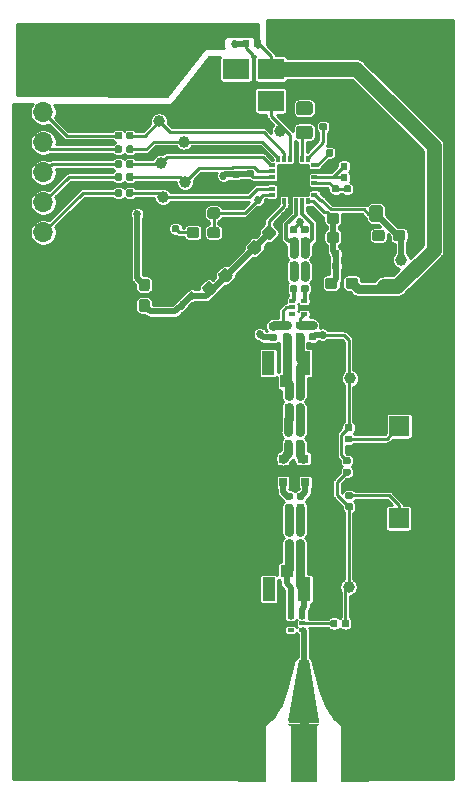
<source format=gtl>
%TF.GenerationSoftware,KiCad,Pcbnew,5.1.5-52549c5~84~ubuntu19.10.1*%
%TF.CreationDate,2019-12-20T00:10:48-05:00*%
%TF.ProjectId,test-mixer,74657374-2d6d-4697-9865-722e6b696361,rev?*%
%TF.SameCoordinates,Original*%
%TF.FileFunction,Copper,L1,Top*%
%TF.FilePolarity,Positive*%
%FSLAX46Y46*%
G04 Gerber Fmt 4.6, Leading zero omitted, Abs format (unit mm)*
G04 Created by KiCad (PCBNEW 5.1.5-52549c5~84~ubuntu19.10.1) date 2019-12-20 00:10:48*
%MOMM*%
%LPD*%
G04 APERTURE LIST*
%ADD10C,0.100000*%
%ADD11R,2.250000X1.760000*%
%ADD12R,0.900000X0.700000*%
%ADD13R,0.700000X0.700000*%
%ADD14R,2.440000X2.440000*%
%ADD15R,0.500000X0.350000*%
%ADD16R,0.350000X0.500000*%
%ADD17C,1.000000*%
%ADD18R,0.500000X0.300000*%
%ADD19R,1.700000X1.700000*%
%ADD20O,1.700000X1.700000*%
%ADD21R,2.413000X4.830000*%
%ADD22R,2.286000X4.830000*%
%ADD23R,2.616200X0.254000*%
%ADD24C,0.965200*%
%ADD25R,1.050000X2.000000*%
%ADD26R,1.000000X1.050000*%
%ADD27C,0.685800*%
%ADD28C,0.254000*%
%ADD29C,0.508000*%
%ADD30C,0.762000*%
%ADD31C,1.270000*%
%ADD32C,0.330200*%
G04 APERTURE END LIST*
%TA.AperFunction,SMDPad,CuDef*%
D10*
G36*
X42286958Y-96840710D02*
G01*
X42301276Y-96842834D01*
X42315317Y-96846351D01*
X42328946Y-96851228D01*
X42342031Y-96857417D01*
X42354447Y-96864858D01*
X42366073Y-96873481D01*
X42376798Y-96883202D01*
X42386519Y-96893927D01*
X42395142Y-96905553D01*
X42402583Y-96917969D01*
X42408772Y-96931054D01*
X42413649Y-96944683D01*
X42417166Y-96958724D01*
X42419290Y-96973042D01*
X42420000Y-96987500D01*
X42420000Y-97282500D01*
X42419290Y-97296958D01*
X42417166Y-97311276D01*
X42413649Y-97325317D01*
X42408772Y-97338946D01*
X42402583Y-97352031D01*
X42395142Y-97364447D01*
X42386519Y-97376073D01*
X42376798Y-97386798D01*
X42366073Y-97396519D01*
X42354447Y-97405142D01*
X42342031Y-97412583D01*
X42328946Y-97418772D01*
X42315317Y-97423649D01*
X42301276Y-97427166D01*
X42286958Y-97429290D01*
X42272500Y-97430000D01*
X41927500Y-97430000D01*
X41913042Y-97429290D01*
X41898724Y-97427166D01*
X41884683Y-97423649D01*
X41871054Y-97418772D01*
X41857969Y-97412583D01*
X41845553Y-97405142D01*
X41833927Y-97396519D01*
X41823202Y-97386798D01*
X41813481Y-97376073D01*
X41804858Y-97364447D01*
X41797417Y-97352031D01*
X41791228Y-97338946D01*
X41786351Y-97325317D01*
X41782834Y-97311276D01*
X41780710Y-97296958D01*
X41780000Y-97282500D01*
X41780000Y-96987500D01*
X41780710Y-96973042D01*
X41782834Y-96958724D01*
X41786351Y-96944683D01*
X41791228Y-96931054D01*
X41797417Y-96917969D01*
X41804858Y-96905553D01*
X41813481Y-96893927D01*
X41823202Y-96883202D01*
X41833927Y-96873481D01*
X41845553Y-96864858D01*
X41857969Y-96857417D01*
X41871054Y-96851228D01*
X41884683Y-96846351D01*
X41898724Y-96842834D01*
X41913042Y-96840710D01*
X41927500Y-96840000D01*
X42272500Y-96840000D01*
X42286958Y-96840710D01*
G37*
%TD.AperFunction*%
%TA.AperFunction,SMDPad,CuDef*%
G36*
X42286958Y-95870710D02*
G01*
X42301276Y-95872834D01*
X42315317Y-95876351D01*
X42328946Y-95881228D01*
X42342031Y-95887417D01*
X42354447Y-95894858D01*
X42366073Y-95903481D01*
X42376798Y-95913202D01*
X42386519Y-95923927D01*
X42395142Y-95935553D01*
X42402583Y-95947969D01*
X42408772Y-95961054D01*
X42413649Y-95974683D01*
X42417166Y-95988724D01*
X42419290Y-96003042D01*
X42420000Y-96017500D01*
X42420000Y-96312500D01*
X42419290Y-96326958D01*
X42417166Y-96341276D01*
X42413649Y-96355317D01*
X42408772Y-96368946D01*
X42402583Y-96382031D01*
X42395142Y-96394447D01*
X42386519Y-96406073D01*
X42376798Y-96416798D01*
X42366073Y-96426519D01*
X42354447Y-96435142D01*
X42342031Y-96442583D01*
X42328946Y-96448772D01*
X42315317Y-96453649D01*
X42301276Y-96457166D01*
X42286958Y-96459290D01*
X42272500Y-96460000D01*
X41927500Y-96460000D01*
X41913042Y-96459290D01*
X41898724Y-96457166D01*
X41884683Y-96453649D01*
X41871054Y-96448772D01*
X41857969Y-96442583D01*
X41845553Y-96435142D01*
X41833927Y-96426519D01*
X41823202Y-96416798D01*
X41813481Y-96406073D01*
X41804858Y-96394447D01*
X41797417Y-96382031D01*
X41791228Y-96368946D01*
X41786351Y-96355317D01*
X41782834Y-96341276D01*
X41780710Y-96326958D01*
X41780000Y-96312500D01*
X41780000Y-96017500D01*
X41780710Y-96003042D01*
X41782834Y-95988724D01*
X41786351Y-95974683D01*
X41791228Y-95961054D01*
X41797417Y-95947969D01*
X41804858Y-95935553D01*
X41813481Y-95923927D01*
X41823202Y-95913202D01*
X41833927Y-95903481D01*
X41845553Y-95894858D01*
X41857969Y-95887417D01*
X41871054Y-95881228D01*
X41884683Y-95876351D01*
X41898724Y-95872834D01*
X41913042Y-95870710D01*
X41927500Y-95870000D01*
X42272500Y-95870000D01*
X42286958Y-95870710D01*
G37*
%TD.AperFunction*%
D11*
X39225000Y-80500000D03*
X39225000Y-83200000D03*
X36275000Y-83200000D03*
X36275000Y-80500000D03*
D12*
X41950000Y-113500000D03*
D13*
X40250000Y-113500000D03*
X40250000Y-115500000D03*
X42150000Y-115500000D03*
D14*
X41100000Y-89900000D03*
D15*
X39300000Y-91150000D03*
X39300000Y-90650000D03*
X39300000Y-90150000D03*
X39300000Y-89650000D03*
X39300000Y-89150000D03*
X39300000Y-88650000D03*
D16*
X39850000Y-88100000D03*
X40350000Y-88100000D03*
X40850000Y-88100000D03*
X41350000Y-88100000D03*
X41850000Y-88100000D03*
X42350000Y-88100000D03*
D15*
X42900000Y-88650000D03*
X42900000Y-89150000D03*
X42900000Y-89650000D03*
X42900000Y-90150000D03*
X42900000Y-90650000D03*
X42900000Y-91150000D03*
D16*
X42350000Y-91700000D03*
X41850000Y-91700000D03*
X41350000Y-91700000D03*
X40850000Y-91700000D03*
X40350000Y-91700000D03*
X39850000Y-91700000D03*
D17*
X45900000Y-106700000D03*
X45800000Y-124350000D03*
X50250000Y-96650000D03*
X31950000Y-90050000D03*
X31850000Y-86650000D03*
X30100000Y-91350000D03*
X29900000Y-88450000D03*
X29750000Y-84950000D03*
X40000000Y-85750000D03*
D18*
X40900000Y-128000000D03*
X40900000Y-127450000D03*
X40900000Y-126900000D03*
X41900000Y-126900000D03*
X41900000Y-127450000D03*
X41900000Y-128000000D03*
X41050000Y-101250000D03*
X41050000Y-100700000D03*
X41050000Y-100150000D03*
X42050000Y-100150000D03*
X42050000Y-100700000D03*
X42050000Y-101250000D03*
%TA.AperFunction,SMDPad,CuDef*%
D10*
G36*
X43836958Y-84120710D02*
G01*
X43851276Y-84122834D01*
X43865317Y-84126351D01*
X43878946Y-84131228D01*
X43892031Y-84137417D01*
X43904447Y-84144858D01*
X43916073Y-84153481D01*
X43926798Y-84163202D01*
X43936519Y-84173927D01*
X43945142Y-84185553D01*
X43952583Y-84197969D01*
X43958772Y-84211054D01*
X43963649Y-84224683D01*
X43967166Y-84238724D01*
X43969290Y-84253042D01*
X43970000Y-84267500D01*
X43970000Y-84562500D01*
X43969290Y-84576958D01*
X43967166Y-84591276D01*
X43963649Y-84605317D01*
X43958772Y-84618946D01*
X43952583Y-84632031D01*
X43945142Y-84644447D01*
X43936519Y-84656073D01*
X43926798Y-84666798D01*
X43916073Y-84676519D01*
X43904447Y-84685142D01*
X43892031Y-84692583D01*
X43878946Y-84698772D01*
X43865317Y-84703649D01*
X43851276Y-84707166D01*
X43836958Y-84709290D01*
X43822500Y-84710000D01*
X43477500Y-84710000D01*
X43463042Y-84709290D01*
X43448724Y-84707166D01*
X43434683Y-84703649D01*
X43421054Y-84698772D01*
X43407969Y-84692583D01*
X43395553Y-84685142D01*
X43383927Y-84676519D01*
X43373202Y-84666798D01*
X43363481Y-84656073D01*
X43354858Y-84644447D01*
X43347417Y-84632031D01*
X43341228Y-84618946D01*
X43336351Y-84605317D01*
X43332834Y-84591276D01*
X43330710Y-84576958D01*
X43330000Y-84562500D01*
X43330000Y-84267500D01*
X43330710Y-84253042D01*
X43332834Y-84238724D01*
X43336351Y-84224683D01*
X43341228Y-84211054D01*
X43347417Y-84197969D01*
X43354858Y-84185553D01*
X43363481Y-84173927D01*
X43373202Y-84163202D01*
X43383927Y-84153481D01*
X43395553Y-84144858D01*
X43407969Y-84137417D01*
X43421054Y-84131228D01*
X43434683Y-84126351D01*
X43448724Y-84122834D01*
X43463042Y-84120710D01*
X43477500Y-84120000D01*
X43822500Y-84120000D01*
X43836958Y-84120710D01*
G37*
%TD.AperFunction*%
%TA.AperFunction,SMDPad,CuDef*%
G36*
X43836958Y-85090710D02*
G01*
X43851276Y-85092834D01*
X43865317Y-85096351D01*
X43878946Y-85101228D01*
X43892031Y-85107417D01*
X43904447Y-85114858D01*
X43916073Y-85123481D01*
X43926798Y-85133202D01*
X43936519Y-85143927D01*
X43945142Y-85155553D01*
X43952583Y-85167969D01*
X43958772Y-85181054D01*
X43963649Y-85194683D01*
X43967166Y-85208724D01*
X43969290Y-85223042D01*
X43970000Y-85237500D01*
X43970000Y-85532500D01*
X43969290Y-85546958D01*
X43967166Y-85561276D01*
X43963649Y-85575317D01*
X43958772Y-85588946D01*
X43952583Y-85602031D01*
X43945142Y-85614447D01*
X43936519Y-85626073D01*
X43926798Y-85636798D01*
X43916073Y-85646519D01*
X43904447Y-85655142D01*
X43892031Y-85662583D01*
X43878946Y-85668772D01*
X43865317Y-85673649D01*
X43851276Y-85677166D01*
X43836958Y-85679290D01*
X43822500Y-85680000D01*
X43477500Y-85680000D01*
X43463042Y-85679290D01*
X43448724Y-85677166D01*
X43434683Y-85673649D01*
X43421054Y-85668772D01*
X43407969Y-85662583D01*
X43395553Y-85655142D01*
X43383927Y-85646519D01*
X43373202Y-85636798D01*
X43363481Y-85626073D01*
X43354858Y-85614447D01*
X43347417Y-85602031D01*
X43341228Y-85588946D01*
X43336351Y-85575317D01*
X43332834Y-85561276D01*
X43330710Y-85546958D01*
X43330000Y-85532500D01*
X43330000Y-85237500D01*
X43330710Y-85223042D01*
X43332834Y-85208724D01*
X43336351Y-85194683D01*
X43341228Y-85181054D01*
X43347417Y-85167969D01*
X43354858Y-85155553D01*
X43363481Y-85143927D01*
X43373202Y-85133202D01*
X43383927Y-85123481D01*
X43395553Y-85114858D01*
X43407969Y-85107417D01*
X43421054Y-85101228D01*
X43434683Y-85096351D01*
X43448724Y-85092834D01*
X43463042Y-85090710D01*
X43477500Y-85090000D01*
X43822500Y-85090000D01*
X43836958Y-85090710D01*
G37*
%TD.AperFunction*%
%TA.AperFunction,SMDPad,CuDef*%
G36*
X46546958Y-89380710D02*
G01*
X46561276Y-89382834D01*
X46575317Y-89386351D01*
X46588946Y-89391228D01*
X46602031Y-89397417D01*
X46614447Y-89404858D01*
X46626073Y-89413481D01*
X46636798Y-89423202D01*
X46646519Y-89433927D01*
X46655142Y-89445553D01*
X46662583Y-89457969D01*
X46668772Y-89471054D01*
X46673649Y-89484683D01*
X46677166Y-89498724D01*
X46679290Y-89513042D01*
X46680000Y-89527500D01*
X46680000Y-89872500D01*
X46679290Y-89886958D01*
X46677166Y-89901276D01*
X46673649Y-89915317D01*
X46668772Y-89928946D01*
X46662583Y-89942031D01*
X46655142Y-89954447D01*
X46646519Y-89966073D01*
X46636798Y-89976798D01*
X46626073Y-89986519D01*
X46614447Y-89995142D01*
X46602031Y-90002583D01*
X46588946Y-90008772D01*
X46575317Y-90013649D01*
X46561276Y-90017166D01*
X46546958Y-90019290D01*
X46532500Y-90020000D01*
X46237500Y-90020000D01*
X46223042Y-90019290D01*
X46208724Y-90017166D01*
X46194683Y-90013649D01*
X46181054Y-90008772D01*
X46167969Y-90002583D01*
X46155553Y-89995142D01*
X46143927Y-89986519D01*
X46133202Y-89976798D01*
X46123481Y-89966073D01*
X46114858Y-89954447D01*
X46107417Y-89942031D01*
X46101228Y-89928946D01*
X46096351Y-89915317D01*
X46092834Y-89901276D01*
X46090710Y-89886958D01*
X46090000Y-89872500D01*
X46090000Y-89527500D01*
X46090710Y-89513042D01*
X46092834Y-89498724D01*
X46096351Y-89484683D01*
X46101228Y-89471054D01*
X46107417Y-89457969D01*
X46114858Y-89445553D01*
X46123481Y-89433927D01*
X46133202Y-89423202D01*
X46143927Y-89413481D01*
X46155553Y-89404858D01*
X46167969Y-89397417D01*
X46181054Y-89391228D01*
X46194683Y-89386351D01*
X46208724Y-89382834D01*
X46223042Y-89380710D01*
X46237500Y-89380000D01*
X46532500Y-89380000D01*
X46546958Y-89380710D01*
G37*
%TD.AperFunction*%
%TA.AperFunction,SMDPad,CuDef*%
G36*
X45576958Y-89380710D02*
G01*
X45591276Y-89382834D01*
X45605317Y-89386351D01*
X45618946Y-89391228D01*
X45632031Y-89397417D01*
X45644447Y-89404858D01*
X45656073Y-89413481D01*
X45666798Y-89423202D01*
X45676519Y-89433927D01*
X45685142Y-89445553D01*
X45692583Y-89457969D01*
X45698772Y-89471054D01*
X45703649Y-89484683D01*
X45707166Y-89498724D01*
X45709290Y-89513042D01*
X45710000Y-89527500D01*
X45710000Y-89872500D01*
X45709290Y-89886958D01*
X45707166Y-89901276D01*
X45703649Y-89915317D01*
X45698772Y-89928946D01*
X45692583Y-89942031D01*
X45685142Y-89954447D01*
X45676519Y-89966073D01*
X45666798Y-89976798D01*
X45656073Y-89986519D01*
X45644447Y-89995142D01*
X45632031Y-90002583D01*
X45618946Y-90008772D01*
X45605317Y-90013649D01*
X45591276Y-90017166D01*
X45576958Y-90019290D01*
X45562500Y-90020000D01*
X45267500Y-90020000D01*
X45253042Y-90019290D01*
X45238724Y-90017166D01*
X45224683Y-90013649D01*
X45211054Y-90008772D01*
X45197969Y-90002583D01*
X45185553Y-89995142D01*
X45173927Y-89986519D01*
X45163202Y-89976798D01*
X45153481Y-89966073D01*
X45144858Y-89954447D01*
X45137417Y-89942031D01*
X45131228Y-89928946D01*
X45126351Y-89915317D01*
X45122834Y-89901276D01*
X45120710Y-89886958D01*
X45120000Y-89872500D01*
X45120000Y-89527500D01*
X45120710Y-89513042D01*
X45122834Y-89498724D01*
X45126351Y-89484683D01*
X45131228Y-89471054D01*
X45137417Y-89457969D01*
X45144858Y-89445553D01*
X45153481Y-89433927D01*
X45163202Y-89423202D01*
X45173927Y-89413481D01*
X45185553Y-89404858D01*
X45197969Y-89397417D01*
X45211054Y-89391228D01*
X45224683Y-89386351D01*
X45238724Y-89382834D01*
X45253042Y-89380710D01*
X45267500Y-89380000D01*
X45562500Y-89380000D01*
X45576958Y-89380710D01*
G37*
%TD.AperFunction*%
%TA.AperFunction,SMDPad,CuDef*%
G36*
X45886958Y-91340710D02*
G01*
X45901276Y-91342834D01*
X45915317Y-91346351D01*
X45928946Y-91351228D01*
X45942031Y-91357417D01*
X45954447Y-91364858D01*
X45966073Y-91373481D01*
X45976798Y-91383202D01*
X45986519Y-91393927D01*
X45995142Y-91405553D01*
X46002583Y-91417969D01*
X46008772Y-91431054D01*
X46013649Y-91444683D01*
X46017166Y-91458724D01*
X46019290Y-91473042D01*
X46020000Y-91487500D01*
X46020000Y-91782500D01*
X46019290Y-91796958D01*
X46017166Y-91811276D01*
X46013649Y-91825317D01*
X46008772Y-91838946D01*
X46002583Y-91852031D01*
X45995142Y-91864447D01*
X45986519Y-91876073D01*
X45976798Y-91886798D01*
X45966073Y-91896519D01*
X45954447Y-91905142D01*
X45942031Y-91912583D01*
X45928946Y-91918772D01*
X45915317Y-91923649D01*
X45901276Y-91927166D01*
X45886958Y-91929290D01*
X45872500Y-91930000D01*
X45527500Y-91930000D01*
X45513042Y-91929290D01*
X45498724Y-91927166D01*
X45484683Y-91923649D01*
X45471054Y-91918772D01*
X45457969Y-91912583D01*
X45445553Y-91905142D01*
X45433927Y-91896519D01*
X45423202Y-91886798D01*
X45413481Y-91876073D01*
X45404858Y-91864447D01*
X45397417Y-91852031D01*
X45391228Y-91838946D01*
X45386351Y-91825317D01*
X45382834Y-91811276D01*
X45380710Y-91796958D01*
X45380000Y-91782500D01*
X45380000Y-91487500D01*
X45380710Y-91473042D01*
X45382834Y-91458724D01*
X45386351Y-91444683D01*
X45391228Y-91431054D01*
X45397417Y-91417969D01*
X45404858Y-91405553D01*
X45413481Y-91393927D01*
X45423202Y-91383202D01*
X45433927Y-91373481D01*
X45445553Y-91364858D01*
X45457969Y-91357417D01*
X45471054Y-91351228D01*
X45484683Y-91346351D01*
X45498724Y-91342834D01*
X45513042Y-91340710D01*
X45527500Y-91340000D01*
X45872500Y-91340000D01*
X45886958Y-91340710D01*
G37*
%TD.AperFunction*%
%TA.AperFunction,SMDPad,CuDef*%
G36*
X45886958Y-90370710D02*
G01*
X45901276Y-90372834D01*
X45915317Y-90376351D01*
X45928946Y-90381228D01*
X45942031Y-90387417D01*
X45954447Y-90394858D01*
X45966073Y-90403481D01*
X45976798Y-90413202D01*
X45986519Y-90423927D01*
X45995142Y-90435553D01*
X46002583Y-90447969D01*
X46008772Y-90461054D01*
X46013649Y-90474683D01*
X46017166Y-90488724D01*
X46019290Y-90503042D01*
X46020000Y-90517500D01*
X46020000Y-90812500D01*
X46019290Y-90826958D01*
X46017166Y-90841276D01*
X46013649Y-90855317D01*
X46008772Y-90868946D01*
X46002583Y-90882031D01*
X45995142Y-90894447D01*
X45986519Y-90906073D01*
X45976798Y-90916798D01*
X45966073Y-90926519D01*
X45954447Y-90935142D01*
X45942031Y-90942583D01*
X45928946Y-90948772D01*
X45915317Y-90953649D01*
X45901276Y-90957166D01*
X45886958Y-90959290D01*
X45872500Y-90960000D01*
X45527500Y-90960000D01*
X45513042Y-90959290D01*
X45498724Y-90957166D01*
X45484683Y-90953649D01*
X45471054Y-90948772D01*
X45457969Y-90942583D01*
X45445553Y-90935142D01*
X45433927Y-90926519D01*
X45423202Y-90916798D01*
X45413481Y-90906073D01*
X45404858Y-90894447D01*
X45397417Y-90882031D01*
X45391228Y-90868946D01*
X45386351Y-90855317D01*
X45382834Y-90841276D01*
X45380710Y-90826958D01*
X45380000Y-90812500D01*
X45380000Y-90517500D01*
X45380710Y-90503042D01*
X45382834Y-90488724D01*
X45386351Y-90474683D01*
X45391228Y-90461054D01*
X45397417Y-90447969D01*
X45404858Y-90435553D01*
X45413481Y-90423927D01*
X45423202Y-90413202D01*
X45433927Y-90403481D01*
X45445553Y-90394858D01*
X45457969Y-90387417D01*
X45471054Y-90381228D01*
X45484683Y-90376351D01*
X45498724Y-90372834D01*
X45513042Y-90370710D01*
X45527500Y-90370000D01*
X45872500Y-90370000D01*
X45886958Y-90370710D01*
G37*
%TD.AperFunction*%
%TA.AperFunction,SMDPad,CuDef*%
G36*
X45836958Y-114340710D02*
G01*
X45851276Y-114342834D01*
X45865317Y-114346351D01*
X45878946Y-114351228D01*
X45892031Y-114357417D01*
X45904447Y-114364858D01*
X45916073Y-114373481D01*
X45926798Y-114383202D01*
X45936519Y-114393927D01*
X45945142Y-114405553D01*
X45952583Y-114417969D01*
X45958772Y-114431054D01*
X45963649Y-114444683D01*
X45967166Y-114458724D01*
X45969290Y-114473042D01*
X45970000Y-114487500D01*
X45970000Y-114782500D01*
X45969290Y-114796958D01*
X45967166Y-114811276D01*
X45963649Y-114825317D01*
X45958772Y-114838946D01*
X45952583Y-114852031D01*
X45945142Y-114864447D01*
X45936519Y-114876073D01*
X45926798Y-114886798D01*
X45916073Y-114896519D01*
X45904447Y-114905142D01*
X45892031Y-114912583D01*
X45878946Y-114918772D01*
X45865317Y-114923649D01*
X45851276Y-114927166D01*
X45836958Y-114929290D01*
X45822500Y-114930000D01*
X45477500Y-114930000D01*
X45463042Y-114929290D01*
X45448724Y-114927166D01*
X45434683Y-114923649D01*
X45421054Y-114918772D01*
X45407969Y-114912583D01*
X45395553Y-114905142D01*
X45383927Y-114896519D01*
X45373202Y-114886798D01*
X45363481Y-114876073D01*
X45354858Y-114864447D01*
X45347417Y-114852031D01*
X45341228Y-114838946D01*
X45336351Y-114825317D01*
X45332834Y-114811276D01*
X45330710Y-114796958D01*
X45330000Y-114782500D01*
X45330000Y-114487500D01*
X45330710Y-114473042D01*
X45332834Y-114458724D01*
X45336351Y-114444683D01*
X45341228Y-114431054D01*
X45347417Y-114417969D01*
X45354858Y-114405553D01*
X45363481Y-114393927D01*
X45373202Y-114383202D01*
X45383927Y-114373481D01*
X45395553Y-114364858D01*
X45407969Y-114357417D01*
X45421054Y-114351228D01*
X45434683Y-114346351D01*
X45448724Y-114342834D01*
X45463042Y-114340710D01*
X45477500Y-114340000D01*
X45822500Y-114340000D01*
X45836958Y-114340710D01*
G37*
%TD.AperFunction*%
%TA.AperFunction,SMDPad,CuDef*%
G36*
X45836958Y-113370710D02*
G01*
X45851276Y-113372834D01*
X45865317Y-113376351D01*
X45878946Y-113381228D01*
X45892031Y-113387417D01*
X45904447Y-113394858D01*
X45916073Y-113403481D01*
X45926798Y-113413202D01*
X45936519Y-113423927D01*
X45945142Y-113435553D01*
X45952583Y-113447969D01*
X45958772Y-113461054D01*
X45963649Y-113474683D01*
X45967166Y-113488724D01*
X45969290Y-113503042D01*
X45970000Y-113517500D01*
X45970000Y-113812500D01*
X45969290Y-113826958D01*
X45967166Y-113841276D01*
X45963649Y-113855317D01*
X45958772Y-113868946D01*
X45952583Y-113882031D01*
X45945142Y-113894447D01*
X45936519Y-113906073D01*
X45926798Y-113916798D01*
X45916073Y-113926519D01*
X45904447Y-113935142D01*
X45892031Y-113942583D01*
X45878946Y-113948772D01*
X45865317Y-113953649D01*
X45851276Y-113957166D01*
X45836958Y-113959290D01*
X45822500Y-113960000D01*
X45477500Y-113960000D01*
X45463042Y-113959290D01*
X45448724Y-113957166D01*
X45434683Y-113953649D01*
X45421054Y-113948772D01*
X45407969Y-113942583D01*
X45395553Y-113935142D01*
X45383927Y-113926519D01*
X45373202Y-113916798D01*
X45363481Y-113906073D01*
X45354858Y-113894447D01*
X45347417Y-113882031D01*
X45341228Y-113868946D01*
X45336351Y-113855317D01*
X45332834Y-113841276D01*
X45330710Y-113826958D01*
X45330000Y-113812500D01*
X45330000Y-113517500D01*
X45330710Y-113503042D01*
X45332834Y-113488724D01*
X45336351Y-113474683D01*
X45341228Y-113461054D01*
X45347417Y-113447969D01*
X45354858Y-113435553D01*
X45363481Y-113423927D01*
X45373202Y-113413202D01*
X45383927Y-113403481D01*
X45395553Y-113394858D01*
X45407969Y-113387417D01*
X45421054Y-113381228D01*
X45434683Y-113376351D01*
X45448724Y-113372834D01*
X45463042Y-113370710D01*
X45477500Y-113370000D01*
X45822500Y-113370000D01*
X45836958Y-113370710D01*
G37*
%TD.AperFunction*%
%TA.AperFunction,SMDPad,CuDef*%
G36*
X32935779Y-93876144D02*
G01*
X32958834Y-93879563D01*
X32981443Y-93885227D01*
X33003387Y-93893079D01*
X33024457Y-93903044D01*
X33044448Y-93915026D01*
X33063168Y-93928910D01*
X33080438Y-93944562D01*
X33096090Y-93961832D01*
X33109974Y-93980552D01*
X33121956Y-94000543D01*
X33131921Y-94021613D01*
X33139773Y-94043557D01*
X33145437Y-94066166D01*
X33148856Y-94089221D01*
X33150000Y-94112500D01*
X33150000Y-94587500D01*
X33148856Y-94610779D01*
X33145437Y-94633834D01*
X33139773Y-94656443D01*
X33131921Y-94678387D01*
X33121956Y-94699457D01*
X33109974Y-94719448D01*
X33096090Y-94738168D01*
X33080438Y-94755438D01*
X33063168Y-94771090D01*
X33044448Y-94784974D01*
X33024457Y-94796956D01*
X33003387Y-94806921D01*
X32981443Y-94814773D01*
X32958834Y-94820437D01*
X32935779Y-94823856D01*
X32912500Y-94825000D01*
X32337500Y-94825000D01*
X32314221Y-94823856D01*
X32291166Y-94820437D01*
X32268557Y-94814773D01*
X32246613Y-94806921D01*
X32225543Y-94796956D01*
X32205552Y-94784974D01*
X32186832Y-94771090D01*
X32169562Y-94755438D01*
X32153910Y-94738168D01*
X32140026Y-94719448D01*
X32128044Y-94699457D01*
X32118079Y-94678387D01*
X32110227Y-94656443D01*
X32104563Y-94633834D01*
X32101144Y-94610779D01*
X32100000Y-94587500D01*
X32100000Y-94112500D01*
X32101144Y-94089221D01*
X32104563Y-94066166D01*
X32110227Y-94043557D01*
X32118079Y-94021613D01*
X32128044Y-94000543D01*
X32140026Y-93980552D01*
X32153910Y-93961832D01*
X32169562Y-93944562D01*
X32186832Y-93928910D01*
X32205552Y-93915026D01*
X32225543Y-93903044D01*
X32246613Y-93893079D01*
X32268557Y-93885227D01*
X32291166Y-93879563D01*
X32314221Y-93876144D01*
X32337500Y-93875000D01*
X32912500Y-93875000D01*
X32935779Y-93876144D01*
G37*
%TD.AperFunction*%
%TA.AperFunction,SMDPad,CuDef*%
G36*
X34685779Y-93876144D02*
G01*
X34708834Y-93879563D01*
X34731443Y-93885227D01*
X34753387Y-93893079D01*
X34774457Y-93903044D01*
X34794448Y-93915026D01*
X34813168Y-93928910D01*
X34830438Y-93944562D01*
X34846090Y-93961832D01*
X34859974Y-93980552D01*
X34871956Y-94000543D01*
X34881921Y-94021613D01*
X34889773Y-94043557D01*
X34895437Y-94066166D01*
X34898856Y-94089221D01*
X34900000Y-94112500D01*
X34900000Y-94587500D01*
X34898856Y-94610779D01*
X34895437Y-94633834D01*
X34889773Y-94656443D01*
X34881921Y-94678387D01*
X34871956Y-94699457D01*
X34859974Y-94719448D01*
X34846090Y-94738168D01*
X34830438Y-94755438D01*
X34813168Y-94771090D01*
X34794448Y-94784974D01*
X34774457Y-94796956D01*
X34753387Y-94806921D01*
X34731443Y-94814773D01*
X34708834Y-94820437D01*
X34685779Y-94823856D01*
X34662500Y-94825000D01*
X34087500Y-94825000D01*
X34064221Y-94823856D01*
X34041166Y-94820437D01*
X34018557Y-94814773D01*
X33996613Y-94806921D01*
X33975543Y-94796956D01*
X33955552Y-94784974D01*
X33936832Y-94771090D01*
X33919562Y-94755438D01*
X33903910Y-94738168D01*
X33890026Y-94719448D01*
X33878044Y-94699457D01*
X33868079Y-94678387D01*
X33860227Y-94656443D01*
X33854563Y-94633834D01*
X33851144Y-94610779D01*
X33850000Y-94587500D01*
X33850000Y-94112500D01*
X33851144Y-94089221D01*
X33854563Y-94066166D01*
X33860227Y-94043557D01*
X33868079Y-94021613D01*
X33878044Y-94000543D01*
X33890026Y-93980552D01*
X33903910Y-93961832D01*
X33919562Y-93944562D01*
X33936832Y-93928910D01*
X33955552Y-93915026D01*
X33975543Y-93903044D01*
X33996613Y-93893079D01*
X34018557Y-93885227D01*
X34041166Y-93879563D01*
X34064221Y-93876144D01*
X34087500Y-93875000D01*
X34662500Y-93875000D01*
X34685779Y-93876144D01*
G37*
%TD.AperFunction*%
%TA.AperFunction,SMDPad,CuDef*%
G36*
X50385779Y-94126144D02*
G01*
X50408834Y-94129563D01*
X50431443Y-94135227D01*
X50453387Y-94143079D01*
X50474457Y-94153044D01*
X50494448Y-94165026D01*
X50513168Y-94178910D01*
X50530438Y-94194562D01*
X50546090Y-94211832D01*
X50559974Y-94230552D01*
X50571956Y-94250543D01*
X50581921Y-94271613D01*
X50589773Y-94293557D01*
X50595437Y-94316166D01*
X50598856Y-94339221D01*
X50600000Y-94362500D01*
X50600000Y-94837500D01*
X50598856Y-94860779D01*
X50595437Y-94883834D01*
X50589773Y-94906443D01*
X50581921Y-94928387D01*
X50571956Y-94949457D01*
X50559974Y-94969448D01*
X50546090Y-94988168D01*
X50530438Y-95005438D01*
X50513168Y-95021090D01*
X50494448Y-95034974D01*
X50474457Y-95046956D01*
X50453387Y-95056921D01*
X50431443Y-95064773D01*
X50408834Y-95070437D01*
X50385779Y-95073856D01*
X50362500Y-95075000D01*
X49787500Y-95075000D01*
X49764221Y-95073856D01*
X49741166Y-95070437D01*
X49718557Y-95064773D01*
X49696613Y-95056921D01*
X49675543Y-95046956D01*
X49655552Y-95034974D01*
X49636832Y-95021090D01*
X49619562Y-95005438D01*
X49603910Y-94988168D01*
X49590026Y-94969448D01*
X49578044Y-94949457D01*
X49568079Y-94928387D01*
X49560227Y-94906443D01*
X49554563Y-94883834D01*
X49551144Y-94860779D01*
X49550000Y-94837500D01*
X49550000Y-94362500D01*
X49551144Y-94339221D01*
X49554563Y-94316166D01*
X49560227Y-94293557D01*
X49568079Y-94271613D01*
X49578044Y-94250543D01*
X49590026Y-94230552D01*
X49603910Y-94211832D01*
X49619562Y-94194562D01*
X49636832Y-94178910D01*
X49655552Y-94165026D01*
X49675543Y-94153044D01*
X49696613Y-94143079D01*
X49718557Y-94135227D01*
X49741166Y-94129563D01*
X49764221Y-94126144D01*
X49787500Y-94125000D01*
X50362500Y-94125000D01*
X50385779Y-94126144D01*
G37*
%TD.AperFunction*%
%TA.AperFunction,SMDPad,CuDef*%
G36*
X48635779Y-94126144D02*
G01*
X48658834Y-94129563D01*
X48681443Y-94135227D01*
X48703387Y-94143079D01*
X48724457Y-94153044D01*
X48744448Y-94165026D01*
X48763168Y-94178910D01*
X48780438Y-94194562D01*
X48796090Y-94211832D01*
X48809974Y-94230552D01*
X48821956Y-94250543D01*
X48831921Y-94271613D01*
X48839773Y-94293557D01*
X48845437Y-94316166D01*
X48848856Y-94339221D01*
X48850000Y-94362500D01*
X48850000Y-94837500D01*
X48848856Y-94860779D01*
X48845437Y-94883834D01*
X48839773Y-94906443D01*
X48831921Y-94928387D01*
X48821956Y-94949457D01*
X48809974Y-94969448D01*
X48796090Y-94988168D01*
X48780438Y-95005438D01*
X48763168Y-95021090D01*
X48744448Y-95034974D01*
X48724457Y-95046956D01*
X48703387Y-95056921D01*
X48681443Y-95064773D01*
X48658834Y-95070437D01*
X48635779Y-95073856D01*
X48612500Y-95075000D01*
X48037500Y-95075000D01*
X48014221Y-95073856D01*
X47991166Y-95070437D01*
X47968557Y-95064773D01*
X47946613Y-95056921D01*
X47925543Y-95046956D01*
X47905552Y-95034974D01*
X47886832Y-95021090D01*
X47869562Y-95005438D01*
X47853910Y-94988168D01*
X47840026Y-94969448D01*
X47828044Y-94949457D01*
X47818079Y-94928387D01*
X47810227Y-94906443D01*
X47804563Y-94883834D01*
X47801144Y-94860779D01*
X47800000Y-94837500D01*
X47800000Y-94362500D01*
X47801144Y-94339221D01*
X47804563Y-94316166D01*
X47810227Y-94293557D01*
X47818079Y-94271613D01*
X47828044Y-94250543D01*
X47840026Y-94230552D01*
X47853910Y-94211832D01*
X47869562Y-94194562D01*
X47886832Y-94178910D01*
X47905552Y-94165026D01*
X47925543Y-94153044D01*
X47946613Y-94143079D01*
X47968557Y-94135227D01*
X47991166Y-94129563D01*
X48014221Y-94126144D01*
X48037500Y-94125000D01*
X48612500Y-94125000D01*
X48635779Y-94126144D01*
G37*
%TD.AperFunction*%
%TA.AperFunction,SMDPad,CuDef*%
G36*
X46036958Y-117290710D02*
G01*
X46051276Y-117292834D01*
X46065317Y-117296351D01*
X46078946Y-117301228D01*
X46092031Y-117307417D01*
X46104447Y-117314858D01*
X46116073Y-117323481D01*
X46126798Y-117333202D01*
X46136519Y-117343927D01*
X46145142Y-117355553D01*
X46152583Y-117367969D01*
X46158772Y-117381054D01*
X46163649Y-117394683D01*
X46167166Y-117408724D01*
X46169290Y-117423042D01*
X46170000Y-117437500D01*
X46170000Y-117732500D01*
X46169290Y-117746958D01*
X46167166Y-117761276D01*
X46163649Y-117775317D01*
X46158772Y-117788946D01*
X46152583Y-117802031D01*
X46145142Y-117814447D01*
X46136519Y-117826073D01*
X46126798Y-117836798D01*
X46116073Y-117846519D01*
X46104447Y-117855142D01*
X46092031Y-117862583D01*
X46078946Y-117868772D01*
X46065317Y-117873649D01*
X46051276Y-117877166D01*
X46036958Y-117879290D01*
X46022500Y-117880000D01*
X45677500Y-117880000D01*
X45663042Y-117879290D01*
X45648724Y-117877166D01*
X45634683Y-117873649D01*
X45621054Y-117868772D01*
X45607969Y-117862583D01*
X45595553Y-117855142D01*
X45583927Y-117846519D01*
X45573202Y-117836798D01*
X45563481Y-117826073D01*
X45554858Y-117814447D01*
X45547417Y-117802031D01*
X45541228Y-117788946D01*
X45536351Y-117775317D01*
X45532834Y-117761276D01*
X45530710Y-117746958D01*
X45530000Y-117732500D01*
X45530000Y-117437500D01*
X45530710Y-117423042D01*
X45532834Y-117408724D01*
X45536351Y-117394683D01*
X45541228Y-117381054D01*
X45547417Y-117367969D01*
X45554858Y-117355553D01*
X45563481Y-117343927D01*
X45573202Y-117333202D01*
X45583927Y-117323481D01*
X45595553Y-117314858D01*
X45607969Y-117307417D01*
X45621054Y-117301228D01*
X45634683Y-117296351D01*
X45648724Y-117292834D01*
X45663042Y-117290710D01*
X45677500Y-117290000D01*
X46022500Y-117290000D01*
X46036958Y-117290710D01*
G37*
%TD.AperFunction*%
%TA.AperFunction,SMDPad,CuDef*%
G36*
X46036958Y-116320710D02*
G01*
X46051276Y-116322834D01*
X46065317Y-116326351D01*
X46078946Y-116331228D01*
X46092031Y-116337417D01*
X46104447Y-116344858D01*
X46116073Y-116353481D01*
X46126798Y-116363202D01*
X46136519Y-116373927D01*
X46145142Y-116385553D01*
X46152583Y-116397969D01*
X46158772Y-116411054D01*
X46163649Y-116424683D01*
X46167166Y-116438724D01*
X46169290Y-116453042D01*
X46170000Y-116467500D01*
X46170000Y-116762500D01*
X46169290Y-116776958D01*
X46167166Y-116791276D01*
X46163649Y-116805317D01*
X46158772Y-116818946D01*
X46152583Y-116832031D01*
X46145142Y-116844447D01*
X46136519Y-116856073D01*
X46126798Y-116866798D01*
X46116073Y-116876519D01*
X46104447Y-116885142D01*
X46092031Y-116892583D01*
X46078946Y-116898772D01*
X46065317Y-116903649D01*
X46051276Y-116907166D01*
X46036958Y-116909290D01*
X46022500Y-116910000D01*
X45677500Y-116910000D01*
X45663042Y-116909290D01*
X45648724Y-116907166D01*
X45634683Y-116903649D01*
X45621054Y-116898772D01*
X45607969Y-116892583D01*
X45595553Y-116885142D01*
X45583927Y-116876519D01*
X45573202Y-116866798D01*
X45563481Y-116856073D01*
X45554858Y-116844447D01*
X45547417Y-116832031D01*
X45541228Y-116818946D01*
X45536351Y-116805317D01*
X45532834Y-116791276D01*
X45530710Y-116776958D01*
X45530000Y-116762500D01*
X45530000Y-116467500D01*
X45530710Y-116453042D01*
X45532834Y-116438724D01*
X45536351Y-116424683D01*
X45541228Y-116411054D01*
X45547417Y-116397969D01*
X45554858Y-116385553D01*
X45563481Y-116373927D01*
X45573202Y-116363202D01*
X45583927Y-116353481D01*
X45595553Y-116344858D01*
X45607969Y-116337417D01*
X45621054Y-116331228D01*
X45634683Y-116326351D01*
X45648724Y-116322834D01*
X45663042Y-116320710D01*
X45677500Y-116320000D01*
X46022500Y-116320000D01*
X46036958Y-116320710D01*
G37*
%TD.AperFunction*%
%TA.AperFunction,SMDPad,CuDef*%
G36*
X45986958Y-111540710D02*
G01*
X46001276Y-111542834D01*
X46015317Y-111546351D01*
X46028946Y-111551228D01*
X46042031Y-111557417D01*
X46054447Y-111564858D01*
X46066073Y-111573481D01*
X46076798Y-111583202D01*
X46086519Y-111593927D01*
X46095142Y-111605553D01*
X46102583Y-111617969D01*
X46108772Y-111631054D01*
X46113649Y-111644683D01*
X46117166Y-111658724D01*
X46119290Y-111673042D01*
X46120000Y-111687500D01*
X46120000Y-111982500D01*
X46119290Y-111996958D01*
X46117166Y-112011276D01*
X46113649Y-112025317D01*
X46108772Y-112038946D01*
X46102583Y-112052031D01*
X46095142Y-112064447D01*
X46086519Y-112076073D01*
X46076798Y-112086798D01*
X46066073Y-112096519D01*
X46054447Y-112105142D01*
X46042031Y-112112583D01*
X46028946Y-112118772D01*
X46015317Y-112123649D01*
X46001276Y-112127166D01*
X45986958Y-112129290D01*
X45972500Y-112130000D01*
X45627500Y-112130000D01*
X45613042Y-112129290D01*
X45598724Y-112127166D01*
X45584683Y-112123649D01*
X45571054Y-112118772D01*
X45557969Y-112112583D01*
X45545553Y-112105142D01*
X45533927Y-112096519D01*
X45523202Y-112086798D01*
X45513481Y-112076073D01*
X45504858Y-112064447D01*
X45497417Y-112052031D01*
X45491228Y-112038946D01*
X45486351Y-112025317D01*
X45482834Y-112011276D01*
X45480710Y-111996958D01*
X45480000Y-111982500D01*
X45480000Y-111687500D01*
X45480710Y-111673042D01*
X45482834Y-111658724D01*
X45486351Y-111644683D01*
X45491228Y-111631054D01*
X45497417Y-111617969D01*
X45504858Y-111605553D01*
X45513481Y-111593927D01*
X45523202Y-111583202D01*
X45533927Y-111573481D01*
X45545553Y-111564858D01*
X45557969Y-111557417D01*
X45571054Y-111551228D01*
X45584683Y-111546351D01*
X45598724Y-111542834D01*
X45613042Y-111540710D01*
X45627500Y-111540000D01*
X45972500Y-111540000D01*
X45986958Y-111540710D01*
G37*
%TD.AperFunction*%
%TA.AperFunction,SMDPad,CuDef*%
G36*
X45986958Y-110570710D02*
G01*
X46001276Y-110572834D01*
X46015317Y-110576351D01*
X46028946Y-110581228D01*
X46042031Y-110587417D01*
X46054447Y-110594858D01*
X46066073Y-110603481D01*
X46076798Y-110613202D01*
X46086519Y-110623927D01*
X46095142Y-110635553D01*
X46102583Y-110647969D01*
X46108772Y-110661054D01*
X46113649Y-110674683D01*
X46117166Y-110688724D01*
X46119290Y-110703042D01*
X46120000Y-110717500D01*
X46120000Y-111012500D01*
X46119290Y-111026958D01*
X46117166Y-111041276D01*
X46113649Y-111055317D01*
X46108772Y-111068946D01*
X46102583Y-111082031D01*
X46095142Y-111094447D01*
X46086519Y-111106073D01*
X46076798Y-111116798D01*
X46066073Y-111126519D01*
X46054447Y-111135142D01*
X46042031Y-111142583D01*
X46028946Y-111148772D01*
X46015317Y-111153649D01*
X46001276Y-111157166D01*
X45986958Y-111159290D01*
X45972500Y-111160000D01*
X45627500Y-111160000D01*
X45613042Y-111159290D01*
X45598724Y-111157166D01*
X45584683Y-111153649D01*
X45571054Y-111148772D01*
X45557969Y-111142583D01*
X45545553Y-111135142D01*
X45533927Y-111126519D01*
X45523202Y-111116798D01*
X45513481Y-111106073D01*
X45504858Y-111094447D01*
X45497417Y-111082031D01*
X45491228Y-111068946D01*
X45486351Y-111055317D01*
X45482834Y-111041276D01*
X45480710Y-111026958D01*
X45480000Y-111012500D01*
X45480000Y-110717500D01*
X45480710Y-110703042D01*
X45482834Y-110688724D01*
X45486351Y-110674683D01*
X45491228Y-110661054D01*
X45497417Y-110647969D01*
X45504858Y-110635553D01*
X45513481Y-110623927D01*
X45523202Y-110613202D01*
X45533927Y-110603481D01*
X45545553Y-110594858D01*
X45557969Y-110587417D01*
X45571054Y-110581228D01*
X45584683Y-110576351D01*
X45598724Y-110572834D01*
X45613042Y-110570710D01*
X45627500Y-110570000D01*
X45972500Y-110570000D01*
X45986958Y-110570710D01*
G37*
%TD.AperFunction*%
%TA.AperFunction,SMDPad,CuDef*%
G36*
X27446958Y-90680710D02*
G01*
X27461276Y-90682834D01*
X27475317Y-90686351D01*
X27488946Y-90691228D01*
X27502031Y-90697417D01*
X27514447Y-90704858D01*
X27526073Y-90713481D01*
X27536798Y-90723202D01*
X27546519Y-90733927D01*
X27555142Y-90745553D01*
X27562583Y-90757969D01*
X27568772Y-90771054D01*
X27573649Y-90784683D01*
X27577166Y-90798724D01*
X27579290Y-90813042D01*
X27580000Y-90827500D01*
X27580000Y-91172500D01*
X27579290Y-91186958D01*
X27577166Y-91201276D01*
X27573649Y-91215317D01*
X27568772Y-91228946D01*
X27562583Y-91242031D01*
X27555142Y-91254447D01*
X27546519Y-91266073D01*
X27536798Y-91276798D01*
X27526073Y-91286519D01*
X27514447Y-91295142D01*
X27502031Y-91302583D01*
X27488946Y-91308772D01*
X27475317Y-91313649D01*
X27461276Y-91317166D01*
X27446958Y-91319290D01*
X27432500Y-91320000D01*
X27137500Y-91320000D01*
X27123042Y-91319290D01*
X27108724Y-91317166D01*
X27094683Y-91313649D01*
X27081054Y-91308772D01*
X27067969Y-91302583D01*
X27055553Y-91295142D01*
X27043927Y-91286519D01*
X27033202Y-91276798D01*
X27023481Y-91266073D01*
X27014858Y-91254447D01*
X27007417Y-91242031D01*
X27001228Y-91228946D01*
X26996351Y-91215317D01*
X26992834Y-91201276D01*
X26990710Y-91186958D01*
X26990000Y-91172500D01*
X26990000Y-90827500D01*
X26990710Y-90813042D01*
X26992834Y-90798724D01*
X26996351Y-90784683D01*
X27001228Y-90771054D01*
X27007417Y-90757969D01*
X27014858Y-90745553D01*
X27023481Y-90733927D01*
X27033202Y-90723202D01*
X27043927Y-90713481D01*
X27055553Y-90704858D01*
X27067969Y-90697417D01*
X27081054Y-90691228D01*
X27094683Y-90686351D01*
X27108724Y-90682834D01*
X27123042Y-90680710D01*
X27137500Y-90680000D01*
X27432500Y-90680000D01*
X27446958Y-90680710D01*
G37*
%TD.AperFunction*%
%TA.AperFunction,SMDPad,CuDef*%
G36*
X26476958Y-90680710D02*
G01*
X26491276Y-90682834D01*
X26505317Y-90686351D01*
X26518946Y-90691228D01*
X26532031Y-90697417D01*
X26544447Y-90704858D01*
X26556073Y-90713481D01*
X26566798Y-90723202D01*
X26576519Y-90733927D01*
X26585142Y-90745553D01*
X26592583Y-90757969D01*
X26598772Y-90771054D01*
X26603649Y-90784683D01*
X26607166Y-90798724D01*
X26609290Y-90813042D01*
X26610000Y-90827500D01*
X26610000Y-91172500D01*
X26609290Y-91186958D01*
X26607166Y-91201276D01*
X26603649Y-91215317D01*
X26598772Y-91228946D01*
X26592583Y-91242031D01*
X26585142Y-91254447D01*
X26576519Y-91266073D01*
X26566798Y-91276798D01*
X26556073Y-91286519D01*
X26544447Y-91295142D01*
X26532031Y-91302583D01*
X26518946Y-91308772D01*
X26505317Y-91313649D01*
X26491276Y-91317166D01*
X26476958Y-91319290D01*
X26462500Y-91320000D01*
X26167500Y-91320000D01*
X26153042Y-91319290D01*
X26138724Y-91317166D01*
X26124683Y-91313649D01*
X26111054Y-91308772D01*
X26097969Y-91302583D01*
X26085553Y-91295142D01*
X26073927Y-91286519D01*
X26063202Y-91276798D01*
X26053481Y-91266073D01*
X26044858Y-91254447D01*
X26037417Y-91242031D01*
X26031228Y-91228946D01*
X26026351Y-91215317D01*
X26022834Y-91201276D01*
X26020710Y-91186958D01*
X26020000Y-91172500D01*
X26020000Y-90827500D01*
X26020710Y-90813042D01*
X26022834Y-90798724D01*
X26026351Y-90784683D01*
X26031228Y-90771054D01*
X26037417Y-90757969D01*
X26044858Y-90745553D01*
X26053481Y-90733927D01*
X26063202Y-90723202D01*
X26073927Y-90713481D01*
X26085553Y-90704858D01*
X26097969Y-90697417D01*
X26111054Y-90691228D01*
X26124683Y-90686351D01*
X26138724Y-90682834D01*
X26153042Y-90680710D01*
X26167500Y-90680000D01*
X26462500Y-90680000D01*
X26476958Y-90680710D01*
G37*
%TD.AperFunction*%
%TA.AperFunction,SMDPad,CuDef*%
G36*
X27446958Y-89330710D02*
G01*
X27461276Y-89332834D01*
X27475317Y-89336351D01*
X27488946Y-89341228D01*
X27502031Y-89347417D01*
X27514447Y-89354858D01*
X27526073Y-89363481D01*
X27536798Y-89373202D01*
X27546519Y-89383927D01*
X27555142Y-89395553D01*
X27562583Y-89407969D01*
X27568772Y-89421054D01*
X27573649Y-89434683D01*
X27577166Y-89448724D01*
X27579290Y-89463042D01*
X27580000Y-89477500D01*
X27580000Y-89822500D01*
X27579290Y-89836958D01*
X27577166Y-89851276D01*
X27573649Y-89865317D01*
X27568772Y-89878946D01*
X27562583Y-89892031D01*
X27555142Y-89904447D01*
X27546519Y-89916073D01*
X27536798Y-89926798D01*
X27526073Y-89936519D01*
X27514447Y-89945142D01*
X27502031Y-89952583D01*
X27488946Y-89958772D01*
X27475317Y-89963649D01*
X27461276Y-89967166D01*
X27446958Y-89969290D01*
X27432500Y-89970000D01*
X27137500Y-89970000D01*
X27123042Y-89969290D01*
X27108724Y-89967166D01*
X27094683Y-89963649D01*
X27081054Y-89958772D01*
X27067969Y-89952583D01*
X27055553Y-89945142D01*
X27043927Y-89936519D01*
X27033202Y-89926798D01*
X27023481Y-89916073D01*
X27014858Y-89904447D01*
X27007417Y-89892031D01*
X27001228Y-89878946D01*
X26996351Y-89865317D01*
X26992834Y-89851276D01*
X26990710Y-89836958D01*
X26990000Y-89822500D01*
X26990000Y-89477500D01*
X26990710Y-89463042D01*
X26992834Y-89448724D01*
X26996351Y-89434683D01*
X27001228Y-89421054D01*
X27007417Y-89407969D01*
X27014858Y-89395553D01*
X27023481Y-89383927D01*
X27033202Y-89373202D01*
X27043927Y-89363481D01*
X27055553Y-89354858D01*
X27067969Y-89347417D01*
X27081054Y-89341228D01*
X27094683Y-89336351D01*
X27108724Y-89332834D01*
X27123042Y-89330710D01*
X27137500Y-89330000D01*
X27432500Y-89330000D01*
X27446958Y-89330710D01*
G37*
%TD.AperFunction*%
%TA.AperFunction,SMDPad,CuDef*%
G36*
X26476958Y-89330710D02*
G01*
X26491276Y-89332834D01*
X26505317Y-89336351D01*
X26518946Y-89341228D01*
X26532031Y-89347417D01*
X26544447Y-89354858D01*
X26556073Y-89363481D01*
X26566798Y-89373202D01*
X26576519Y-89383927D01*
X26585142Y-89395553D01*
X26592583Y-89407969D01*
X26598772Y-89421054D01*
X26603649Y-89434683D01*
X26607166Y-89448724D01*
X26609290Y-89463042D01*
X26610000Y-89477500D01*
X26610000Y-89822500D01*
X26609290Y-89836958D01*
X26607166Y-89851276D01*
X26603649Y-89865317D01*
X26598772Y-89878946D01*
X26592583Y-89892031D01*
X26585142Y-89904447D01*
X26576519Y-89916073D01*
X26566798Y-89926798D01*
X26556073Y-89936519D01*
X26544447Y-89945142D01*
X26532031Y-89952583D01*
X26518946Y-89958772D01*
X26505317Y-89963649D01*
X26491276Y-89967166D01*
X26476958Y-89969290D01*
X26462500Y-89970000D01*
X26167500Y-89970000D01*
X26153042Y-89969290D01*
X26138724Y-89967166D01*
X26124683Y-89963649D01*
X26111054Y-89958772D01*
X26097969Y-89952583D01*
X26085553Y-89945142D01*
X26073927Y-89936519D01*
X26063202Y-89926798D01*
X26053481Y-89916073D01*
X26044858Y-89904447D01*
X26037417Y-89892031D01*
X26031228Y-89878946D01*
X26026351Y-89865317D01*
X26022834Y-89851276D01*
X26020710Y-89836958D01*
X26020000Y-89822500D01*
X26020000Y-89477500D01*
X26020710Y-89463042D01*
X26022834Y-89448724D01*
X26026351Y-89434683D01*
X26031228Y-89421054D01*
X26037417Y-89407969D01*
X26044858Y-89395553D01*
X26053481Y-89383927D01*
X26063202Y-89373202D01*
X26073927Y-89363481D01*
X26085553Y-89354858D01*
X26097969Y-89347417D01*
X26111054Y-89341228D01*
X26124683Y-89336351D01*
X26138724Y-89332834D01*
X26153042Y-89330710D01*
X26167500Y-89330000D01*
X26462500Y-89330000D01*
X26476958Y-89330710D01*
G37*
%TD.AperFunction*%
%TA.AperFunction,SMDPad,CuDef*%
G36*
X27446958Y-88230710D02*
G01*
X27461276Y-88232834D01*
X27475317Y-88236351D01*
X27488946Y-88241228D01*
X27502031Y-88247417D01*
X27514447Y-88254858D01*
X27526073Y-88263481D01*
X27536798Y-88273202D01*
X27546519Y-88283927D01*
X27555142Y-88295553D01*
X27562583Y-88307969D01*
X27568772Y-88321054D01*
X27573649Y-88334683D01*
X27577166Y-88348724D01*
X27579290Y-88363042D01*
X27580000Y-88377500D01*
X27580000Y-88722500D01*
X27579290Y-88736958D01*
X27577166Y-88751276D01*
X27573649Y-88765317D01*
X27568772Y-88778946D01*
X27562583Y-88792031D01*
X27555142Y-88804447D01*
X27546519Y-88816073D01*
X27536798Y-88826798D01*
X27526073Y-88836519D01*
X27514447Y-88845142D01*
X27502031Y-88852583D01*
X27488946Y-88858772D01*
X27475317Y-88863649D01*
X27461276Y-88867166D01*
X27446958Y-88869290D01*
X27432500Y-88870000D01*
X27137500Y-88870000D01*
X27123042Y-88869290D01*
X27108724Y-88867166D01*
X27094683Y-88863649D01*
X27081054Y-88858772D01*
X27067969Y-88852583D01*
X27055553Y-88845142D01*
X27043927Y-88836519D01*
X27033202Y-88826798D01*
X27023481Y-88816073D01*
X27014858Y-88804447D01*
X27007417Y-88792031D01*
X27001228Y-88778946D01*
X26996351Y-88765317D01*
X26992834Y-88751276D01*
X26990710Y-88736958D01*
X26990000Y-88722500D01*
X26990000Y-88377500D01*
X26990710Y-88363042D01*
X26992834Y-88348724D01*
X26996351Y-88334683D01*
X27001228Y-88321054D01*
X27007417Y-88307969D01*
X27014858Y-88295553D01*
X27023481Y-88283927D01*
X27033202Y-88273202D01*
X27043927Y-88263481D01*
X27055553Y-88254858D01*
X27067969Y-88247417D01*
X27081054Y-88241228D01*
X27094683Y-88236351D01*
X27108724Y-88232834D01*
X27123042Y-88230710D01*
X27137500Y-88230000D01*
X27432500Y-88230000D01*
X27446958Y-88230710D01*
G37*
%TD.AperFunction*%
%TA.AperFunction,SMDPad,CuDef*%
G36*
X26476958Y-88230710D02*
G01*
X26491276Y-88232834D01*
X26505317Y-88236351D01*
X26518946Y-88241228D01*
X26532031Y-88247417D01*
X26544447Y-88254858D01*
X26556073Y-88263481D01*
X26566798Y-88273202D01*
X26576519Y-88283927D01*
X26585142Y-88295553D01*
X26592583Y-88307969D01*
X26598772Y-88321054D01*
X26603649Y-88334683D01*
X26607166Y-88348724D01*
X26609290Y-88363042D01*
X26610000Y-88377500D01*
X26610000Y-88722500D01*
X26609290Y-88736958D01*
X26607166Y-88751276D01*
X26603649Y-88765317D01*
X26598772Y-88778946D01*
X26592583Y-88792031D01*
X26585142Y-88804447D01*
X26576519Y-88816073D01*
X26566798Y-88826798D01*
X26556073Y-88836519D01*
X26544447Y-88845142D01*
X26532031Y-88852583D01*
X26518946Y-88858772D01*
X26505317Y-88863649D01*
X26491276Y-88867166D01*
X26476958Y-88869290D01*
X26462500Y-88870000D01*
X26167500Y-88870000D01*
X26153042Y-88869290D01*
X26138724Y-88867166D01*
X26124683Y-88863649D01*
X26111054Y-88858772D01*
X26097969Y-88852583D01*
X26085553Y-88845142D01*
X26073927Y-88836519D01*
X26063202Y-88826798D01*
X26053481Y-88816073D01*
X26044858Y-88804447D01*
X26037417Y-88792031D01*
X26031228Y-88778946D01*
X26026351Y-88765317D01*
X26022834Y-88751276D01*
X26020710Y-88736958D01*
X26020000Y-88722500D01*
X26020000Y-88377500D01*
X26020710Y-88363042D01*
X26022834Y-88348724D01*
X26026351Y-88334683D01*
X26031228Y-88321054D01*
X26037417Y-88307969D01*
X26044858Y-88295553D01*
X26053481Y-88283927D01*
X26063202Y-88273202D01*
X26073927Y-88263481D01*
X26085553Y-88254858D01*
X26097969Y-88247417D01*
X26111054Y-88241228D01*
X26124683Y-88236351D01*
X26138724Y-88232834D01*
X26153042Y-88230710D01*
X26167500Y-88230000D01*
X26462500Y-88230000D01*
X26476958Y-88230710D01*
G37*
%TD.AperFunction*%
%TA.AperFunction,SMDPad,CuDef*%
G36*
X41836958Y-102865710D02*
G01*
X41851276Y-102867834D01*
X41865317Y-102871351D01*
X41878946Y-102876228D01*
X41892031Y-102882417D01*
X41904447Y-102889858D01*
X41916073Y-102898481D01*
X41926798Y-102908202D01*
X41936519Y-102918927D01*
X41945142Y-102930553D01*
X41952583Y-102942969D01*
X41958772Y-102956054D01*
X41963649Y-102969683D01*
X41967166Y-102983724D01*
X41969290Y-102998042D01*
X41970000Y-103012500D01*
X41970000Y-103307500D01*
X41969290Y-103321958D01*
X41967166Y-103336276D01*
X41963649Y-103350317D01*
X41958772Y-103363946D01*
X41952583Y-103377031D01*
X41945142Y-103389447D01*
X41936519Y-103401073D01*
X41926798Y-103411798D01*
X41916073Y-103421519D01*
X41904447Y-103430142D01*
X41892031Y-103437583D01*
X41878946Y-103443772D01*
X41865317Y-103448649D01*
X41851276Y-103452166D01*
X41836958Y-103454290D01*
X41822500Y-103455000D01*
X41477500Y-103455000D01*
X41463042Y-103454290D01*
X41448724Y-103452166D01*
X41434683Y-103448649D01*
X41421054Y-103443772D01*
X41407969Y-103437583D01*
X41395553Y-103430142D01*
X41383927Y-103421519D01*
X41373202Y-103411798D01*
X41363481Y-103401073D01*
X41354858Y-103389447D01*
X41347417Y-103377031D01*
X41341228Y-103363946D01*
X41336351Y-103350317D01*
X41332834Y-103336276D01*
X41330710Y-103321958D01*
X41330000Y-103307500D01*
X41330000Y-103012500D01*
X41330710Y-102998042D01*
X41332834Y-102983724D01*
X41336351Y-102969683D01*
X41341228Y-102956054D01*
X41347417Y-102942969D01*
X41354858Y-102930553D01*
X41363481Y-102918927D01*
X41373202Y-102908202D01*
X41383927Y-102898481D01*
X41395553Y-102889858D01*
X41407969Y-102882417D01*
X41421054Y-102876228D01*
X41434683Y-102871351D01*
X41448724Y-102867834D01*
X41463042Y-102865710D01*
X41477500Y-102865000D01*
X41822500Y-102865000D01*
X41836958Y-102865710D01*
G37*
%TD.AperFunction*%
%TA.AperFunction,SMDPad,CuDef*%
G36*
X41836958Y-101895710D02*
G01*
X41851276Y-101897834D01*
X41865317Y-101901351D01*
X41878946Y-101906228D01*
X41892031Y-101912417D01*
X41904447Y-101919858D01*
X41916073Y-101928481D01*
X41926798Y-101938202D01*
X41936519Y-101948927D01*
X41945142Y-101960553D01*
X41952583Y-101972969D01*
X41958772Y-101986054D01*
X41963649Y-101999683D01*
X41967166Y-102013724D01*
X41969290Y-102028042D01*
X41970000Y-102042500D01*
X41970000Y-102337500D01*
X41969290Y-102351958D01*
X41967166Y-102366276D01*
X41963649Y-102380317D01*
X41958772Y-102393946D01*
X41952583Y-102407031D01*
X41945142Y-102419447D01*
X41936519Y-102431073D01*
X41926798Y-102441798D01*
X41916073Y-102451519D01*
X41904447Y-102460142D01*
X41892031Y-102467583D01*
X41878946Y-102473772D01*
X41865317Y-102478649D01*
X41851276Y-102482166D01*
X41836958Y-102484290D01*
X41822500Y-102485000D01*
X41477500Y-102485000D01*
X41463042Y-102484290D01*
X41448724Y-102482166D01*
X41434683Y-102478649D01*
X41421054Y-102473772D01*
X41407969Y-102467583D01*
X41395553Y-102460142D01*
X41383927Y-102451519D01*
X41373202Y-102441798D01*
X41363481Y-102431073D01*
X41354858Y-102419447D01*
X41347417Y-102407031D01*
X41341228Y-102393946D01*
X41336351Y-102380317D01*
X41332834Y-102366276D01*
X41330710Y-102351958D01*
X41330000Y-102337500D01*
X41330000Y-102042500D01*
X41330710Y-102028042D01*
X41332834Y-102013724D01*
X41336351Y-101999683D01*
X41341228Y-101986054D01*
X41347417Y-101972969D01*
X41354858Y-101960553D01*
X41363481Y-101948927D01*
X41373202Y-101938202D01*
X41383927Y-101928481D01*
X41395553Y-101919858D01*
X41407969Y-101912417D01*
X41421054Y-101906228D01*
X41434683Y-101901351D01*
X41448724Y-101897834D01*
X41463042Y-101895710D01*
X41477500Y-101895000D01*
X41822500Y-101895000D01*
X41836958Y-101895710D01*
G37*
%TD.AperFunction*%
%TA.AperFunction,SMDPad,CuDef*%
G36*
X27446958Y-86980710D02*
G01*
X27461276Y-86982834D01*
X27475317Y-86986351D01*
X27488946Y-86991228D01*
X27502031Y-86997417D01*
X27514447Y-87004858D01*
X27526073Y-87013481D01*
X27536798Y-87023202D01*
X27546519Y-87033927D01*
X27555142Y-87045553D01*
X27562583Y-87057969D01*
X27568772Y-87071054D01*
X27573649Y-87084683D01*
X27577166Y-87098724D01*
X27579290Y-87113042D01*
X27580000Y-87127500D01*
X27580000Y-87472500D01*
X27579290Y-87486958D01*
X27577166Y-87501276D01*
X27573649Y-87515317D01*
X27568772Y-87528946D01*
X27562583Y-87542031D01*
X27555142Y-87554447D01*
X27546519Y-87566073D01*
X27536798Y-87576798D01*
X27526073Y-87586519D01*
X27514447Y-87595142D01*
X27502031Y-87602583D01*
X27488946Y-87608772D01*
X27475317Y-87613649D01*
X27461276Y-87617166D01*
X27446958Y-87619290D01*
X27432500Y-87620000D01*
X27137500Y-87620000D01*
X27123042Y-87619290D01*
X27108724Y-87617166D01*
X27094683Y-87613649D01*
X27081054Y-87608772D01*
X27067969Y-87602583D01*
X27055553Y-87595142D01*
X27043927Y-87586519D01*
X27033202Y-87576798D01*
X27023481Y-87566073D01*
X27014858Y-87554447D01*
X27007417Y-87542031D01*
X27001228Y-87528946D01*
X26996351Y-87515317D01*
X26992834Y-87501276D01*
X26990710Y-87486958D01*
X26990000Y-87472500D01*
X26990000Y-87127500D01*
X26990710Y-87113042D01*
X26992834Y-87098724D01*
X26996351Y-87084683D01*
X27001228Y-87071054D01*
X27007417Y-87057969D01*
X27014858Y-87045553D01*
X27023481Y-87033927D01*
X27033202Y-87023202D01*
X27043927Y-87013481D01*
X27055553Y-87004858D01*
X27067969Y-86997417D01*
X27081054Y-86991228D01*
X27094683Y-86986351D01*
X27108724Y-86982834D01*
X27123042Y-86980710D01*
X27137500Y-86980000D01*
X27432500Y-86980000D01*
X27446958Y-86980710D01*
G37*
%TD.AperFunction*%
%TA.AperFunction,SMDPad,CuDef*%
G36*
X26476958Y-86980710D02*
G01*
X26491276Y-86982834D01*
X26505317Y-86986351D01*
X26518946Y-86991228D01*
X26532031Y-86997417D01*
X26544447Y-87004858D01*
X26556073Y-87013481D01*
X26566798Y-87023202D01*
X26576519Y-87033927D01*
X26585142Y-87045553D01*
X26592583Y-87057969D01*
X26598772Y-87071054D01*
X26603649Y-87084683D01*
X26607166Y-87098724D01*
X26609290Y-87113042D01*
X26610000Y-87127500D01*
X26610000Y-87472500D01*
X26609290Y-87486958D01*
X26607166Y-87501276D01*
X26603649Y-87515317D01*
X26598772Y-87528946D01*
X26592583Y-87542031D01*
X26585142Y-87554447D01*
X26576519Y-87566073D01*
X26566798Y-87576798D01*
X26556073Y-87586519D01*
X26544447Y-87595142D01*
X26532031Y-87602583D01*
X26518946Y-87608772D01*
X26505317Y-87613649D01*
X26491276Y-87617166D01*
X26476958Y-87619290D01*
X26462500Y-87620000D01*
X26167500Y-87620000D01*
X26153042Y-87619290D01*
X26138724Y-87617166D01*
X26124683Y-87613649D01*
X26111054Y-87608772D01*
X26097969Y-87602583D01*
X26085553Y-87595142D01*
X26073927Y-87586519D01*
X26063202Y-87576798D01*
X26053481Y-87566073D01*
X26044858Y-87554447D01*
X26037417Y-87542031D01*
X26031228Y-87528946D01*
X26026351Y-87515317D01*
X26022834Y-87501276D01*
X26020710Y-87486958D01*
X26020000Y-87472500D01*
X26020000Y-87127500D01*
X26020710Y-87113042D01*
X26022834Y-87098724D01*
X26026351Y-87084683D01*
X26031228Y-87071054D01*
X26037417Y-87057969D01*
X26044858Y-87045553D01*
X26053481Y-87033927D01*
X26063202Y-87023202D01*
X26073927Y-87013481D01*
X26085553Y-87004858D01*
X26097969Y-86997417D01*
X26111054Y-86991228D01*
X26124683Y-86986351D01*
X26138724Y-86982834D01*
X26153042Y-86980710D01*
X26167500Y-86980000D01*
X26462500Y-86980000D01*
X26476958Y-86980710D01*
G37*
%TD.AperFunction*%
%TA.AperFunction,SMDPad,CuDef*%
G36*
X41896958Y-121330710D02*
G01*
X41911276Y-121332834D01*
X41925317Y-121336351D01*
X41938946Y-121341228D01*
X41952031Y-121347417D01*
X41964447Y-121354858D01*
X41976073Y-121363481D01*
X41986798Y-121373202D01*
X41996519Y-121383927D01*
X42005142Y-121395553D01*
X42012583Y-121407969D01*
X42018772Y-121421054D01*
X42023649Y-121434683D01*
X42027166Y-121448724D01*
X42029290Y-121463042D01*
X42030000Y-121477500D01*
X42030000Y-121822500D01*
X42029290Y-121836958D01*
X42027166Y-121851276D01*
X42023649Y-121865317D01*
X42018772Y-121878946D01*
X42012583Y-121892031D01*
X42005142Y-121904447D01*
X41996519Y-121916073D01*
X41986798Y-121926798D01*
X41976073Y-121936519D01*
X41964447Y-121945142D01*
X41952031Y-121952583D01*
X41938946Y-121958772D01*
X41925317Y-121963649D01*
X41911276Y-121967166D01*
X41896958Y-121969290D01*
X41882500Y-121970000D01*
X41587500Y-121970000D01*
X41573042Y-121969290D01*
X41558724Y-121967166D01*
X41544683Y-121963649D01*
X41531054Y-121958772D01*
X41517969Y-121952583D01*
X41505553Y-121945142D01*
X41493927Y-121936519D01*
X41483202Y-121926798D01*
X41473481Y-121916073D01*
X41464858Y-121904447D01*
X41457417Y-121892031D01*
X41451228Y-121878946D01*
X41446351Y-121865317D01*
X41442834Y-121851276D01*
X41440710Y-121836958D01*
X41440000Y-121822500D01*
X41440000Y-121477500D01*
X41440710Y-121463042D01*
X41442834Y-121448724D01*
X41446351Y-121434683D01*
X41451228Y-121421054D01*
X41457417Y-121407969D01*
X41464858Y-121395553D01*
X41473481Y-121383927D01*
X41483202Y-121373202D01*
X41493927Y-121363481D01*
X41505553Y-121354858D01*
X41517969Y-121347417D01*
X41531054Y-121341228D01*
X41544683Y-121336351D01*
X41558724Y-121332834D01*
X41573042Y-121330710D01*
X41587500Y-121330000D01*
X41882500Y-121330000D01*
X41896958Y-121330710D01*
G37*
%TD.AperFunction*%
%TA.AperFunction,SMDPad,CuDef*%
G36*
X40926958Y-121330710D02*
G01*
X40941276Y-121332834D01*
X40955317Y-121336351D01*
X40968946Y-121341228D01*
X40982031Y-121347417D01*
X40994447Y-121354858D01*
X41006073Y-121363481D01*
X41016798Y-121373202D01*
X41026519Y-121383927D01*
X41035142Y-121395553D01*
X41042583Y-121407969D01*
X41048772Y-121421054D01*
X41053649Y-121434683D01*
X41057166Y-121448724D01*
X41059290Y-121463042D01*
X41060000Y-121477500D01*
X41060000Y-121822500D01*
X41059290Y-121836958D01*
X41057166Y-121851276D01*
X41053649Y-121865317D01*
X41048772Y-121878946D01*
X41042583Y-121892031D01*
X41035142Y-121904447D01*
X41026519Y-121916073D01*
X41016798Y-121926798D01*
X41006073Y-121936519D01*
X40994447Y-121945142D01*
X40982031Y-121952583D01*
X40968946Y-121958772D01*
X40955317Y-121963649D01*
X40941276Y-121967166D01*
X40926958Y-121969290D01*
X40912500Y-121970000D01*
X40617500Y-121970000D01*
X40603042Y-121969290D01*
X40588724Y-121967166D01*
X40574683Y-121963649D01*
X40561054Y-121958772D01*
X40547969Y-121952583D01*
X40535553Y-121945142D01*
X40523927Y-121936519D01*
X40513202Y-121926798D01*
X40503481Y-121916073D01*
X40494858Y-121904447D01*
X40487417Y-121892031D01*
X40481228Y-121878946D01*
X40476351Y-121865317D01*
X40472834Y-121851276D01*
X40470710Y-121836958D01*
X40470000Y-121822500D01*
X40470000Y-121477500D01*
X40470710Y-121463042D01*
X40472834Y-121448724D01*
X40476351Y-121434683D01*
X40481228Y-121421054D01*
X40487417Y-121407969D01*
X40494858Y-121395553D01*
X40503481Y-121383927D01*
X40513202Y-121373202D01*
X40523927Y-121363481D01*
X40535553Y-121354858D01*
X40547969Y-121347417D01*
X40561054Y-121341228D01*
X40574683Y-121336351D01*
X40588724Y-121332834D01*
X40603042Y-121330710D01*
X40617500Y-121330000D01*
X40912500Y-121330000D01*
X40926958Y-121330710D01*
G37*
%TD.AperFunction*%
%TA.AperFunction,SMDPad,CuDef*%
G36*
X27446958Y-85830710D02*
G01*
X27461276Y-85832834D01*
X27475317Y-85836351D01*
X27488946Y-85841228D01*
X27502031Y-85847417D01*
X27514447Y-85854858D01*
X27526073Y-85863481D01*
X27536798Y-85873202D01*
X27546519Y-85883927D01*
X27555142Y-85895553D01*
X27562583Y-85907969D01*
X27568772Y-85921054D01*
X27573649Y-85934683D01*
X27577166Y-85948724D01*
X27579290Y-85963042D01*
X27580000Y-85977500D01*
X27580000Y-86322500D01*
X27579290Y-86336958D01*
X27577166Y-86351276D01*
X27573649Y-86365317D01*
X27568772Y-86378946D01*
X27562583Y-86392031D01*
X27555142Y-86404447D01*
X27546519Y-86416073D01*
X27536798Y-86426798D01*
X27526073Y-86436519D01*
X27514447Y-86445142D01*
X27502031Y-86452583D01*
X27488946Y-86458772D01*
X27475317Y-86463649D01*
X27461276Y-86467166D01*
X27446958Y-86469290D01*
X27432500Y-86470000D01*
X27137500Y-86470000D01*
X27123042Y-86469290D01*
X27108724Y-86467166D01*
X27094683Y-86463649D01*
X27081054Y-86458772D01*
X27067969Y-86452583D01*
X27055553Y-86445142D01*
X27043927Y-86436519D01*
X27033202Y-86426798D01*
X27023481Y-86416073D01*
X27014858Y-86404447D01*
X27007417Y-86392031D01*
X27001228Y-86378946D01*
X26996351Y-86365317D01*
X26992834Y-86351276D01*
X26990710Y-86336958D01*
X26990000Y-86322500D01*
X26990000Y-85977500D01*
X26990710Y-85963042D01*
X26992834Y-85948724D01*
X26996351Y-85934683D01*
X27001228Y-85921054D01*
X27007417Y-85907969D01*
X27014858Y-85895553D01*
X27023481Y-85883927D01*
X27033202Y-85873202D01*
X27043927Y-85863481D01*
X27055553Y-85854858D01*
X27067969Y-85847417D01*
X27081054Y-85841228D01*
X27094683Y-85836351D01*
X27108724Y-85832834D01*
X27123042Y-85830710D01*
X27137500Y-85830000D01*
X27432500Y-85830000D01*
X27446958Y-85830710D01*
G37*
%TD.AperFunction*%
%TA.AperFunction,SMDPad,CuDef*%
G36*
X26476958Y-85830710D02*
G01*
X26491276Y-85832834D01*
X26505317Y-85836351D01*
X26518946Y-85841228D01*
X26532031Y-85847417D01*
X26544447Y-85854858D01*
X26556073Y-85863481D01*
X26566798Y-85873202D01*
X26576519Y-85883927D01*
X26585142Y-85895553D01*
X26592583Y-85907969D01*
X26598772Y-85921054D01*
X26603649Y-85934683D01*
X26607166Y-85948724D01*
X26609290Y-85963042D01*
X26610000Y-85977500D01*
X26610000Y-86322500D01*
X26609290Y-86336958D01*
X26607166Y-86351276D01*
X26603649Y-86365317D01*
X26598772Y-86378946D01*
X26592583Y-86392031D01*
X26585142Y-86404447D01*
X26576519Y-86416073D01*
X26566798Y-86426798D01*
X26556073Y-86436519D01*
X26544447Y-86445142D01*
X26532031Y-86452583D01*
X26518946Y-86458772D01*
X26505317Y-86463649D01*
X26491276Y-86467166D01*
X26476958Y-86469290D01*
X26462500Y-86470000D01*
X26167500Y-86470000D01*
X26153042Y-86469290D01*
X26138724Y-86467166D01*
X26124683Y-86463649D01*
X26111054Y-86458772D01*
X26097969Y-86452583D01*
X26085553Y-86445142D01*
X26073927Y-86436519D01*
X26063202Y-86426798D01*
X26053481Y-86416073D01*
X26044858Y-86404447D01*
X26037417Y-86392031D01*
X26031228Y-86378946D01*
X26026351Y-86365317D01*
X26022834Y-86351276D01*
X26020710Y-86336958D01*
X26020000Y-86322500D01*
X26020000Y-85977500D01*
X26020710Y-85963042D01*
X26022834Y-85948724D01*
X26026351Y-85934683D01*
X26031228Y-85921054D01*
X26037417Y-85907969D01*
X26044858Y-85895553D01*
X26053481Y-85883927D01*
X26063202Y-85873202D01*
X26073927Y-85863481D01*
X26085553Y-85854858D01*
X26097969Y-85847417D01*
X26111054Y-85841228D01*
X26124683Y-85836351D01*
X26138724Y-85832834D01*
X26153042Y-85830710D01*
X26167500Y-85830000D01*
X26462500Y-85830000D01*
X26476958Y-85830710D01*
G37*
%TD.AperFunction*%
%TA.AperFunction,SMDPad,CuDef*%
G36*
X40736958Y-101920710D02*
G01*
X40751276Y-101922834D01*
X40765317Y-101926351D01*
X40778946Y-101931228D01*
X40792031Y-101937417D01*
X40804447Y-101944858D01*
X40816073Y-101953481D01*
X40826798Y-101963202D01*
X40836519Y-101973927D01*
X40845142Y-101985553D01*
X40852583Y-101997969D01*
X40858772Y-102011054D01*
X40863649Y-102024683D01*
X40867166Y-102038724D01*
X40869290Y-102053042D01*
X40870000Y-102067500D01*
X40870000Y-102362500D01*
X40869290Y-102376958D01*
X40867166Y-102391276D01*
X40863649Y-102405317D01*
X40858772Y-102418946D01*
X40852583Y-102432031D01*
X40845142Y-102444447D01*
X40836519Y-102456073D01*
X40826798Y-102466798D01*
X40816073Y-102476519D01*
X40804447Y-102485142D01*
X40792031Y-102492583D01*
X40778946Y-102498772D01*
X40765317Y-102503649D01*
X40751276Y-102507166D01*
X40736958Y-102509290D01*
X40722500Y-102510000D01*
X40377500Y-102510000D01*
X40363042Y-102509290D01*
X40348724Y-102507166D01*
X40334683Y-102503649D01*
X40321054Y-102498772D01*
X40307969Y-102492583D01*
X40295553Y-102485142D01*
X40283927Y-102476519D01*
X40273202Y-102466798D01*
X40263481Y-102456073D01*
X40254858Y-102444447D01*
X40247417Y-102432031D01*
X40241228Y-102418946D01*
X40236351Y-102405317D01*
X40232834Y-102391276D01*
X40230710Y-102376958D01*
X40230000Y-102362500D01*
X40230000Y-102067500D01*
X40230710Y-102053042D01*
X40232834Y-102038724D01*
X40236351Y-102024683D01*
X40241228Y-102011054D01*
X40247417Y-101997969D01*
X40254858Y-101985553D01*
X40263481Y-101973927D01*
X40273202Y-101963202D01*
X40283927Y-101953481D01*
X40295553Y-101944858D01*
X40307969Y-101937417D01*
X40321054Y-101931228D01*
X40334683Y-101926351D01*
X40348724Y-101922834D01*
X40363042Y-101920710D01*
X40377500Y-101920000D01*
X40722500Y-101920000D01*
X40736958Y-101920710D01*
G37*
%TD.AperFunction*%
%TA.AperFunction,SMDPad,CuDef*%
G36*
X40736958Y-102890710D02*
G01*
X40751276Y-102892834D01*
X40765317Y-102896351D01*
X40778946Y-102901228D01*
X40792031Y-102907417D01*
X40804447Y-102914858D01*
X40816073Y-102923481D01*
X40826798Y-102933202D01*
X40836519Y-102943927D01*
X40845142Y-102955553D01*
X40852583Y-102967969D01*
X40858772Y-102981054D01*
X40863649Y-102994683D01*
X40867166Y-103008724D01*
X40869290Y-103023042D01*
X40870000Y-103037500D01*
X40870000Y-103332500D01*
X40869290Y-103346958D01*
X40867166Y-103361276D01*
X40863649Y-103375317D01*
X40858772Y-103388946D01*
X40852583Y-103402031D01*
X40845142Y-103414447D01*
X40836519Y-103426073D01*
X40826798Y-103436798D01*
X40816073Y-103446519D01*
X40804447Y-103455142D01*
X40792031Y-103462583D01*
X40778946Y-103468772D01*
X40765317Y-103473649D01*
X40751276Y-103477166D01*
X40736958Y-103479290D01*
X40722500Y-103480000D01*
X40377500Y-103480000D01*
X40363042Y-103479290D01*
X40348724Y-103477166D01*
X40334683Y-103473649D01*
X40321054Y-103468772D01*
X40307969Y-103462583D01*
X40295553Y-103455142D01*
X40283927Y-103446519D01*
X40273202Y-103436798D01*
X40263481Y-103426073D01*
X40254858Y-103414447D01*
X40247417Y-103402031D01*
X40241228Y-103388946D01*
X40236351Y-103375317D01*
X40232834Y-103361276D01*
X40230710Y-103346958D01*
X40230000Y-103332500D01*
X40230000Y-103037500D01*
X40230710Y-103023042D01*
X40232834Y-103008724D01*
X40236351Y-102994683D01*
X40241228Y-102981054D01*
X40247417Y-102967969D01*
X40254858Y-102955553D01*
X40263481Y-102943927D01*
X40273202Y-102933202D01*
X40283927Y-102923481D01*
X40295553Y-102914858D01*
X40307969Y-102907417D01*
X40321054Y-102901228D01*
X40334683Y-102896351D01*
X40348724Y-102892834D01*
X40363042Y-102890710D01*
X40377500Y-102890000D01*
X40722500Y-102890000D01*
X40736958Y-102890710D01*
G37*
%TD.AperFunction*%
%TA.AperFunction,SMDPad,CuDef*%
G36*
X44635779Y-98176144D02*
G01*
X44658834Y-98179563D01*
X44681443Y-98185227D01*
X44703387Y-98193079D01*
X44724457Y-98203044D01*
X44744448Y-98215026D01*
X44763168Y-98228910D01*
X44780438Y-98244562D01*
X44796090Y-98261832D01*
X44809974Y-98280552D01*
X44821956Y-98300543D01*
X44831921Y-98321613D01*
X44839773Y-98343557D01*
X44845437Y-98366166D01*
X44848856Y-98389221D01*
X44850000Y-98412500D01*
X44850000Y-98887500D01*
X44848856Y-98910779D01*
X44845437Y-98933834D01*
X44839773Y-98956443D01*
X44831921Y-98978387D01*
X44821956Y-98999457D01*
X44809974Y-99019448D01*
X44796090Y-99038168D01*
X44780438Y-99055438D01*
X44763168Y-99071090D01*
X44744448Y-99084974D01*
X44724457Y-99096956D01*
X44703387Y-99106921D01*
X44681443Y-99114773D01*
X44658834Y-99120437D01*
X44635779Y-99123856D01*
X44612500Y-99125000D01*
X44037500Y-99125000D01*
X44014221Y-99123856D01*
X43991166Y-99120437D01*
X43968557Y-99114773D01*
X43946613Y-99106921D01*
X43925543Y-99096956D01*
X43905552Y-99084974D01*
X43886832Y-99071090D01*
X43869562Y-99055438D01*
X43853910Y-99038168D01*
X43840026Y-99019448D01*
X43828044Y-98999457D01*
X43818079Y-98978387D01*
X43810227Y-98956443D01*
X43804563Y-98933834D01*
X43801144Y-98910779D01*
X43800000Y-98887500D01*
X43800000Y-98412500D01*
X43801144Y-98389221D01*
X43804563Y-98366166D01*
X43810227Y-98343557D01*
X43818079Y-98321613D01*
X43828044Y-98300543D01*
X43840026Y-98280552D01*
X43853910Y-98261832D01*
X43869562Y-98244562D01*
X43886832Y-98228910D01*
X43905552Y-98215026D01*
X43925543Y-98203044D01*
X43946613Y-98193079D01*
X43968557Y-98185227D01*
X43991166Y-98179563D01*
X44014221Y-98176144D01*
X44037500Y-98175000D01*
X44612500Y-98175000D01*
X44635779Y-98176144D01*
G37*
%TD.AperFunction*%
%TA.AperFunction,SMDPad,CuDef*%
G36*
X46385779Y-98176144D02*
G01*
X46408834Y-98179563D01*
X46431443Y-98185227D01*
X46453387Y-98193079D01*
X46474457Y-98203044D01*
X46494448Y-98215026D01*
X46513168Y-98228910D01*
X46530438Y-98244562D01*
X46546090Y-98261832D01*
X46559974Y-98280552D01*
X46571956Y-98300543D01*
X46581921Y-98321613D01*
X46589773Y-98343557D01*
X46595437Y-98366166D01*
X46598856Y-98389221D01*
X46600000Y-98412500D01*
X46600000Y-98887500D01*
X46598856Y-98910779D01*
X46595437Y-98933834D01*
X46589773Y-98956443D01*
X46581921Y-98978387D01*
X46571956Y-98999457D01*
X46559974Y-99019448D01*
X46546090Y-99038168D01*
X46530438Y-99055438D01*
X46513168Y-99071090D01*
X46494448Y-99084974D01*
X46474457Y-99096956D01*
X46453387Y-99106921D01*
X46431443Y-99114773D01*
X46408834Y-99120437D01*
X46385779Y-99123856D01*
X46362500Y-99125000D01*
X45787500Y-99125000D01*
X45764221Y-99123856D01*
X45741166Y-99120437D01*
X45718557Y-99114773D01*
X45696613Y-99106921D01*
X45675543Y-99096956D01*
X45655552Y-99084974D01*
X45636832Y-99071090D01*
X45619562Y-99055438D01*
X45603910Y-99038168D01*
X45590026Y-99019448D01*
X45578044Y-98999457D01*
X45568079Y-98978387D01*
X45560227Y-98956443D01*
X45554563Y-98933834D01*
X45551144Y-98910779D01*
X45550000Y-98887500D01*
X45550000Y-98412500D01*
X45551144Y-98389221D01*
X45554563Y-98366166D01*
X45560227Y-98343557D01*
X45568079Y-98321613D01*
X45578044Y-98300543D01*
X45590026Y-98280552D01*
X45603910Y-98261832D01*
X45619562Y-98244562D01*
X45636832Y-98228910D01*
X45655552Y-98215026D01*
X45675543Y-98203044D01*
X45696613Y-98193079D01*
X45718557Y-98185227D01*
X45741166Y-98179563D01*
X45764221Y-98176144D01*
X45787500Y-98175000D01*
X46362500Y-98175000D01*
X46385779Y-98176144D01*
G37*
%TD.AperFunction*%
%TA.AperFunction,SMDPad,CuDef*%
G36*
X28760779Y-100001144D02*
G01*
X28783834Y-100004563D01*
X28806443Y-100010227D01*
X28828387Y-100018079D01*
X28849457Y-100028044D01*
X28869448Y-100040026D01*
X28888168Y-100053910D01*
X28905438Y-100069562D01*
X28921090Y-100086832D01*
X28934974Y-100105552D01*
X28946956Y-100125543D01*
X28956921Y-100146613D01*
X28964773Y-100168557D01*
X28970437Y-100191166D01*
X28973856Y-100214221D01*
X28975000Y-100237500D01*
X28975000Y-100812500D01*
X28973856Y-100835779D01*
X28970437Y-100858834D01*
X28964773Y-100881443D01*
X28956921Y-100903387D01*
X28946956Y-100924457D01*
X28934974Y-100944448D01*
X28921090Y-100963168D01*
X28905438Y-100980438D01*
X28888168Y-100996090D01*
X28869448Y-101009974D01*
X28849457Y-101021956D01*
X28828387Y-101031921D01*
X28806443Y-101039773D01*
X28783834Y-101045437D01*
X28760779Y-101048856D01*
X28737500Y-101050000D01*
X28262500Y-101050000D01*
X28239221Y-101048856D01*
X28216166Y-101045437D01*
X28193557Y-101039773D01*
X28171613Y-101031921D01*
X28150543Y-101021956D01*
X28130552Y-101009974D01*
X28111832Y-100996090D01*
X28094562Y-100980438D01*
X28078910Y-100963168D01*
X28065026Y-100944448D01*
X28053044Y-100924457D01*
X28043079Y-100903387D01*
X28035227Y-100881443D01*
X28029563Y-100858834D01*
X28026144Y-100835779D01*
X28025000Y-100812500D01*
X28025000Y-100237500D01*
X28026144Y-100214221D01*
X28029563Y-100191166D01*
X28035227Y-100168557D01*
X28043079Y-100146613D01*
X28053044Y-100125543D01*
X28065026Y-100105552D01*
X28078910Y-100086832D01*
X28094562Y-100069562D01*
X28111832Y-100053910D01*
X28130552Y-100040026D01*
X28150543Y-100028044D01*
X28171613Y-100018079D01*
X28193557Y-100010227D01*
X28216166Y-100004563D01*
X28239221Y-100001144D01*
X28262500Y-100000000D01*
X28737500Y-100000000D01*
X28760779Y-100001144D01*
G37*
%TD.AperFunction*%
%TA.AperFunction,SMDPad,CuDef*%
G36*
X28760779Y-98251144D02*
G01*
X28783834Y-98254563D01*
X28806443Y-98260227D01*
X28828387Y-98268079D01*
X28849457Y-98278044D01*
X28869448Y-98290026D01*
X28888168Y-98303910D01*
X28905438Y-98319562D01*
X28921090Y-98336832D01*
X28934974Y-98355552D01*
X28946956Y-98375543D01*
X28956921Y-98396613D01*
X28964773Y-98418557D01*
X28970437Y-98441166D01*
X28973856Y-98464221D01*
X28975000Y-98487500D01*
X28975000Y-99062500D01*
X28973856Y-99085779D01*
X28970437Y-99108834D01*
X28964773Y-99131443D01*
X28956921Y-99153387D01*
X28946956Y-99174457D01*
X28934974Y-99194448D01*
X28921090Y-99213168D01*
X28905438Y-99230438D01*
X28888168Y-99246090D01*
X28869448Y-99259974D01*
X28849457Y-99271956D01*
X28828387Y-99281921D01*
X28806443Y-99289773D01*
X28783834Y-99295437D01*
X28760779Y-99298856D01*
X28737500Y-99300000D01*
X28262500Y-99300000D01*
X28239221Y-99298856D01*
X28216166Y-99295437D01*
X28193557Y-99289773D01*
X28171613Y-99281921D01*
X28150543Y-99271956D01*
X28130552Y-99259974D01*
X28111832Y-99246090D01*
X28094562Y-99230438D01*
X28078910Y-99213168D01*
X28065026Y-99194448D01*
X28053044Y-99174457D01*
X28043079Y-99153387D01*
X28035227Y-99131443D01*
X28029563Y-99108834D01*
X28026144Y-99085779D01*
X28025000Y-99062500D01*
X28025000Y-98487500D01*
X28026144Y-98464221D01*
X28029563Y-98441166D01*
X28035227Y-98418557D01*
X28043079Y-98396613D01*
X28053044Y-98375543D01*
X28065026Y-98355552D01*
X28078910Y-98336832D01*
X28094562Y-98319562D01*
X28111832Y-98303910D01*
X28130552Y-98290026D01*
X28150543Y-98278044D01*
X28171613Y-98268079D01*
X28193557Y-98260227D01*
X28216166Y-98254563D01*
X28239221Y-98251144D01*
X28262500Y-98250000D01*
X28737500Y-98250000D01*
X28760779Y-98251144D01*
G37*
%TD.AperFunction*%
%TA.AperFunction,SMDPad,CuDef*%
G36*
X46546958Y-88430710D02*
G01*
X46561276Y-88432834D01*
X46575317Y-88436351D01*
X46588946Y-88441228D01*
X46602031Y-88447417D01*
X46614447Y-88454858D01*
X46626073Y-88463481D01*
X46636798Y-88473202D01*
X46646519Y-88483927D01*
X46655142Y-88495553D01*
X46662583Y-88507969D01*
X46668772Y-88521054D01*
X46673649Y-88534683D01*
X46677166Y-88548724D01*
X46679290Y-88563042D01*
X46680000Y-88577500D01*
X46680000Y-88922500D01*
X46679290Y-88936958D01*
X46677166Y-88951276D01*
X46673649Y-88965317D01*
X46668772Y-88978946D01*
X46662583Y-88992031D01*
X46655142Y-89004447D01*
X46646519Y-89016073D01*
X46636798Y-89026798D01*
X46626073Y-89036519D01*
X46614447Y-89045142D01*
X46602031Y-89052583D01*
X46588946Y-89058772D01*
X46575317Y-89063649D01*
X46561276Y-89067166D01*
X46546958Y-89069290D01*
X46532500Y-89070000D01*
X46237500Y-89070000D01*
X46223042Y-89069290D01*
X46208724Y-89067166D01*
X46194683Y-89063649D01*
X46181054Y-89058772D01*
X46167969Y-89052583D01*
X46155553Y-89045142D01*
X46143927Y-89036519D01*
X46133202Y-89026798D01*
X46123481Y-89016073D01*
X46114858Y-89004447D01*
X46107417Y-88992031D01*
X46101228Y-88978946D01*
X46096351Y-88965317D01*
X46092834Y-88951276D01*
X46090710Y-88936958D01*
X46090000Y-88922500D01*
X46090000Y-88577500D01*
X46090710Y-88563042D01*
X46092834Y-88548724D01*
X46096351Y-88534683D01*
X46101228Y-88521054D01*
X46107417Y-88507969D01*
X46114858Y-88495553D01*
X46123481Y-88483927D01*
X46133202Y-88473202D01*
X46143927Y-88463481D01*
X46155553Y-88454858D01*
X46167969Y-88447417D01*
X46181054Y-88441228D01*
X46194683Y-88436351D01*
X46208724Y-88432834D01*
X46223042Y-88430710D01*
X46237500Y-88430000D01*
X46532500Y-88430000D01*
X46546958Y-88430710D01*
G37*
%TD.AperFunction*%
%TA.AperFunction,SMDPad,CuDef*%
G36*
X45576958Y-88430710D02*
G01*
X45591276Y-88432834D01*
X45605317Y-88436351D01*
X45618946Y-88441228D01*
X45632031Y-88447417D01*
X45644447Y-88454858D01*
X45656073Y-88463481D01*
X45666798Y-88473202D01*
X45676519Y-88483927D01*
X45685142Y-88495553D01*
X45692583Y-88507969D01*
X45698772Y-88521054D01*
X45703649Y-88534683D01*
X45707166Y-88548724D01*
X45709290Y-88563042D01*
X45710000Y-88577500D01*
X45710000Y-88922500D01*
X45709290Y-88936958D01*
X45707166Y-88951276D01*
X45703649Y-88965317D01*
X45698772Y-88978946D01*
X45692583Y-88992031D01*
X45685142Y-89004447D01*
X45676519Y-89016073D01*
X45666798Y-89026798D01*
X45656073Y-89036519D01*
X45644447Y-89045142D01*
X45632031Y-89052583D01*
X45618946Y-89058772D01*
X45605317Y-89063649D01*
X45591276Y-89067166D01*
X45576958Y-89069290D01*
X45562500Y-89070000D01*
X45267500Y-89070000D01*
X45253042Y-89069290D01*
X45238724Y-89067166D01*
X45224683Y-89063649D01*
X45211054Y-89058772D01*
X45197969Y-89052583D01*
X45185553Y-89045142D01*
X45173927Y-89036519D01*
X45163202Y-89026798D01*
X45153481Y-89016073D01*
X45144858Y-89004447D01*
X45137417Y-88992031D01*
X45131228Y-88978946D01*
X45126351Y-88965317D01*
X45122834Y-88951276D01*
X45120710Y-88936958D01*
X45120000Y-88922500D01*
X45120000Y-88577500D01*
X45120710Y-88563042D01*
X45122834Y-88548724D01*
X45126351Y-88534683D01*
X45131228Y-88521054D01*
X45137417Y-88507969D01*
X45144858Y-88495553D01*
X45153481Y-88483927D01*
X45163202Y-88473202D01*
X45173927Y-88463481D01*
X45185553Y-88454858D01*
X45197969Y-88447417D01*
X45211054Y-88441228D01*
X45224683Y-88436351D01*
X45238724Y-88432834D01*
X45253042Y-88430710D01*
X45267500Y-88430000D01*
X45562500Y-88430000D01*
X45576958Y-88430710D01*
G37*
%TD.AperFunction*%
%TA.AperFunction,SMDPad,CuDef*%
G36*
X44886958Y-91340710D02*
G01*
X44901276Y-91342834D01*
X44915317Y-91346351D01*
X44928946Y-91351228D01*
X44942031Y-91357417D01*
X44954447Y-91364858D01*
X44966073Y-91373481D01*
X44976798Y-91383202D01*
X44986519Y-91393927D01*
X44995142Y-91405553D01*
X45002583Y-91417969D01*
X45008772Y-91431054D01*
X45013649Y-91444683D01*
X45017166Y-91458724D01*
X45019290Y-91473042D01*
X45020000Y-91487500D01*
X45020000Y-91782500D01*
X45019290Y-91796958D01*
X45017166Y-91811276D01*
X45013649Y-91825317D01*
X45008772Y-91838946D01*
X45002583Y-91852031D01*
X44995142Y-91864447D01*
X44986519Y-91876073D01*
X44976798Y-91886798D01*
X44966073Y-91896519D01*
X44954447Y-91905142D01*
X44942031Y-91912583D01*
X44928946Y-91918772D01*
X44915317Y-91923649D01*
X44901276Y-91927166D01*
X44886958Y-91929290D01*
X44872500Y-91930000D01*
X44527500Y-91930000D01*
X44513042Y-91929290D01*
X44498724Y-91927166D01*
X44484683Y-91923649D01*
X44471054Y-91918772D01*
X44457969Y-91912583D01*
X44445553Y-91905142D01*
X44433927Y-91896519D01*
X44423202Y-91886798D01*
X44413481Y-91876073D01*
X44404858Y-91864447D01*
X44397417Y-91852031D01*
X44391228Y-91838946D01*
X44386351Y-91825317D01*
X44382834Y-91811276D01*
X44380710Y-91796958D01*
X44380000Y-91782500D01*
X44380000Y-91487500D01*
X44380710Y-91473042D01*
X44382834Y-91458724D01*
X44386351Y-91444683D01*
X44391228Y-91431054D01*
X44397417Y-91417969D01*
X44404858Y-91405553D01*
X44413481Y-91393927D01*
X44423202Y-91383202D01*
X44433927Y-91373481D01*
X44445553Y-91364858D01*
X44457969Y-91357417D01*
X44471054Y-91351228D01*
X44484683Y-91346351D01*
X44498724Y-91342834D01*
X44513042Y-91340710D01*
X44527500Y-91340000D01*
X44872500Y-91340000D01*
X44886958Y-91340710D01*
G37*
%TD.AperFunction*%
%TA.AperFunction,SMDPad,CuDef*%
G36*
X44886958Y-90370710D02*
G01*
X44901276Y-90372834D01*
X44915317Y-90376351D01*
X44928946Y-90381228D01*
X44942031Y-90387417D01*
X44954447Y-90394858D01*
X44966073Y-90403481D01*
X44976798Y-90413202D01*
X44986519Y-90423927D01*
X44995142Y-90435553D01*
X45002583Y-90447969D01*
X45008772Y-90461054D01*
X45013649Y-90474683D01*
X45017166Y-90488724D01*
X45019290Y-90503042D01*
X45020000Y-90517500D01*
X45020000Y-90812500D01*
X45019290Y-90826958D01*
X45017166Y-90841276D01*
X45013649Y-90855317D01*
X45008772Y-90868946D01*
X45002583Y-90882031D01*
X44995142Y-90894447D01*
X44986519Y-90906073D01*
X44976798Y-90916798D01*
X44966073Y-90926519D01*
X44954447Y-90935142D01*
X44942031Y-90942583D01*
X44928946Y-90948772D01*
X44915317Y-90953649D01*
X44901276Y-90957166D01*
X44886958Y-90959290D01*
X44872500Y-90960000D01*
X44527500Y-90960000D01*
X44513042Y-90959290D01*
X44498724Y-90957166D01*
X44484683Y-90953649D01*
X44471054Y-90948772D01*
X44457969Y-90942583D01*
X44445553Y-90935142D01*
X44433927Y-90926519D01*
X44423202Y-90916798D01*
X44413481Y-90906073D01*
X44404858Y-90894447D01*
X44397417Y-90882031D01*
X44391228Y-90868946D01*
X44386351Y-90855317D01*
X44382834Y-90841276D01*
X44380710Y-90826958D01*
X44380000Y-90812500D01*
X44380000Y-90517500D01*
X44380710Y-90503042D01*
X44382834Y-90488724D01*
X44386351Y-90474683D01*
X44391228Y-90461054D01*
X44397417Y-90447969D01*
X44404858Y-90435553D01*
X44413481Y-90423927D01*
X44423202Y-90413202D01*
X44433927Y-90403481D01*
X44445553Y-90394858D01*
X44457969Y-90387417D01*
X44471054Y-90381228D01*
X44484683Y-90376351D01*
X44498724Y-90372834D01*
X44513042Y-90370710D01*
X44527500Y-90370000D01*
X44872500Y-90370000D01*
X44886958Y-90370710D01*
G37*
%TD.AperFunction*%
%TA.AperFunction,SMDPad,CuDef*%
G36*
X42936958Y-102890710D02*
G01*
X42951276Y-102892834D01*
X42965317Y-102896351D01*
X42978946Y-102901228D01*
X42992031Y-102907417D01*
X43004447Y-102914858D01*
X43016073Y-102923481D01*
X43026798Y-102933202D01*
X43036519Y-102943927D01*
X43045142Y-102955553D01*
X43052583Y-102967969D01*
X43058772Y-102981054D01*
X43063649Y-102994683D01*
X43067166Y-103008724D01*
X43069290Y-103023042D01*
X43070000Y-103037500D01*
X43070000Y-103332500D01*
X43069290Y-103346958D01*
X43067166Y-103361276D01*
X43063649Y-103375317D01*
X43058772Y-103388946D01*
X43052583Y-103402031D01*
X43045142Y-103414447D01*
X43036519Y-103426073D01*
X43026798Y-103436798D01*
X43016073Y-103446519D01*
X43004447Y-103455142D01*
X42992031Y-103462583D01*
X42978946Y-103468772D01*
X42965317Y-103473649D01*
X42951276Y-103477166D01*
X42936958Y-103479290D01*
X42922500Y-103480000D01*
X42577500Y-103480000D01*
X42563042Y-103479290D01*
X42548724Y-103477166D01*
X42534683Y-103473649D01*
X42521054Y-103468772D01*
X42507969Y-103462583D01*
X42495553Y-103455142D01*
X42483927Y-103446519D01*
X42473202Y-103436798D01*
X42463481Y-103426073D01*
X42454858Y-103414447D01*
X42447417Y-103402031D01*
X42441228Y-103388946D01*
X42436351Y-103375317D01*
X42432834Y-103361276D01*
X42430710Y-103346958D01*
X42430000Y-103332500D01*
X42430000Y-103037500D01*
X42430710Y-103023042D01*
X42432834Y-103008724D01*
X42436351Y-102994683D01*
X42441228Y-102981054D01*
X42447417Y-102967969D01*
X42454858Y-102955553D01*
X42463481Y-102943927D01*
X42473202Y-102933202D01*
X42483927Y-102923481D01*
X42495553Y-102914858D01*
X42507969Y-102907417D01*
X42521054Y-102901228D01*
X42534683Y-102896351D01*
X42548724Y-102892834D01*
X42563042Y-102890710D01*
X42577500Y-102890000D01*
X42922500Y-102890000D01*
X42936958Y-102890710D01*
G37*
%TD.AperFunction*%
%TA.AperFunction,SMDPad,CuDef*%
G36*
X42936958Y-101920710D02*
G01*
X42951276Y-101922834D01*
X42965317Y-101926351D01*
X42978946Y-101931228D01*
X42992031Y-101937417D01*
X43004447Y-101944858D01*
X43016073Y-101953481D01*
X43026798Y-101963202D01*
X43036519Y-101973927D01*
X43045142Y-101985553D01*
X43052583Y-101997969D01*
X43058772Y-102011054D01*
X43063649Y-102024683D01*
X43067166Y-102038724D01*
X43069290Y-102053042D01*
X43070000Y-102067500D01*
X43070000Y-102362500D01*
X43069290Y-102376958D01*
X43067166Y-102391276D01*
X43063649Y-102405317D01*
X43058772Y-102418946D01*
X43052583Y-102432031D01*
X43045142Y-102444447D01*
X43036519Y-102456073D01*
X43026798Y-102466798D01*
X43016073Y-102476519D01*
X43004447Y-102485142D01*
X42992031Y-102492583D01*
X42978946Y-102498772D01*
X42965317Y-102503649D01*
X42951276Y-102507166D01*
X42936958Y-102509290D01*
X42922500Y-102510000D01*
X42577500Y-102510000D01*
X42563042Y-102509290D01*
X42548724Y-102507166D01*
X42534683Y-102503649D01*
X42521054Y-102498772D01*
X42507969Y-102492583D01*
X42495553Y-102485142D01*
X42483927Y-102476519D01*
X42473202Y-102466798D01*
X42463481Y-102456073D01*
X42454858Y-102444447D01*
X42447417Y-102432031D01*
X42441228Y-102418946D01*
X42436351Y-102405317D01*
X42432834Y-102391276D01*
X42430710Y-102376958D01*
X42430000Y-102362500D01*
X42430000Y-102067500D01*
X42430710Y-102053042D01*
X42432834Y-102038724D01*
X42436351Y-102024683D01*
X42441228Y-102011054D01*
X42447417Y-101997969D01*
X42454858Y-101985553D01*
X42463481Y-101973927D01*
X42473202Y-101963202D01*
X42483927Y-101953481D01*
X42495553Y-101944858D01*
X42507969Y-101937417D01*
X42521054Y-101931228D01*
X42534683Y-101926351D01*
X42548724Y-101922834D01*
X42563042Y-101920710D01*
X42577500Y-101920000D01*
X42922500Y-101920000D01*
X42936958Y-101920710D01*
G37*
%TD.AperFunction*%
%TA.AperFunction,SMDPad,CuDef*%
G36*
X39586958Y-102940710D02*
G01*
X39601276Y-102942834D01*
X39615317Y-102946351D01*
X39628946Y-102951228D01*
X39642031Y-102957417D01*
X39654447Y-102964858D01*
X39666073Y-102973481D01*
X39676798Y-102983202D01*
X39686519Y-102993927D01*
X39695142Y-103005553D01*
X39702583Y-103017969D01*
X39708772Y-103031054D01*
X39713649Y-103044683D01*
X39717166Y-103058724D01*
X39719290Y-103073042D01*
X39720000Y-103087500D01*
X39720000Y-103382500D01*
X39719290Y-103396958D01*
X39717166Y-103411276D01*
X39713649Y-103425317D01*
X39708772Y-103438946D01*
X39702583Y-103452031D01*
X39695142Y-103464447D01*
X39686519Y-103476073D01*
X39676798Y-103486798D01*
X39666073Y-103496519D01*
X39654447Y-103505142D01*
X39642031Y-103512583D01*
X39628946Y-103518772D01*
X39615317Y-103523649D01*
X39601276Y-103527166D01*
X39586958Y-103529290D01*
X39572500Y-103530000D01*
X39227500Y-103530000D01*
X39213042Y-103529290D01*
X39198724Y-103527166D01*
X39184683Y-103523649D01*
X39171054Y-103518772D01*
X39157969Y-103512583D01*
X39145553Y-103505142D01*
X39133927Y-103496519D01*
X39123202Y-103486798D01*
X39113481Y-103476073D01*
X39104858Y-103464447D01*
X39097417Y-103452031D01*
X39091228Y-103438946D01*
X39086351Y-103425317D01*
X39082834Y-103411276D01*
X39080710Y-103396958D01*
X39080000Y-103382500D01*
X39080000Y-103087500D01*
X39080710Y-103073042D01*
X39082834Y-103058724D01*
X39086351Y-103044683D01*
X39091228Y-103031054D01*
X39097417Y-103017969D01*
X39104858Y-103005553D01*
X39113481Y-102993927D01*
X39123202Y-102983202D01*
X39133927Y-102973481D01*
X39145553Y-102964858D01*
X39157969Y-102957417D01*
X39171054Y-102951228D01*
X39184683Y-102946351D01*
X39198724Y-102942834D01*
X39213042Y-102940710D01*
X39227500Y-102940000D01*
X39572500Y-102940000D01*
X39586958Y-102940710D01*
G37*
%TD.AperFunction*%
%TA.AperFunction,SMDPad,CuDef*%
G36*
X39586958Y-101970710D02*
G01*
X39601276Y-101972834D01*
X39615317Y-101976351D01*
X39628946Y-101981228D01*
X39642031Y-101987417D01*
X39654447Y-101994858D01*
X39666073Y-102003481D01*
X39676798Y-102013202D01*
X39686519Y-102023927D01*
X39695142Y-102035553D01*
X39702583Y-102047969D01*
X39708772Y-102061054D01*
X39713649Y-102074683D01*
X39717166Y-102088724D01*
X39719290Y-102103042D01*
X39720000Y-102117500D01*
X39720000Y-102412500D01*
X39719290Y-102426958D01*
X39717166Y-102441276D01*
X39713649Y-102455317D01*
X39708772Y-102468946D01*
X39702583Y-102482031D01*
X39695142Y-102494447D01*
X39686519Y-102506073D01*
X39676798Y-102516798D01*
X39666073Y-102526519D01*
X39654447Y-102535142D01*
X39642031Y-102542583D01*
X39628946Y-102548772D01*
X39615317Y-102553649D01*
X39601276Y-102557166D01*
X39586958Y-102559290D01*
X39572500Y-102560000D01*
X39227500Y-102560000D01*
X39213042Y-102559290D01*
X39198724Y-102557166D01*
X39184683Y-102553649D01*
X39171054Y-102548772D01*
X39157969Y-102542583D01*
X39145553Y-102535142D01*
X39133927Y-102526519D01*
X39123202Y-102516798D01*
X39113481Y-102506073D01*
X39104858Y-102494447D01*
X39097417Y-102482031D01*
X39091228Y-102468946D01*
X39086351Y-102455317D01*
X39082834Y-102441276D01*
X39080710Y-102426958D01*
X39080000Y-102412500D01*
X39080000Y-102117500D01*
X39080710Y-102103042D01*
X39082834Y-102088724D01*
X39086351Y-102074683D01*
X39091228Y-102061054D01*
X39097417Y-102047969D01*
X39104858Y-102035553D01*
X39113481Y-102023927D01*
X39123202Y-102013202D01*
X39133927Y-102003481D01*
X39145553Y-101994858D01*
X39157969Y-101987417D01*
X39171054Y-101981228D01*
X39184683Y-101976351D01*
X39198724Y-101972834D01*
X39213042Y-101970710D01*
X39227500Y-101970000D01*
X39572500Y-101970000D01*
X39586958Y-101970710D01*
G37*
%TD.AperFunction*%
%TA.AperFunction,SMDPad,CuDef*%
G36*
X45696958Y-127130710D02*
G01*
X45711276Y-127132834D01*
X45725317Y-127136351D01*
X45738946Y-127141228D01*
X45752031Y-127147417D01*
X45764447Y-127154858D01*
X45776073Y-127163481D01*
X45786798Y-127173202D01*
X45796519Y-127183927D01*
X45805142Y-127195553D01*
X45812583Y-127207969D01*
X45818772Y-127221054D01*
X45823649Y-127234683D01*
X45827166Y-127248724D01*
X45829290Y-127263042D01*
X45830000Y-127277500D01*
X45830000Y-127622500D01*
X45829290Y-127636958D01*
X45827166Y-127651276D01*
X45823649Y-127665317D01*
X45818772Y-127678946D01*
X45812583Y-127692031D01*
X45805142Y-127704447D01*
X45796519Y-127716073D01*
X45786798Y-127726798D01*
X45776073Y-127736519D01*
X45764447Y-127745142D01*
X45752031Y-127752583D01*
X45738946Y-127758772D01*
X45725317Y-127763649D01*
X45711276Y-127767166D01*
X45696958Y-127769290D01*
X45682500Y-127770000D01*
X45387500Y-127770000D01*
X45373042Y-127769290D01*
X45358724Y-127767166D01*
X45344683Y-127763649D01*
X45331054Y-127758772D01*
X45317969Y-127752583D01*
X45305553Y-127745142D01*
X45293927Y-127736519D01*
X45283202Y-127726798D01*
X45273481Y-127716073D01*
X45264858Y-127704447D01*
X45257417Y-127692031D01*
X45251228Y-127678946D01*
X45246351Y-127665317D01*
X45242834Y-127651276D01*
X45240710Y-127636958D01*
X45240000Y-127622500D01*
X45240000Y-127277500D01*
X45240710Y-127263042D01*
X45242834Y-127248724D01*
X45246351Y-127234683D01*
X45251228Y-127221054D01*
X45257417Y-127207969D01*
X45264858Y-127195553D01*
X45273481Y-127183927D01*
X45283202Y-127173202D01*
X45293927Y-127163481D01*
X45305553Y-127154858D01*
X45317969Y-127147417D01*
X45331054Y-127141228D01*
X45344683Y-127136351D01*
X45358724Y-127132834D01*
X45373042Y-127130710D01*
X45387500Y-127130000D01*
X45682500Y-127130000D01*
X45696958Y-127130710D01*
G37*
%TD.AperFunction*%
%TA.AperFunction,SMDPad,CuDef*%
G36*
X44726958Y-127130710D02*
G01*
X44741276Y-127132834D01*
X44755317Y-127136351D01*
X44768946Y-127141228D01*
X44782031Y-127147417D01*
X44794447Y-127154858D01*
X44806073Y-127163481D01*
X44816798Y-127173202D01*
X44826519Y-127183927D01*
X44835142Y-127195553D01*
X44842583Y-127207969D01*
X44848772Y-127221054D01*
X44853649Y-127234683D01*
X44857166Y-127248724D01*
X44859290Y-127263042D01*
X44860000Y-127277500D01*
X44860000Y-127622500D01*
X44859290Y-127636958D01*
X44857166Y-127651276D01*
X44853649Y-127665317D01*
X44848772Y-127678946D01*
X44842583Y-127692031D01*
X44835142Y-127704447D01*
X44826519Y-127716073D01*
X44816798Y-127726798D01*
X44806073Y-127736519D01*
X44794447Y-127745142D01*
X44782031Y-127752583D01*
X44768946Y-127758772D01*
X44755317Y-127763649D01*
X44741276Y-127767166D01*
X44726958Y-127769290D01*
X44712500Y-127770000D01*
X44417500Y-127770000D01*
X44403042Y-127769290D01*
X44388724Y-127767166D01*
X44374683Y-127763649D01*
X44361054Y-127758772D01*
X44347969Y-127752583D01*
X44335553Y-127745142D01*
X44323927Y-127736519D01*
X44313202Y-127726798D01*
X44303481Y-127716073D01*
X44294858Y-127704447D01*
X44287417Y-127692031D01*
X44281228Y-127678946D01*
X44276351Y-127665317D01*
X44272834Y-127651276D01*
X44270710Y-127636958D01*
X44270000Y-127622500D01*
X44270000Y-127277500D01*
X44270710Y-127263042D01*
X44272834Y-127248724D01*
X44276351Y-127234683D01*
X44281228Y-127221054D01*
X44287417Y-127207969D01*
X44294858Y-127195553D01*
X44303481Y-127183927D01*
X44313202Y-127173202D01*
X44323927Y-127163481D01*
X44335553Y-127154858D01*
X44347969Y-127147417D01*
X44361054Y-127141228D01*
X44374683Y-127136351D01*
X44388724Y-127132834D01*
X44403042Y-127130710D01*
X44417500Y-127130000D01*
X44712500Y-127130000D01*
X44726958Y-127130710D01*
G37*
%TD.AperFunction*%
%TA.AperFunction,SMDPad,CuDef*%
G36*
X41886958Y-120365710D02*
G01*
X41901276Y-120367834D01*
X41915317Y-120371351D01*
X41928946Y-120376228D01*
X41942031Y-120382417D01*
X41954447Y-120389858D01*
X41966073Y-120398481D01*
X41976798Y-120408202D01*
X41986519Y-120418927D01*
X41995142Y-120430553D01*
X42002583Y-120442969D01*
X42008772Y-120456054D01*
X42013649Y-120469683D01*
X42017166Y-120483724D01*
X42019290Y-120498042D01*
X42020000Y-120512500D01*
X42020000Y-120807500D01*
X42019290Y-120821958D01*
X42017166Y-120836276D01*
X42013649Y-120850317D01*
X42008772Y-120863946D01*
X42002583Y-120877031D01*
X41995142Y-120889447D01*
X41986519Y-120901073D01*
X41976798Y-120911798D01*
X41966073Y-120921519D01*
X41954447Y-120930142D01*
X41942031Y-120937583D01*
X41928946Y-120943772D01*
X41915317Y-120948649D01*
X41901276Y-120952166D01*
X41886958Y-120954290D01*
X41872500Y-120955000D01*
X41527500Y-120955000D01*
X41513042Y-120954290D01*
X41498724Y-120952166D01*
X41484683Y-120948649D01*
X41471054Y-120943772D01*
X41457969Y-120937583D01*
X41445553Y-120930142D01*
X41433927Y-120921519D01*
X41423202Y-120911798D01*
X41413481Y-120901073D01*
X41404858Y-120889447D01*
X41397417Y-120877031D01*
X41391228Y-120863946D01*
X41386351Y-120850317D01*
X41382834Y-120836276D01*
X41380710Y-120821958D01*
X41380000Y-120807500D01*
X41380000Y-120512500D01*
X41380710Y-120498042D01*
X41382834Y-120483724D01*
X41386351Y-120469683D01*
X41391228Y-120456054D01*
X41397417Y-120442969D01*
X41404858Y-120430553D01*
X41413481Y-120418927D01*
X41423202Y-120408202D01*
X41433927Y-120398481D01*
X41445553Y-120389858D01*
X41457969Y-120382417D01*
X41471054Y-120376228D01*
X41484683Y-120371351D01*
X41498724Y-120367834D01*
X41513042Y-120365710D01*
X41527500Y-120365000D01*
X41872500Y-120365000D01*
X41886958Y-120365710D01*
G37*
%TD.AperFunction*%
%TA.AperFunction,SMDPad,CuDef*%
G36*
X41886958Y-119395710D02*
G01*
X41901276Y-119397834D01*
X41915317Y-119401351D01*
X41928946Y-119406228D01*
X41942031Y-119412417D01*
X41954447Y-119419858D01*
X41966073Y-119428481D01*
X41976798Y-119438202D01*
X41986519Y-119448927D01*
X41995142Y-119460553D01*
X42002583Y-119472969D01*
X42008772Y-119486054D01*
X42013649Y-119499683D01*
X42017166Y-119513724D01*
X42019290Y-119528042D01*
X42020000Y-119542500D01*
X42020000Y-119837500D01*
X42019290Y-119851958D01*
X42017166Y-119866276D01*
X42013649Y-119880317D01*
X42008772Y-119893946D01*
X42002583Y-119907031D01*
X41995142Y-119919447D01*
X41986519Y-119931073D01*
X41976798Y-119941798D01*
X41966073Y-119951519D01*
X41954447Y-119960142D01*
X41942031Y-119967583D01*
X41928946Y-119973772D01*
X41915317Y-119978649D01*
X41901276Y-119982166D01*
X41886958Y-119984290D01*
X41872500Y-119985000D01*
X41527500Y-119985000D01*
X41513042Y-119984290D01*
X41498724Y-119982166D01*
X41484683Y-119978649D01*
X41471054Y-119973772D01*
X41457969Y-119967583D01*
X41445553Y-119960142D01*
X41433927Y-119951519D01*
X41423202Y-119941798D01*
X41413481Y-119931073D01*
X41404858Y-119919447D01*
X41397417Y-119907031D01*
X41391228Y-119893946D01*
X41386351Y-119880317D01*
X41382834Y-119866276D01*
X41380710Y-119851958D01*
X41380000Y-119837500D01*
X41380000Y-119542500D01*
X41380710Y-119528042D01*
X41382834Y-119513724D01*
X41386351Y-119499683D01*
X41391228Y-119486054D01*
X41397417Y-119472969D01*
X41404858Y-119460553D01*
X41413481Y-119448927D01*
X41423202Y-119438202D01*
X41433927Y-119428481D01*
X41445553Y-119419858D01*
X41457969Y-119412417D01*
X41471054Y-119406228D01*
X41484683Y-119401351D01*
X41498724Y-119397834D01*
X41513042Y-119395710D01*
X41527500Y-119395000D01*
X41872500Y-119395000D01*
X41886958Y-119395710D01*
G37*
%TD.AperFunction*%
%TA.AperFunction,SMDPad,CuDef*%
G36*
X41911958Y-117340710D02*
G01*
X41926276Y-117342834D01*
X41940317Y-117346351D01*
X41953946Y-117351228D01*
X41967031Y-117357417D01*
X41979447Y-117364858D01*
X41991073Y-117373481D01*
X42001798Y-117383202D01*
X42011519Y-117393927D01*
X42020142Y-117405553D01*
X42027583Y-117417969D01*
X42033772Y-117431054D01*
X42038649Y-117444683D01*
X42042166Y-117458724D01*
X42044290Y-117473042D01*
X42045000Y-117487500D01*
X42045000Y-117782500D01*
X42044290Y-117796958D01*
X42042166Y-117811276D01*
X42038649Y-117825317D01*
X42033772Y-117838946D01*
X42027583Y-117852031D01*
X42020142Y-117864447D01*
X42011519Y-117876073D01*
X42001798Y-117886798D01*
X41991073Y-117896519D01*
X41979447Y-117905142D01*
X41967031Y-117912583D01*
X41953946Y-117918772D01*
X41940317Y-117923649D01*
X41926276Y-117927166D01*
X41911958Y-117929290D01*
X41897500Y-117930000D01*
X41552500Y-117930000D01*
X41538042Y-117929290D01*
X41523724Y-117927166D01*
X41509683Y-117923649D01*
X41496054Y-117918772D01*
X41482969Y-117912583D01*
X41470553Y-117905142D01*
X41458927Y-117896519D01*
X41448202Y-117886798D01*
X41438481Y-117876073D01*
X41429858Y-117864447D01*
X41422417Y-117852031D01*
X41416228Y-117838946D01*
X41411351Y-117825317D01*
X41407834Y-117811276D01*
X41405710Y-117796958D01*
X41405000Y-117782500D01*
X41405000Y-117487500D01*
X41405710Y-117473042D01*
X41407834Y-117458724D01*
X41411351Y-117444683D01*
X41416228Y-117431054D01*
X41422417Y-117417969D01*
X41429858Y-117405553D01*
X41438481Y-117393927D01*
X41448202Y-117383202D01*
X41458927Y-117373481D01*
X41470553Y-117364858D01*
X41482969Y-117357417D01*
X41496054Y-117351228D01*
X41509683Y-117346351D01*
X41523724Y-117342834D01*
X41538042Y-117340710D01*
X41552500Y-117340000D01*
X41897500Y-117340000D01*
X41911958Y-117340710D01*
G37*
%TD.AperFunction*%
%TA.AperFunction,SMDPad,CuDef*%
G36*
X41911958Y-116370710D02*
G01*
X41926276Y-116372834D01*
X41940317Y-116376351D01*
X41953946Y-116381228D01*
X41967031Y-116387417D01*
X41979447Y-116394858D01*
X41991073Y-116403481D01*
X42001798Y-116413202D01*
X42011519Y-116423927D01*
X42020142Y-116435553D01*
X42027583Y-116447969D01*
X42033772Y-116461054D01*
X42038649Y-116474683D01*
X42042166Y-116488724D01*
X42044290Y-116503042D01*
X42045000Y-116517500D01*
X42045000Y-116812500D01*
X42044290Y-116826958D01*
X42042166Y-116841276D01*
X42038649Y-116855317D01*
X42033772Y-116868946D01*
X42027583Y-116882031D01*
X42020142Y-116894447D01*
X42011519Y-116906073D01*
X42001798Y-116916798D01*
X41991073Y-116926519D01*
X41979447Y-116935142D01*
X41967031Y-116942583D01*
X41953946Y-116948772D01*
X41940317Y-116953649D01*
X41926276Y-116957166D01*
X41911958Y-116959290D01*
X41897500Y-116960000D01*
X41552500Y-116960000D01*
X41538042Y-116959290D01*
X41523724Y-116957166D01*
X41509683Y-116953649D01*
X41496054Y-116948772D01*
X41482969Y-116942583D01*
X41470553Y-116935142D01*
X41458927Y-116926519D01*
X41448202Y-116916798D01*
X41438481Y-116906073D01*
X41429858Y-116894447D01*
X41422417Y-116882031D01*
X41416228Y-116868946D01*
X41411351Y-116855317D01*
X41407834Y-116841276D01*
X41405710Y-116826958D01*
X41405000Y-116812500D01*
X41405000Y-116517500D01*
X41405710Y-116503042D01*
X41407834Y-116488724D01*
X41411351Y-116474683D01*
X41416228Y-116461054D01*
X41422417Y-116447969D01*
X41429858Y-116435553D01*
X41438481Y-116423927D01*
X41448202Y-116413202D01*
X41458927Y-116403481D01*
X41470553Y-116394858D01*
X41482969Y-116387417D01*
X41496054Y-116381228D01*
X41509683Y-116376351D01*
X41523724Y-116372834D01*
X41538042Y-116370710D01*
X41552500Y-116370000D01*
X41897500Y-116370000D01*
X41911958Y-116370710D01*
G37*
%TD.AperFunction*%
%TA.AperFunction,SMDPad,CuDef*%
G36*
X41861958Y-111940710D02*
G01*
X41876276Y-111942834D01*
X41890317Y-111946351D01*
X41903946Y-111951228D01*
X41917031Y-111957417D01*
X41929447Y-111964858D01*
X41941073Y-111973481D01*
X41951798Y-111983202D01*
X41961519Y-111993927D01*
X41970142Y-112005553D01*
X41977583Y-112017969D01*
X41983772Y-112031054D01*
X41988649Y-112044683D01*
X41992166Y-112058724D01*
X41994290Y-112073042D01*
X41995000Y-112087500D01*
X41995000Y-112382500D01*
X41994290Y-112396958D01*
X41992166Y-112411276D01*
X41988649Y-112425317D01*
X41983772Y-112438946D01*
X41977583Y-112452031D01*
X41970142Y-112464447D01*
X41961519Y-112476073D01*
X41951798Y-112486798D01*
X41941073Y-112496519D01*
X41929447Y-112505142D01*
X41917031Y-112512583D01*
X41903946Y-112518772D01*
X41890317Y-112523649D01*
X41876276Y-112527166D01*
X41861958Y-112529290D01*
X41847500Y-112530000D01*
X41502500Y-112530000D01*
X41488042Y-112529290D01*
X41473724Y-112527166D01*
X41459683Y-112523649D01*
X41446054Y-112518772D01*
X41432969Y-112512583D01*
X41420553Y-112505142D01*
X41408927Y-112496519D01*
X41398202Y-112486798D01*
X41388481Y-112476073D01*
X41379858Y-112464447D01*
X41372417Y-112452031D01*
X41366228Y-112438946D01*
X41361351Y-112425317D01*
X41357834Y-112411276D01*
X41355710Y-112396958D01*
X41355000Y-112382500D01*
X41355000Y-112087500D01*
X41355710Y-112073042D01*
X41357834Y-112058724D01*
X41361351Y-112044683D01*
X41366228Y-112031054D01*
X41372417Y-112017969D01*
X41379858Y-112005553D01*
X41388481Y-111993927D01*
X41398202Y-111983202D01*
X41408927Y-111973481D01*
X41420553Y-111964858D01*
X41432969Y-111957417D01*
X41446054Y-111951228D01*
X41459683Y-111946351D01*
X41473724Y-111942834D01*
X41488042Y-111940710D01*
X41502500Y-111940000D01*
X41847500Y-111940000D01*
X41861958Y-111940710D01*
G37*
%TD.AperFunction*%
%TA.AperFunction,SMDPad,CuDef*%
G36*
X41861958Y-110970710D02*
G01*
X41876276Y-110972834D01*
X41890317Y-110976351D01*
X41903946Y-110981228D01*
X41917031Y-110987417D01*
X41929447Y-110994858D01*
X41941073Y-111003481D01*
X41951798Y-111013202D01*
X41961519Y-111023927D01*
X41970142Y-111035553D01*
X41977583Y-111047969D01*
X41983772Y-111061054D01*
X41988649Y-111074683D01*
X41992166Y-111088724D01*
X41994290Y-111103042D01*
X41995000Y-111117500D01*
X41995000Y-111412500D01*
X41994290Y-111426958D01*
X41992166Y-111441276D01*
X41988649Y-111455317D01*
X41983772Y-111468946D01*
X41977583Y-111482031D01*
X41970142Y-111494447D01*
X41961519Y-111506073D01*
X41951798Y-111516798D01*
X41941073Y-111526519D01*
X41929447Y-111535142D01*
X41917031Y-111542583D01*
X41903946Y-111548772D01*
X41890317Y-111553649D01*
X41876276Y-111557166D01*
X41861958Y-111559290D01*
X41847500Y-111560000D01*
X41502500Y-111560000D01*
X41488042Y-111559290D01*
X41473724Y-111557166D01*
X41459683Y-111553649D01*
X41446054Y-111548772D01*
X41432969Y-111542583D01*
X41420553Y-111535142D01*
X41408927Y-111526519D01*
X41398202Y-111516798D01*
X41388481Y-111506073D01*
X41379858Y-111494447D01*
X41372417Y-111482031D01*
X41366228Y-111468946D01*
X41361351Y-111455317D01*
X41357834Y-111441276D01*
X41355710Y-111426958D01*
X41355000Y-111412500D01*
X41355000Y-111117500D01*
X41355710Y-111103042D01*
X41357834Y-111088724D01*
X41361351Y-111074683D01*
X41366228Y-111061054D01*
X41372417Y-111047969D01*
X41379858Y-111035553D01*
X41388481Y-111023927D01*
X41398202Y-111013202D01*
X41408927Y-111003481D01*
X41420553Y-110994858D01*
X41432969Y-110987417D01*
X41446054Y-110981228D01*
X41459683Y-110976351D01*
X41473724Y-110972834D01*
X41488042Y-110970710D01*
X41502500Y-110970000D01*
X41847500Y-110970000D01*
X41861958Y-110970710D01*
G37*
%TD.AperFunction*%
%TA.AperFunction,SMDPad,CuDef*%
G36*
X41861958Y-108865710D02*
G01*
X41876276Y-108867834D01*
X41890317Y-108871351D01*
X41903946Y-108876228D01*
X41917031Y-108882417D01*
X41929447Y-108889858D01*
X41941073Y-108898481D01*
X41951798Y-108908202D01*
X41961519Y-108918927D01*
X41970142Y-108930553D01*
X41977583Y-108942969D01*
X41983772Y-108956054D01*
X41988649Y-108969683D01*
X41992166Y-108983724D01*
X41994290Y-108998042D01*
X41995000Y-109012500D01*
X41995000Y-109307500D01*
X41994290Y-109321958D01*
X41992166Y-109336276D01*
X41988649Y-109350317D01*
X41983772Y-109363946D01*
X41977583Y-109377031D01*
X41970142Y-109389447D01*
X41961519Y-109401073D01*
X41951798Y-109411798D01*
X41941073Y-109421519D01*
X41929447Y-109430142D01*
X41917031Y-109437583D01*
X41903946Y-109443772D01*
X41890317Y-109448649D01*
X41876276Y-109452166D01*
X41861958Y-109454290D01*
X41847500Y-109455000D01*
X41502500Y-109455000D01*
X41488042Y-109454290D01*
X41473724Y-109452166D01*
X41459683Y-109448649D01*
X41446054Y-109443772D01*
X41432969Y-109437583D01*
X41420553Y-109430142D01*
X41408927Y-109421519D01*
X41398202Y-109411798D01*
X41388481Y-109401073D01*
X41379858Y-109389447D01*
X41372417Y-109377031D01*
X41366228Y-109363946D01*
X41361351Y-109350317D01*
X41357834Y-109336276D01*
X41355710Y-109321958D01*
X41355000Y-109307500D01*
X41355000Y-109012500D01*
X41355710Y-108998042D01*
X41357834Y-108983724D01*
X41361351Y-108969683D01*
X41366228Y-108956054D01*
X41372417Y-108942969D01*
X41379858Y-108930553D01*
X41388481Y-108918927D01*
X41398202Y-108908202D01*
X41408927Y-108898481D01*
X41420553Y-108889858D01*
X41432969Y-108882417D01*
X41446054Y-108876228D01*
X41459683Y-108871351D01*
X41473724Y-108867834D01*
X41488042Y-108865710D01*
X41502500Y-108865000D01*
X41847500Y-108865000D01*
X41861958Y-108865710D01*
G37*
%TD.AperFunction*%
%TA.AperFunction,SMDPad,CuDef*%
G36*
X41861958Y-107895710D02*
G01*
X41876276Y-107897834D01*
X41890317Y-107901351D01*
X41903946Y-107906228D01*
X41917031Y-107912417D01*
X41929447Y-107919858D01*
X41941073Y-107928481D01*
X41951798Y-107938202D01*
X41961519Y-107948927D01*
X41970142Y-107960553D01*
X41977583Y-107972969D01*
X41983772Y-107986054D01*
X41988649Y-107999683D01*
X41992166Y-108013724D01*
X41994290Y-108028042D01*
X41995000Y-108042500D01*
X41995000Y-108337500D01*
X41994290Y-108351958D01*
X41992166Y-108366276D01*
X41988649Y-108380317D01*
X41983772Y-108393946D01*
X41977583Y-108407031D01*
X41970142Y-108419447D01*
X41961519Y-108431073D01*
X41951798Y-108441798D01*
X41941073Y-108451519D01*
X41929447Y-108460142D01*
X41917031Y-108467583D01*
X41903946Y-108473772D01*
X41890317Y-108478649D01*
X41876276Y-108482166D01*
X41861958Y-108484290D01*
X41847500Y-108485000D01*
X41502500Y-108485000D01*
X41488042Y-108484290D01*
X41473724Y-108482166D01*
X41459683Y-108478649D01*
X41446054Y-108473772D01*
X41432969Y-108467583D01*
X41420553Y-108460142D01*
X41408927Y-108451519D01*
X41398202Y-108441798D01*
X41388481Y-108431073D01*
X41379858Y-108419447D01*
X41372417Y-108407031D01*
X41366228Y-108393946D01*
X41361351Y-108380317D01*
X41357834Y-108366276D01*
X41355710Y-108351958D01*
X41355000Y-108337500D01*
X41355000Y-108042500D01*
X41355710Y-108028042D01*
X41357834Y-108013724D01*
X41361351Y-107999683D01*
X41366228Y-107986054D01*
X41372417Y-107972969D01*
X41379858Y-107960553D01*
X41388481Y-107948927D01*
X41398202Y-107938202D01*
X41408927Y-107928481D01*
X41420553Y-107919858D01*
X41432969Y-107912417D01*
X41446054Y-107906228D01*
X41459683Y-107901351D01*
X41473724Y-107897834D01*
X41488042Y-107895710D01*
X41502500Y-107895000D01*
X41847500Y-107895000D01*
X41861958Y-107895710D01*
G37*
%TD.AperFunction*%
%TA.AperFunction,SMDPad,CuDef*%
G36*
X42286958Y-98815710D02*
G01*
X42301276Y-98817834D01*
X42315317Y-98821351D01*
X42328946Y-98826228D01*
X42342031Y-98832417D01*
X42354447Y-98839858D01*
X42366073Y-98848481D01*
X42376798Y-98858202D01*
X42386519Y-98868927D01*
X42395142Y-98880553D01*
X42402583Y-98892969D01*
X42408772Y-98906054D01*
X42413649Y-98919683D01*
X42417166Y-98933724D01*
X42419290Y-98948042D01*
X42420000Y-98962500D01*
X42420000Y-99257500D01*
X42419290Y-99271958D01*
X42417166Y-99286276D01*
X42413649Y-99300317D01*
X42408772Y-99313946D01*
X42402583Y-99327031D01*
X42395142Y-99339447D01*
X42386519Y-99351073D01*
X42376798Y-99361798D01*
X42366073Y-99371519D01*
X42354447Y-99380142D01*
X42342031Y-99387583D01*
X42328946Y-99393772D01*
X42315317Y-99398649D01*
X42301276Y-99402166D01*
X42286958Y-99404290D01*
X42272500Y-99405000D01*
X41927500Y-99405000D01*
X41913042Y-99404290D01*
X41898724Y-99402166D01*
X41884683Y-99398649D01*
X41871054Y-99393772D01*
X41857969Y-99387583D01*
X41845553Y-99380142D01*
X41833927Y-99371519D01*
X41823202Y-99361798D01*
X41813481Y-99351073D01*
X41804858Y-99339447D01*
X41797417Y-99327031D01*
X41791228Y-99313946D01*
X41786351Y-99300317D01*
X41782834Y-99286276D01*
X41780710Y-99271958D01*
X41780000Y-99257500D01*
X41780000Y-98962500D01*
X41780710Y-98948042D01*
X41782834Y-98933724D01*
X41786351Y-98919683D01*
X41791228Y-98906054D01*
X41797417Y-98892969D01*
X41804858Y-98880553D01*
X41813481Y-98868927D01*
X41823202Y-98858202D01*
X41833927Y-98848481D01*
X41845553Y-98839858D01*
X41857969Y-98832417D01*
X41871054Y-98826228D01*
X41884683Y-98821351D01*
X41898724Y-98817834D01*
X41913042Y-98815710D01*
X41927500Y-98815000D01*
X42272500Y-98815000D01*
X42286958Y-98815710D01*
G37*
%TD.AperFunction*%
%TA.AperFunction,SMDPad,CuDef*%
G36*
X42286958Y-97845710D02*
G01*
X42301276Y-97847834D01*
X42315317Y-97851351D01*
X42328946Y-97856228D01*
X42342031Y-97862417D01*
X42354447Y-97869858D01*
X42366073Y-97878481D01*
X42376798Y-97888202D01*
X42386519Y-97898927D01*
X42395142Y-97910553D01*
X42402583Y-97922969D01*
X42408772Y-97936054D01*
X42413649Y-97949683D01*
X42417166Y-97963724D01*
X42419290Y-97978042D01*
X42420000Y-97992500D01*
X42420000Y-98287500D01*
X42419290Y-98301958D01*
X42417166Y-98316276D01*
X42413649Y-98330317D01*
X42408772Y-98343946D01*
X42402583Y-98357031D01*
X42395142Y-98369447D01*
X42386519Y-98381073D01*
X42376798Y-98391798D01*
X42366073Y-98401519D01*
X42354447Y-98410142D01*
X42342031Y-98417583D01*
X42328946Y-98423772D01*
X42315317Y-98428649D01*
X42301276Y-98432166D01*
X42286958Y-98434290D01*
X42272500Y-98435000D01*
X41927500Y-98435000D01*
X41913042Y-98434290D01*
X41898724Y-98432166D01*
X41884683Y-98428649D01*
X41871054Y-98423772D01*
X41857969Y-98417583D01*
X41845553Y-98410142D01*
X41833927Y-98401519D01*
X41823202Y-98391798D01*
X41813481Y-98381073D01*
X41804858Y-98369447D01*
X41797417Y-98357031D01*
X41791228Y-98343946D01*
X41786351Y-98330317D01*
X41782834Y-98316276D01*
X41780710Y-98301958D01*
X41780000Y-98287500D01*
X41780000Y-97992500D01*
X41780710Y-97978042D01*
X41782834Y-97963724D01*
X41786351Y-97949683D01*
X41791228Y-97936054D01*
X41797417Y-97922969D01*
X41804858Y-97910553D01*
X41813481Y-97898927D01*
X41823202Y-97888202D01*
X41833927Y-97878481D01*
X41845553Y-97869858D01*
X41857969Y-97862417D01*
X41871054Y-97856228D01*
X41884683Y-97851351D01*
X41898724Y-97847834D01*
X41913042Y-97845710D01*
X41927500Y-97845000D01*
X42272500Y-97845000D01*
X42286958Y-97845710D01*
G37*
%TD.AperFunction*%
%TA.AperFunction,SMDPad,CuDef*%
G36*
X40936958Y-120365710D02*
G01*
X40951276Y-120367834D01*
X40965317Y-120371351D01*
X40978946Y-120376228D01*
X40992031Y-120382417D01*
X41004447Y-120389858D01*
X41016073Y-120398481D01*
X41026798Y-120408202D01*
X41036519Y-120418927D01*
X41045142Y-120430553D01*
X41052583Y-120442969D01*
X41058772Y-120456054D01*
X41063649Y-120469683D01*
X41067166Y-120483724D01*
X41069290Y-120498042D01*
X41070000Y-120512500D01*
X41070000Y-120807500D01*
X41069290Y-120821958D01*
X41067166Y-120836276D01*
X41063649Y-120850317D01*
X41058772Y-120863946D01*
X41052583Y-120877031D01*
X41045142Y-120889447D01*
X41036519Y-120901073D01*
X41026798Y-120911798D01*
X41016073Y-120921519D01*
X41004447Y-120930142D01*
X40992031Y-120937583D01*
X40978946Y-120943772D01*
X40965317Y-120948649D01*
X40951276Y-120952166D01*
X40936958Y-120954290D01*
X40922500Y-120955000D01*
X40577500Y-120955000D01*
X40563042Y-120954290D01*
X40548724Y-120952166D01*
X40534683Y-120948649D01*
X40521054Y-120943772D01*
X40507969Y-120937583D01*
X40495553Y-120930142D01*
X40483927Y-120921519D01*
X40473202Y-120911798D01*
X40463481Y-120901073D01*
X40454858Y-120889447D01*
X40447417Y-120877031D01*
X40441228Y-120863946D01*
X40436351Y-120850317D01*
X40432834Y-120836276D01*
X40430710Y-120821958D01*
X40430000Y-120807500D01*
X40430000Y-120512500D01*
X40430710Y-120498042D01*
X40432834Y-120483724D01*
X40436351Y-120469683D01*
X40441228Y-120456054D01*
X40447417Y-120442969D01*
X40454858Y-120430553D01*
X40463481Y-120418927D01*
X40473202Y-120408202D01*
X40483927Y-120398481D01*
X40495553Y-120389858D01*
X40507969Y-120382417D01*
X40521054Y-120376228D01*
X40534683Y-120371351D01*
X40548724Y-120367834D01*
X40563042Y-120365710D01*
X40577500Y-120365000D01*
X40922500Y-120365000D01*
X40936958Y-120365710D01*
G37*
%TD.AperFunction*%
%TA.AperFunction,SMDPad,CuDef*%
G36*
X40936958Y-119395710D02*
G01*
X40951276Y-119397834D01*
X40965317Y-119401351D01*
X40978946Y-119406228D01*
X40992031Y-119412417D01*
X41004447Y-119419858D01*
X41016073Y-119428481D01*
X41026798Y-119438202D01*
X41036519Y-119448927D01*
X41045142Y-119460553D01*
X41052583Y-119472969D01*
X41058772Y-119486054D01*
X41063649Y-119499683D01*
X41067166Y-119513724D01*
X41069290Y-119528042D01*
X41070000Y-119542500D01*
X41070000Y-119837500D01*
X41069290Y-119851958D01*
X41067166Y-119866276D01*
X41063649Y-119880317D01*
X41058772Y-119893946D01*
X41052583Y-119907031D01*
X41045142Y-119919447D01*
X41036519Y-119931073D01*
X41026798Y-119941798D01*
X41016073Y-119951519D01*
X41004447Y-119960142D01*
X40992031Y-119967583D01*
X40978946Y-119973772D01*
X40965317Y-119978649D01*
X40951276Y-119982166D01*
X40936958Y-119984290D01*
X40922500Y-119985000D01*
X40577500Y-119985000D01*
X40563042Y-119984290D01*
X40548724Y-119982166D01*
X40534683Y-119978649D01*
X40521054Y-119973772D01*
X40507969Y-119967583D01*
X40495553Y-119960142D01*
X40483927Y-119951519D01*
X40473202Y-119941798D01*
X40463481Y-119931073D01*
X40454858Y-119919447D01*
X40447417Y-119907031D01*
X40441228Y-119893946D01*
X40436351Y-119880317D01*
X40432834Y-119866276D01*
X40430710Y-119851958D01*
X40430000Y-119837500D01*
X40430000Y-119542500D01*
X40430710Y-119528042D01*
X40432834Y-119513724D01*
X40436351Y-119499683D01*
X40441228Y-119486054D01*
X40447417Y-119472969D01*
X40454858Y-119460553D01*
X40463481Y-119448927D01*
X40473202Y-119438202D01*
X40483927Y-119428481D01*
X40495553Y-119419858D01*
X40507969Y-119412417D01*
X40521054Y-119406228D01*
X40534683Y-119401351D01*
X40548724Y-119397834D01*
X40563042Y-119395710D01*
X40577500Y-119395000D01*
X40922500Y-119395000D01*
X40936958Y-119395710D01*
G37*
%TD.AperFunction*%
%TA.AperFunction,SMDPad,CuDef*%
G36*
X40936958Y-117340710D02*
G01*
X40951276Y-117342834D01*
X40965317Y-117346351D01*
X40978946Y-117351228D01*
X40992031Y-117357417D01*
X41004447Y-117364858D01*
X41016073Y-117373481D01*
X41026798Y-117383202D01*
X41036519Y-117393927D01*
X41045142Y-117405553D01*
X41052583Y-117417969D01*
X41058772Y-117431054D01*
X41063649Y-117444683D01*
X41067166Y-117458724D01*
X41069290Y-117473042D01*
X41070000Y-117487500D01*
X41070000Y-117782500D01*
X41069290Y-117796958D01*
X41067166Y-117811276D01*
X41063649Y-117825317D01*
X41058772Y-117838946D01*
X41052583Y-117852031D01*
X41045142Y-117864447D01*
X41036519Y-117876073D01*
X41026798Y-117886798D01*
X41016073Y-117896519D01*
X41004447Y-117905142D01*
X40992031Y-117912583D01*
X40978946Y-117918772D01*
X40965317Y-117923649D01*
X40951276Y-117927166D01*
X40936958Y-117929290D01*
X40922500Y-117930000D01*
X40577500Y-117930000D01*
X40563042Y-117929290D01*
X40548724Y-117927166D01*
X40534683Y-117923649D01*
X40521054Y-117918772D01*
X40507969Y-117912583D01*
X40495553Y-117905142D01*
X40483927Y-117896519D01*
X40473202Y-117886798D01*
X40463481Y-117876073D01*
X40454858Y-117864447D01*
X40447417Y-117852031D01*
X40441228Y-117838946D01*
X40436351Y-117825317D01*
X40432834Y-117811276D01*
X40430710Y-117796958D01*
X40430000Y-117782500D01*
X40430000Y-117487500D01*
X40430710Y-117473042D01*
X40432834Y-117458724D01*
X40436351Y-117444683D01*
X40441228Y-117431054D01*
X40447417Y-117417969D01*
X40454858Y-117405553D01*
X40463481Y-117393927D01*
X40473202Y-117383202D01*
X40483927Y-117373481D01*
X40495553Y-117364858D01*
X40507969Y-117357417D01*
X40521054Y-117351228D01*
X40534683Y-117346351D01*
X40548724Y-117342834D01*
X40563042Y-117340710D01*
X40577500Y-117340000D01*
X40922500Y-117340000D01*
X40936958Y-117340710D01*
G37*
%TD.AperFunction*%
%TA.AperFunction,SMDPad,CuDef*%
G36*
X40936958Y-116370710D02*
G01*
X40951276Y-116372834D01*
X40965317Y-116376351D01*
X40978946Y-116381228D01*
X40992031Y-116387417D01*
X41004447Y-116394858D01*
X41016073Y-116403481D01*
X41026798Y-116413202D01*
X41036519Y-116423927D01*
X41045142Y-116435553D01*
X41052583Y-116447969D01*
X41058772Y-116461054D01*
X41063649Y-116474683D01*
X41067166Y-116488724D01*
X41069290Y-116503042D01*
X41070000Y-116517500D01*
X41070000Y-116812500D01*
X41069290Y-116826958D01*
X41067166Y-116841276D01*
X41063649Y-116855317D01*
X41058772Y-116868946D01*
X41052583Y-116882031D01*
X41045142Y-116894447D01*
X41036519Y-116906073D01*
X41026798Y-116916798D01*
X41016073Y-116926519D01*
X41004447Y-116935142D01*
X40992031Y-116942583D01*
X40978946Y-116948772D01*
X40965317Y-116953649D01*
X40951276Y-116957166D01*
X40936958Y-116959290D01*
X40922500Y-116960000D01*
X40577500Y-116960000D01*
X40563042Y-116959290D01*
X40548724Y-116957166D01*
X40534683Y-116953649D01*
X40521054Y-116948772D01*
X40507969Y-116942583D01*
X40495553Y-116935142D01*
X40483927Y-116926519D01*
X40473202Y-116916798D01*
X40463481Y-116906073D01*
X40454858Y-116894447D01*
X40447417Y-116882031D01*
X40441228Y-116868946D01*
X40436351Y-116855317D01*
X40432834Y-116841276D01*
X40430710Y-116826958D01*
X40430000Y-116812500D01*
X40430000Y-116517500D01*
X40430710Y-116503042D01*
X40432834Y-116488724D01*
X40436351Y-116474683D01*
X40441228Y-116461054D01*
X40447417Y-116447969D01*
X40454858Y-116435553D01*
X40463481Y-116423927D01*
X40473202Y-116413202D01*
X40483927Y-116403481D01*
X40495553Y-116394858D01*
X40507969Y-116387417D01*
X40521054Y-116381228D01*
X40534683Y-116376351D01*
X40548724Y-116372834D01*
X40563042Y-116370710D01*
X40577500Y-116370000D01*
X40922500Y-116370000D01*
X40936958Y-116370710D01*
G37*
%TD.AperFunction*%
%TA.AperFunction,SMDPad,CuDef*%
G36*
X40886958Y-111940710D02*
G01*
X40901276Y-111942834D01*
X40915317Y-111946351D01*
X40928946Y-111951228D01*
X40942031Y-111957417D01*
X40954447Y-111964858D01*
X40966073Y-111973481D01*
X40976798Y-111983202D01*
X40986519Y-111993927D01*
X40995142Y-112005553D01*
X41002583Y-112017969D01*
X41008772Y-112031054D01*
X41013649Y-112044683D01*
X41017166Y-112058724D01*
X41019290Y-112073042D01*
X41020000Y-112087500D01*
X41020000Y-112382500D01*
X41019290Y-112396958D01*
X41017166Y-112411276D01*
X41013649Y-112425317D01*
X41008772Y-112438946D01*
X41002583Y-112452031D01*
X40995142Y-112464447D01*
X40986519Y-112476073D01*
X40976798Y-112486798D01*
X40966073Y-112496519D01*
X40954447Y-112505142D01*
X40942031Y-112512583D01*
X40928946Y-112518772D01*
X40915317Y-112523649D01*
X40901276Y-112527166D01*
X40886958Y-112529290D01*
X40872500Y-112530000D01*
X40527500Y-112530000D01*
X40513042Y-112529290D01*
X40498724Y-112527166D01*
X40484683Y-112523649D01*
X40471054Y-112518772D01*
X40457969Y-112512583D01*
X40445553Y-112505142D01*
X40433927Y-112496519D01*
X40423202Y-112486798D01*
X40413481Y-112476073D01*
X40404858Y-112464447D01*
X40397417Y-112452031D01*
X40391228Y-112438946D01*
X40386351Y-112425317D01*
X40382834Y-112411276D01*
X40380710Y-112396958D01*
X40380000Y-112382500D01*
X40380000Y-112087500D01*
X40380710Y-112073042D01*
X40382834Y-112058724D01*
X40386351Y-112044683D01*
X40391228Y-112031054D01*
X40397417Y-112017969D01*
X40404858Y-112005553D01*
X40413481Y-111993927D01*
X40423202Y-111983202D01*
X40433927Y-111973481D01*
X40445553Y-111964858D01*
X40457969Y-111957417D01*
X40471054Y-111951228D01*
X40484683Y-111946351D01*
X40498724Y-111942834D01*
X40513042Y-111940710D01*
X40527500Y-111940000D01*
X40872500Y-111940000D01*
X40886958Y-111940710D01*
G37*
%TD.AperFunction*%
%TA.AperFunction,SMDPad,CuDef*%
G36*
X40886958Y-110970710D02*
G01*
X40901276Y-110972834D01*
X40915317Y-110976351D01*
X40928946Y-110981228D01*
X40942031Y-110987417D01*
X40954447Y-110994858D01*
X40966073Y-111003481D01*
X40976798Y-111013202D01*
X40986519Y-111023927D01*
X40995142Y-111035553D01*
X41002583Y-111047969D01*
X41008772Y-111061054D01*
X41013649Y-111074683D01*
X41017166Y-111088724D01*
X41019290Y-111103042D01*
X41020000Y-111117500D01*
X41020000Y-111412500D01*
X41019290Y-111426958D01*
X41017166Y-111441276D01*
X41013649Y-111455317D01*
X41008772Y-111468946D01*
X41002583Y-111482031D01*
X40995142Y-111494447D01*
X40986519Y-111506073D01*
X40976798Y-111516798D01*
X40966073Y-111526519D01*
X40954447Y-111535142D01*
X40942031Y-111542583D01*
X40928946Y-111548772D01*
X40915317Y-111553649D01*
X40901276Y-111557166D01*
X40886958Y-111559290D01*
X40872500Y-111560000D01*
X40527500Y-111560000D01*
X40513042Y-111559290D01*
X40498724Y-111557166D01*
X40484683Y-111553649D01*
X40471054Y-111548772D01*
X40457969Y-111542583D01*
X40445553Y-111535142D01*
X40433927Y-111526519D01*
X40423202Y-111516798D01*
X40413481Y-111506073D01*
X40404858Y-111494447D01*
X40397417Y-111482031D01*
X40391228Y-111468946D01*
X40386351Y-111455317D01*
X40382834Y-111441276D01*
X40380710Y-111426958D01*
X40380000Y-111412500D01*
X40380000Y-111117500D01*
X40380710Y-111103042D01*
X40382834Y-111088724D01*
X40386351Y-111074683D01*
X40391228Y-111061054D01*
X40397417Y-111047969D01*
X40404858Y-111035553D01*
X40413481Y-111023927D01*
X40423202Y-111013202D01*
X40433927Y-111003481D01*
X40445553Y-110994858D01*
X40457969Y-110987417D01*
X40471054Y-110981228D01*
X40484683Y-110976351D01*
X40498724Y-110972834D01*
X40513042Y-110970710D01*
X40527500Y-110970000D01*
X40872500Y-110970000D01*
X40886958Y-110970710D01*
G37*
%TD.AperFunction*%
%TA.AperFunction,SMDPad,CuDef*%
G36*
X40911958Y-108865710D02*
G01*
X40926276Y-108867834D01*
X40940317Y-108871351D01*
X40953946Y-108876228D01*
X40967031Y-108882417D01*
X40979447Y-108889858D01*
X40991073Y-108898481D01*
X41001798Y-108908202D01*
X41011519Y-108918927D01*
X41020142Y-108930553D01*
X41027583Y-108942969D01*
X41033772Y-108956054D01*
X41038649Y-108969683D01*
X41042166Y-108983724D01*
X41044290Y-108998042D01*
X41045000Y-109012500D01*
X41045000Y-109307500D01*
X41044290Y-109321958D01*
X41042166Y-109336276D01*
X41038649Y-109350317D01*
X41033772Y-109363946D01*
X41027583Y-109377031D01*
X41020142Y-109389447D01*
X41011519Y-109401073D01*
X41001798Y-109411798D01*
X40991073Y-109421519D01*
X40979447Y-109430142D01*
X40967031Y-109437583D01*
X40953946Y-109443772D01*
X40940317Y-109448649D01*
X40926276Y-109452166D01*
X40911958Y-109454290D01*
X40897500Y-109455000D01*
X40552500Y-109455000D01*
X40538042Y-109454290D01*
X40523724Y-109452166D01*
X40509683Y-109448649D01*
X40496054Y-109443772D01*
X40482969Y-109437583D01*
X40470553Y-109430142D01*
X40458927Y-109421519D01*
X40448202Y-109411798D01*
X40438481Y-109401073D01*
X40429858Y-109389447D01*
X40422417Y-109377031D01*
X40416228Y-109363946D01*
X40411351Y-109350317D01*
X40407834Y-109336276D01*
X40405710Y-109321958D01*
X40405000Y-109307500D01*
X40405000Y-109012500D01*
X40405710Y-108998042D01*
X40407834Y-108983724D01*
X40411351Y-108969683D01*
X40416228Y-108956054D01*
X40422417Y-108942969D01*
X40429858Y-108930553D01*
X40438481Y-108918927D01*
X40448202Y-108908202D01*
X40458927Y-108898481D01*
X40470553Y-108889858D01*
X40482969Y-108882417D01*
X40496054Y-108876228D01*
X40509683Y-108871351D01*
X40523724Y-108867834D01*
X40538042Y-108865710D01*
X40552500Y-108865000D01*
X40897500Y-108865000D01*
X40911958Y-108865710D01*
G37*
%TD.AperFunction*%
%TA.AperFunction,SMDPad,CuDef*%
G36*
X40911958Y-107895710D02*
G01*
X40926276Y-107897834D01*
X40940317Y-107901351D01*
X40953946Y-107906228D01*
X40967031Y-107912417D01*
X40979447Y-107919858D01*
X40991073Y-107928481D01*
X41001798Y-107938202D01*
X41011519Y-107948927D01*
X41020142Y-107960553D01*
X41027583Y-107972969D01*
X41033772Y-107986054D01*
X41038649Y-107999683D01*
X41042166Y-108013724D01*
X41044290Y-108028042D01*
X41045000Y-108042500D01*
X41045000Y-108337500D01*
X41044290Y-108351958D01*
X41042166Y-108366276D01*
X41038649Y-108380317D01*
X41033772Y-108393946D01*
X41027583Y-108407031D01*
X41020142Y-108419447D01*
X41011519Y-108431073D01*
X41001798Y-108441798D01*
X40991073Y-108451519D01*
X40979447Y-108460142D01*
X40967031Y-108467583D01*
X40953946Y-108473772D01*
X40940317Y-108478649D01*
X40926276Y-108482166D01*
X40911958Y-108484290D01*
X40897500Y-108485000D01*
X40552500Y-108485000D01*
X40538042Y-108484290D01*
X40523724Y-108482166D01*
X40509683Y-108478649D01*
X40496054Y-108473772D01*
X40482969Y-108467583D01*
X40470553Y-108460142D01*
X40458927Y-108451519D01*
X40448202Y-108441798D01*
X40438481Y-108431073D01*
X40429858Y-108419447D01*
X40422417Y-108407031D01*
X40416228Y-108393946D01*
X40411351Y-108380317D01*
X40407834Y-108366276D01*
X40405710Y-108351958D01*
X40405000Y-108337500D01*
X40405000Y-108042500D01*
X40405710Y-108028042D01*
X40407834Y-108013724D01*
X40411351Y-107999683D01*
X40416228Y-107986054D01*
X40422417Y-107972969D01*
X40429858Y-107960553D01*
X40438481Y-107948927D01*
X40448202Y-107938202D01*
X40458927Y-107928481D01*
X40470553Y-107919858D01*
X40482969Y-107912417D01*
X40496054Y-107906228D01*
X40509683Y-107901351D01*
X40523724Y-107897834D01*
X40538042Y-107895710D01*
X40552500Y-107895000D01*
X40897500Y-107895000D01*
X40911958Y-107895710D01*
G37*
%TD.AperFunction*%
%TA.AperFunction,SMDPad,CuDef*%
G36*
X41336958Y-98815710D02*
G01*
X41351276Y-98817834D01*
X41365317Y-98821351D01*
X41378946Y-98826228D01*
X41392031Y-98832417D01*
X41404447Y-98839858D01*
X41416073Y-98848481D01*
X41426798Y-98858202D01*
X41436519Y-98868927D01*
X41445142Y-98880553D01*
X41452583Y-98892969D01*
X41458772Y-98906054D01*
X41463649Y-98919683D01*
X41467166Y-98933724D01*
X41469290Y-98948042D01*
X41470000Y-98962500D01*
X41470000Y-99257500D01*
X41469290Y-99271958D01*
X41467166Y-99286276D01*
X41463649Y-99300317D01*
X41458772Y-99313946D01*
X41452583Y-99327031D01*
X41445142Y-99339447D01*
X41436519Y-99351073D01*
X41426798Y-99361798D01*
X41416073Y-99371519D01*
X41404447Y-99380142D01*
X41392031Y-99387583D01*
X41378946Y-99393772D01*
X41365317Y-99398649D01*
X41351276Y-99402166D01*
X41336958Y-99404290D01*
X41322500Y-99405000D01*
X40977500Y-99405000D01*
X40963042Y-99404290D01*
X40948724Y-99402166D01*
X40934683Y-99398649D01*
X40921054Y-99393772D01*
X40907969Y-99387583D01*
X40895553Y-99380142D01*
X40883927Y-99371519D01*
X40873202Y-99361798D01*
X40863481Y-99351073D01*
X40854858Y-99339447D01*
X40847417Y-99327031D01*
X40841228Y-99313946D01*
X40836351Y-99300317D01*
X40832834Y-99286276D01*
X40830710Y-99271958D01*
X40830000Y-99257500D01*
X40830000Y-98962500D01*
X40830710Y-98948042D01*
X40832834Y-98933724D01*
X40836351Y-98919683D01*
X40841228Y-98906054D01*
X40847417Y-98892969D01*
X40854858Y-98880553D01*
X40863481Y-98868927D01*
X40873202Y-98858202D01*
X40883927Y-98848481D01*
X40895553Y-98839858D01*
X40907969Y-98832417D01*
X40921054Y-98826228D01*
X40934683Y-98821351D01*
X40948724Y-98817834D01*
X40963042Y-98815710D01*
X40977500Y-98815000D01*
X41322500Y-98815000D01*
X41336958Y-98815710D01*
G37*
%TD.AperFunction*%
%TA.AperFunction,SMDPad,CuDef*%
G36*
X41336958Y-97845710D02*
G01*
X41351276Y-97847834D01*
X41365317Y-97851351D01*
X41378946Y-97856228D01*
X41392031Y-97862417D01*
X41404447Y-97869858D01*
X41416073Y-97878481D01*
X41426798Y-97888202D01*
X41436519Y-97898927D01*
X41445142Y-97910553D01*
X41452583Y-97922969D01*
X41458772Y-97936054D01*
X41463649Y-97949683D01*
X41467166Y-97963724D01*
X41469290Y-97978042D01*
X41470000Y-97992500D01*
X41470000Y-98287500D01*
X41469290Y-98301958D01*
X41467166Y-98316276D01*
X41463649Y-98330317D01*
X41458772Y-98343946D01*
X41452583Y-98357031D01*
X41445142Y-98369447D01*
X41436519Y-98381073D01*
X41426798Y-98391798D01*
X41416073Y-98401519D01*
X41404447Y-98410142D01*
X41392031Y-98417583D01*
X41378946Y-98423772D01*
X41365317Y-98428649D01*
X41351276Y-98432166D01*
X41336958Y-98434290D01*
X41322500Y-98435000D01*
X40977500Y-98435000D01*
X40963042Y-98434290D01*
X40948724Y-98432166D01*
X40934683Y-98428649D01*
X40921054Y-98423772D01*
X40907969Y-98417583D01*
X40895553Y-98410142D01*
X40883927Y-98401519D01*
X40873202Y-98391798D01*
X40863481Y-98381073D01*
X40854858Y-98369447D01*
X40847417Y-98357031D01*
X40841228Y-98343946D01*
X40836351Y-98330317D01*
X40832834Y-98316276D01*
X40830710Y-98301958D01*
X40830000Y-98287500D01*
X40830000Y-97992500D01*
X40830710Y-97978042D01*
X40832834Y-97963724D01*
X40836351Y-97949683D01*
X40841228Y-97936054D01*
X40847417Y-97922969D01*
X40854858Y-97910553D01*
X40863481Y-97898927D01*
X40873202Y-97888202D01*
X40883927Y-97878481D01*
X40895553Y-97869858D01*
X40907969Y-97862417D01*
X40921054Y-97856228D01*
X40934683Y-97851351D01*
X40948724Y-97847834D01*
X40963042Y-97845710D01*
X40977500Y-97845000D01*
X41322500Y-97845000D01*
X41336958Y-97845710D01*
G37*
%TD.AperFunction*%
%TA.AperFunction,SMDPad,CuDef*%
G36*
X42286958Y-94790710D02*
G01*
X42301276Y-94792834D01*
X42315317Y-94796351D01*
X42328946Y-94801228D01*
X42342031Y-94807417D01*
X42354447Y-94814858D01*
X42366073Y-94823481D01*
X42376798Y-94833202D01*
X42386519Y-94843927D01*
X42395142Y-94855553D01*
X42402583Y-94867969D01*
X42408772Y-94881054D01*
X42413649Y-94894683D01*
X42417166Y-94908724D01*
X42419290Y-94923042D01*
X42420000Y-94937500D01*
X42420000Y-95232500D01*
X42419290Y-95246958D01*
X42417166Y-95261276D01*
X42413649Y-95275317D01*
X42408772Y-95288946D01*
X42402583Y-95302031D01*
X42395142Y-95314447D01*
X42386519Y-95326073D01*
X42376798Y-95336798D01*
X42366073Y-95346519D01*
X42354447Y-95355142D01*
X42342031Y-95362583D01*
X42328946Y-95368772D01*
X42315317Y-95373649D01*
X42301276Y-95377166D01*
X42286958Y-95379290D01*
X42272500Y-95380000D01*
X41927500Y-95380000D01*
X41913042Y-95379290D01*
X41898724Y-95377166D01*
X41884683Y-95373649D01*
X41871054Y-95368772D01*
X41857969Y-95362583D01*
X41845553Y-95355142D01*
X41833927Y-95346519D01*
X41823202Y-95336798D01*
X41813481Y-95326073D01*
X41804858Y-95314447D01*
X41797417Y-95302031D01*
X41791228Y-95288946D01*
X41786351Y-95275317D01*
X41782834Y-95261276D01*
X41780710Y-95246958D01*
X41780000Y-95232500D01*
X41780000Y-94937500D01*
X41780710Y-94923042D01*
X41782834Y-94908724D01*
X41786351Y-94894683D01*
X41791228Y-94881054D01*
X41797417Y-94867969D01*
X41804858Y-94855553D01*
X41813481Y-94843927D01*
X41823202Y-94833202D01*
X41833927Y-94823481D01*
X41845553Y-94814858D01*
X41857969Y-94807417D01*
X41871054Y-94801228D01*
X41884683Y-94796351D01*
X41898724Y-94792834D01*
X41913042Y-94790710D01*
X41927500Y-94790000D01*
X42272500Y-94790000D01*
X42286958Y-94790710D01*
G37*
%TD.AperFunction*%
%TA.AperFunction,SMDPad,CuDef*%
G36*
X42286958Y-93820710D02*
G01*
X42301276Y-93822834D01*
X42315317Y-93826351D01*
X42328946Y-93831228D01*
X42342031Y-93837417D01*
X42354447Y-93844858D01*
X42366073Y-93853481D01*
X42376798Y-93863202D01*
X42386519Y-93873927D01*
X42395142Y-93885553D01*
X42402583Y-93897969D01*
X42408772Y-93911054D01*
X42413649Y-93924683D01*
X42417166Y-93938724D01*
X42419290Y-93953042D01*
X42420000Y-93967500D01*
X42420000Y-94262500D01*
X42419290Y-94276958D01*
X42417166Y-94291276D01*
X42413649Y-94305317D01*
X42408772Y-94318946D01*
X42402583Y-94332031D01*
X42395142Y-94344447D01*
X42386519Y-94356073D01*
X42376798Y-94366798D01*
X42366073Y-94376519D01*
X42354447Y-94385142D01*
X42342031Y-94392583D01*
X42328946Y-94398772D01*
X42315317Y-94403649D01*
X42301276Y-94407166D01*
X42286958Y-94409290D01*
X42272500Y-94410000D01*
X41927500Y-94410000D01*
X41913042Y-94409290D01*
X41898724Y-94407166D01*
X41884683Y-94403649D01*
X41871054Y-94398772D01*
X41857969Y-94392583D01*
X41845553Y-94385142D01*
X41833927Y-94376519D01*
X41823202Y-94366798D01*
X41813481Y-94356073D01*
X41804858Y-94344447D01*
X41797417Y-94332031D01*
X41791228Y-94318946D01*
X41786351Y-94305317D01*
X41782834Y-94291276D01*
X41780710Y-94276958D01*
X41780000Y-94262500D01*
X41780000Y-93967500D01*
X41780710Y-93953042D01*
X41782834Y-93938724D01*
X41786351Y-93924683D01*
X41791228Y-93911054D01*
X41797417Y-93897969D01*
X41804858Y-93885553D01*
X41813481Y-93873927D01*
X41823202Y-93863202D01*
X41833927Y-93853481D01*
X41845553Y-93844858D01*
X41857969Y-93837417D01*
X41871054Y-93831228D01*
X41884683Y-93826351D01*
X41898724Y-93822834D01*
X41913042Y-93820710D01*
X41927500Y-93820000D01*
X42272500Y-93820000D01*
X42286958Y-93820710D01*
G37*
%TD.AperFunction*%
%TA.AperFunction,SMDPad,CuDef*%
G36*
X41336958Y-94790710D02*
G01*
X41351276Y-94792834D01*
X41365317Y-94796351D01*
X41378946Y-94801228D01*
X41392031Y-94807417D01*
X41404447Y-94814858D01*
X41416073Y-94823481D01*
X41426798Y-94833202D01*
X41436519Y-94843927D01*
X41445142Y-94855553D01*
X41452583Y-94867969D01*
X41458772Y-94881054D01*
X41463649Y-94894683D01*
X41467166Y-94908724D01*
X41469290Y-94923042D01*
X41470000Y-94937500D01*
X41470000Y-95232500D01*
X41469290Y-95246958D01*
X41467166Y-95261276D01*
X41463649Y-95275317D01*
X41458772Y-95288946D01*
X41452583Y-95302031D01*
X41445142Y-95314447D01*
X41436519Y-95326073D01*
X41426798Y-95336798D01*
X41416073Y-95346519D01*
X41404447Y-95355142D01*
X41392031Y-95362583D01*
X41378946Y-95368772D01*
X41365317Y-95373649D01*
X41351276Y-95377166D01*
X41336958Y-95379290D01*
X41322500Y-95380000D01*
X40977500Y-95380000D01*
X40963042Y-95379290D01*
X40948724Y-95377166D01*
X40934683Y-95373649D01*
X40921054Y-95368772D01*
X40907969Y-95362583D01*
X40895553Y-95355142D01*
X40883927Y-95346519D01*
X40873202Y-95336798D01*
X40863481Y-95326073D01*
X40854858Y-95314447D01*
X40847417Y-95302031D01*
X40841228Y-95288946D01*
X40836351Y-95275317D01*
X40832834Y-95261276D01*
X40830710Y-95246958D01*
X40830000Y-95232500D01*
X40830000Y-94937500D01*
X40830710Y-94923042D01*
X40832834Y-94908724D01*
X40836351Y-94894683D01*
X40841228Y-94881054D01*
X40847417Y-94867969D01*
X40854858Y-94855553D01*
X40863481Y-94843927D01*
X40873202Y-94833202D01*
X40883927Y-94823481D01*
X40895553Y-94814858D01*
X40907969Y-94807417D01*
X40921054Y-94801228D01*
X40934683Y-94796351D01*
X40948724Y-94792834D01*
X40963042Y-94790710D01*
X40977500Y-94790000D01*
X41322500Y-94790000D01*
X41336958Y-94790710D01*
G37*
%TD.AperFunction*%
%TA.AperFunction,SMDPad,CuDef*%
G36*
X41336958Y-93820710D02*
G01*
X41351276Y-93822834D01*
X41365317Y-93826351D01*
X41378946Y-93831228D01*
X41392031Y-93837417D01*
X41404447Y-93844858D01*
X41416073Y-93853481D01*
X41426798Y-93863202D01*
X41436519Y-93873927D01*
X41445142Y-93885553D01*
X41452583Y-93897969D01*
X41458772Y-93911054D01*
X41463649Y-93924683D01*
X41467166Y-93938724D01*
X41469290Y-93953042D01*
X41470000Y-93967500D01*
X41470000Y-94262500D01*
X41469290Y-94276958D01*
X41467166Y-94291276D01*
X41463649Y-94305317D01*
X41458772Y-94318946D01*
X41452583Y-94332031D01*
X41445142Y-94344447D01*
X41436519Y-94356073D01*
X41426798Y-94366798D01*
X41416073Y-94376519D01*
X41404447Y-94385142D01*
X41392031Y-94392583D01*
X41378946Y-94398772D01*
X41365317Y-94403649D01*
X41351276Y-94407166D01*
X41336958Y-94409290D01*
X41322500Y-94410000D01*
X40977500Y-94410000D01*
X40963042Y-94409290D01*
X40948724Y-94407166D01*
X40934683Y-94403649D01*
X40921054Y-94398772D01*
X40907969Y-94392583D01*
X40895553Y-94385142D01*
X40883927Y-94376519D01*
X40873202Y-94366798D01*
X40863481Y-94356073D01*
X40854858Y-94344447D01*
X40847417Y-94332031D01*
X40841228Y-94318946D01*
X40836351Y-94305317D01*
X40832834Y-94291276D01*
X40830710Y-94276958D01*
X40830000Y-94262500D01*
X40830000Y-93967500D01*
X40830710Y-93953042D01*
X40832834Y-93938724D01*
X40836351Y-93924683D01*
X40841228Y-93911054D01*
X40847417Y-93897969D01*
X40854858Y-93885553D01*
X40863481Y-93873927D01*
X40873202Y-93863202D01*
X40883927Y-93853481D01*
X40895553Y-93844858D01*
X40907969Y-93837417D01*
X40921054Y-93831228D01*
X40934683Y-93826351D01*
X40948724Y-93822834D01*
X40963042Y-93820710D01*
X40977500Y-93820000D01*
X41322500Y-93820000D01*
X41336958Y-93820710D01*
G37*
%TD.AperFunction*%
D19*
X50050000Y-118550000D03*
X50100000Y-110750000D03*
D20*
X19950000Y-96880000D03*
X19950000Y-94340000D03*
X19950000Y-91800000D03*
X19950000Y-89260000D03*
X19950000Y-86720000D03*
X19950000Y-84180000D03*
X19950000Y-81640000D03*
D19*
X19950000Y-79100000D03*
%TA.AperFunction,Conductor*%
D10*
G36*
X36410000Y-130580000D02*
G01*
X41390000Y-130580000D01*
X40680000Y-133140000D01*
X40220000Y-134415000D01*
X39860000Y-135070000D01*
X39630000Y-135380000D01*
X39470000Y-135540000D01*
X39330000Y-135710000D01*
X38810000Y-136120000D01*
X36410000Y-136120000D01*
X36410000Y-130580000D01*
G37*
%TD.AperFunction*%
%TA.AperFunction,SMDPad,CuDef*%
G36*
X41570000Y-130580000D02*
G01*
X42430000Y-130580000D01*
X43310000Y-135700000D01*
X40690000Y-135700000D01*
X41570000Y-130580000D01*
G37*
%TD.AperFunction*%
%TA.AperFunction,Conductor*%
G36*
X44660000Y-135710000D02*
G01*
X44520000Y-135540000D01*
X44360000Y-135380000D01*
X44130000Y-135070000D01*
X43770000Y-134415000D01*
X43310000Y-133140000D01*
X42600000Y-130580000D01*
X47580000Y-130580000D01*
X47580000Y-136120000D01*
X45180000Y-136120000D01*
X44660000Y-135710000D01*
G37*
%TD.AperFunction*%
D21*
X37618500Y-138535000D03*
D22*
X42000000Y-138535000D03*
D21*
X46381500Y-138535000D03*
%TA.AperFunction,SMDPad,CuDef*%
D10*
G36*
X43308100Y-135954900D02*
G01*
X43143000Y-136120000D01*
X40857000Y-136120000D01*
X40691900Y-135954900D01*
X43308100Y-135954900D01*
G37*
%TD.AperFunction*%
D23*
X42000000Y-135827900D03*
D24*
X46381500Y-135231000D03*
X37618500Y-135231000D03*
D25*
X42045000Y-124550000D03*
X39055000Y-124550000D03*
D26*
X40550000Y-123025000D03*
D25*
X39005000Y-105400000D03*
X41995000Y-105400000D03*
D26*
X40500000Y-106925000D03*
%TA.AperFunction,SMDPad,CuDef*%
D10*
G36*
X42524505Y-83251204D02*
G01*
X42548773Y-83254804D01*
X42572572Y-83260765D01*
X42595671Y-83269030D01*
X42617850Y-83279520D01*
X42638893Y-83292132D01*
X42658599Y-83306747D01*
X42676777Y-83323223D01*
X42693253Y-83341401D01*
X42707868Y-83361107D01*
X42720480Y-83382150D01*
X42730970Y-83404329D01*
X42739235Y-83427428D01*
X42745196Y-83451227D01*
X42748796Y-83475495D01*
X42750000Y-83499999D01*
X42750000Y-84150001D01*
X42748796Y-84174505D01*
X42745196Y-84198773D01*
X42739235Y-84222572D01*
X42730970Y-84245671D01*
X42720480Y-84267850D01*
X42707868Y-84288893D01*
X42693253Y-84308599D01*
X42676777Y-84326777D01*
X42658599Y-84343253D01*
X42638893Y-84357868D01*
X42617850Y-84370480D01*
X42595671Y-84380970D01*
X42572572Y-84389235D01*
X42548773Y-84395196D01*
X42524505Y-84398796D01*
X42500001Y-84400000D01*
X41599999Y-84400000D01*
X41575495Y-84398796D01*
X41551227Y-84395196D01*
X41527428Y-84389235D01*
X41504329Y-84380970D01*
X41482150Y-84370480D01*
X41461107Y-84357868D01*
X41441401Y-84343253D01*
X41423223Y-84326777D01*
X41406747Y-84308599D01*
X41392132Y-84288893D01*
X41379520Y-84267850D01*
X41369030Y-84245671D01*
X41360765Y-84222572D01*
X41354804Y-84198773D01*
X41351204Y-84174505D01*
X41350000Y-84150001D01*
X41350000Y-83499999D01*
X41351204Y-83475495D01*
X41354804Y-83451227D01*
X41360765Y-83427428D01*
X41369030Y-83404329D01*
X41379520Y-83382150D01*
X41392132Y-83361107D01*
X41406747Y-83341401D01*
X41423223Y-83323223D01*
X41441401Y-83306747D01*
X41461107Y-83292132D01*
X41482150Y-83279520D01*
X41504329Y-83269030D01*
X41527428Y-83260765D01*
X41551227Y-83254804D01*
X41575495Y-83251204D01*
X41599999Y-83250000D01*
X42500001Y-83250000D01*
X42524505Y-83251204D01*
G37*
%TD.AperFunction*%
%TA.AperFunction,SMDPad,CuDef*%
G36*
X42524505Y-85301204D02*
G01*
X42548773Y-85304804D01*
X42572572Y-85310765D01*
X42595671Y-85319030D01*
X42617850Y-85329520D01*
X42638893Y-85342132D01*
X42658599Y-85356747D01*
X42676777Y-85373223D01*
X42693253Y-85391401D01*
X42707868Y-85411107D01*
X42720480Y-85432150D01*
X42730970Y-85454329D01*
X42739235Y-85477428D01*
X42745196Y-85501227D01*
X42748796Y-85525495D01*
X42750000Y-85549999D01*
X42750000Y-86200001D01*
X42748796Y-86224505D01*
X42745196Y-86248773D01*
X42739235Y-86272572D01*
X42730970Y-86295671D01*
X42720480Y-86317850D01*
X42707868Y-86338893D01*
X42693253Y-86358599D01*
X42676777Y-86376777D01*
X42658599Y-86393253D01*
X42638893Y-86407868D01*
X42617850Y-86420480D01*
X42595671Y-86430970D01*
X42572572Y-86439235D01*
X42548773Y-86445196D01*
X42524505Y-86448796D01*
X42500001Y-86450000D01*
X41599999Y-86450000D01*
X41575495Y-86448796D01*
X41551227Y-86445196D01*
X41527428Y-86439235D01*
X41504329Y-86430970D01*
X41482150Y-86420480D01*
X41461107Y-86407868D01*
X41441401Y-86393253D01*
X41423223Y-86376777D01*
X41406747Y-86358599D01*
X41392132Y-86338893D01*
X41379520Y-86317850D01*
X41369030Y-86295671D01*
X41360765Y-86272572D01*
X41354804Y-86248773D01*
X41351204Y-86224505D01*
X41350000Y-86200001D01*
X41350000Y-85549999D01*
X41351204Y-85525495D01*
X41354804Y-85501227D01*
X41360765Y-85477428D01*
X41369030Y-85454329D01*
X41379520Y-85432150D01*
X41392132Y-85411107D01*
X41406747Y-85391401D01*
X41423223Y-85373223D01*
X41441401Y-85356747D01*
X41461107Y-85342132D01*
X41482150Y-85329520D01*
X41504329Y-85319030D01*
X41527428Y-85310765D01*
X41551227Y-85304804D01*
X41575495Y-85301204D01*
X41599999Y-85300000D01*
X42500001Y-85300000D01*
X42524505Y-85301204D01*
G37*
%TD.AperFunction*%
%TA.AperFunction,SMDPad,CuDef*%
G36*
X45331958Y-87280710D02*
G01*
X45346276Y-87282834D01*
X45360317Y-87286351D01*
X45373946Y-87291228D01*
X45387031Y-87297417D01*
X45399447Y-87304858D01*
X45411073Y-87313481D01*
X45421798Y-87323202D01*
X45431519Y-87333927D01*
X45440142Y-87345553D01*
X45447583Y-87357969D01*
X45453772Y-87371054D01*
X45458649Y-87384683D01*
X45462166Y-87398724D01*
X45464290Y-87413042D01*
X45465000Y-87427500D01*
X45465000Y-87772500D01*
X45464290Y-87786958D01*
X45462166Y-87801276D01*
X45458649Y-87815317D01*
X45453772Y-87828946D01*
X45447583Y-87842031D01*
X45440142Y-87854447D01*
X45431519Y-87866073D01*
X45421798Y-87876798D01*
X45411073Y-87886519D01*
X45399447Y-87895142D01*
X45387031Y-87902583D01*
X45373946Y-87908772D01*
X45360317Y-87913649D01*
X45346276Y-87917166D01*
X45331958Y-87919290D01*
X45317500Y-87920000D01*
X45022500Y-87920000D01*
X45008042Y-87919290D01*
X44993724Y-87917166D01*
X44979683Y-87913649D01*
X44966054Y-87908772D01*
X44952969Y-87902583D01*
X44940553Y-87895142D01*
X44928927Y-87886519D01*
X44918202Y-87876798D01*
X44908481Y-87866073D01*
X44899858Y-87854447D01*
X44892417Y-87842031D01*
X44886228Y-87828946D01*
X44881351Y-87815317D01*
X44877834Y-87801276D01*
X44875710Y-87786958D01*
X44875000Y-87772500D01*
X44875000Y-87427500D01*
X44875710Y-87413042D01*
X44877834Y-87398724D01*
X44881351Y-87384683D01*
X44886228Y-87371054D01*
X44892417Y-87357969D01*
X44899858Y-87345553D01*
X44908481Y-87333927D01*
X44918202Y-87323202D01*
X44928927Y-87313481D01*
X44940553Y-87304858D01*
X44952969Y-87297417D01*
X44966054Y-87291228D01*
X44979683Y-87286351D01*
X44993724Y-87282834D01*
X45008042Y-87280710D01*
X45022500Y-87280000D01*
X45317500Y-87280000D01*
X45331958Y-87280710D01*
G37*
%TD.AperFunction*%
%TA.AperFunction,SMDPad,CuDef*%
G36*
X44361958Y-87280710D02*
G01*
X44376276Y-87282834D01*
X44390317Y-87286351D01*
X44403946Y-87291228D01*
X44417031Y-87297417D01*
X44429447Y-87304858D01*
X44441073Y-87313481D01*
X44451798Y-87323202D01*
X44461519Y-87333927D01*
X44470142Y-87345553D01*
X44477583Y-87357969D01*
X44483772Y-87371054D01*
X44488649Y-87384683D01*
X44492166Y-87398724D01*
X44494290Y-87413042D01*
X44495000Y-87427500D01*
X44495000Y-87772500D01*
X44494290Y-87786958D01*
X44492166Y-87801276D01*
X44488649Y-87815317D01*
X44483772Y-87828946D01*
X44477583Y-87842031D01*
X44470142Y-87854447D01*
X44461519Y-87866073D01*
X44451798Y-87876798D01*
X44441073Y-87886519D01*
X44429447Y-87895142D01*
X44417031Y-87902583D01*
X44403946Y-87908772D01*
X44390317Y-87913649D01*
X44376276Y-87917166D01*
X44361958Y-87919290D01*
X44347500Y-87920000D01*
X44052500Y-87920000D01*
X44038042Y-87919290D01*
X44023724Y-87917166D01*
X44009683Y-87913649D01*
X43996054Y-87908772D01*
X43982969Y-87902583D01*
X43970553Y-87895142D01*
X43958927Y-87886519D01*
X43948202Y-87876798D01*
X43938481Y-87866073D01*
X43929858Y-87854447D01*
X43922417Y-87842031D01*
X43916228Y-87828946D01*
X43911351Y-87815317D01*
X43907834Y-87801276D01*
X43905710Y-87786958D01*
X43905000Y-87772500D01*
X43905000Y-87427500D01*
X43905710Y-87413042D01*
X43907834Y-87398724D01*
X43911351Y-87384683D01*
X43916228Y-87371054D01*
X43922417Y-87357969D01*
X43929858Y-87345553D01*
X43938481Y-87333927D01*
X43948202Y-87323202D01*
X43958927Y-87313481D01*
X43970553Y-87304858D01*
X43982969Y-87297417D01*
X43996054Y-87291228D01*
X44009683Y-87286351D01*
X44023724Y-87282834D01*
X44038042Y-87280710D01*
X44052500Y-87280000D01*
X44347500Y-87280000D01*
X44361958Y-87280710D01*
G37*
%TD.AperFunction*%
%TA.AperFunction,SMDPad,CuDef*%
G36*
X31336958Y-92770710D02*
G01*
X31351276Y-92772834D01*
X31365317Y-92776351D01*
X31378946Y-92781228D01*
X31392031Y-92787417D01*
X31404447Y-92794858D01*
X31416073Y-92803481D01*
X31426798Y-92813202D01*
X31436519Y-92823927D01*
X31445142Y-92835553D01*
X31452583Y-92847969D01*
X31458772Y-92861054D01*
X31463649Y-92874683D01*
X31467166Y-92888724D01*
X31469290Y-92903042D01*
X31470000Y-92917500D01*
X31470000Y-93212500D01*
X31469290Y-93226958D01*
X31467166Y-93241276D01*
X31463649Y-93255317D01*
X31458772Y-93268946D01*
X31452583Y-93282031D01*
X31445142Y-93294447D01*
X31436519Y-93306073D01*
X31426798Y-93316798D01*
X31416073Y-93326519D01*
X31404447Y-93335142D01*
X31392031Y-93342583D01*
X31378946Y-93348772D01*
X31365317Y-93353649D01*
X31351276Y-93357166D01*
X31336958Y-93359290D01*
X31322500Y-93360000D01*
X30977500Y-93360000D01*
X30963042Y-93359290D01*
X30948724Y-93357166D01*
X30934683Y-93353649D01*
X30921054Y-93348772D01*
X30907969Y-93342583D01*
X30895553Y-93335142D01*
X30883927Y-93326519D01*
X30873202Y-93316798D01*
X30863481Y-93306073D01*
X30854858Y-93294447D01*
X30847417Y-93282031D01*
X30841228Y-93268946D01*
X30836351Y-93255317D01*
X30832834Y-93241276D01*
X30830710Y-93226958D01*
X30830000Y-93212500D01*
X30830000Y-92917500D01*
X30830710Y-92903042D01*
X30832834Y-92888724D01*
X30836351Y-92874683D01*
X30841228Y-92861054D01*
X30847417Y-92847969D01*
X30854858Y-92835553D01*
X30863481Y-92823927D01*
X30873202Y-92813202D01*
X30883927Y-92803481D01*
X30895553Y-92794858D01*
X30907969Y-92787417D01*
X30921054Y-92781228D01*
X30934683Y-92776351D01*
X30948724Y-92772834D01*
X30963042Y-92770710D01*
X30977500Y-92770000D01*
X31322500Y-92770000D01*
X31336958Y-92770710D01*
G37*
%TD.AperFunction*%
%TA.AperFunction,SMDPad,CuDef*%
G36*
X31336958Y-93740710D02*
G01*
X31351276Y-93742834D01*
X31365317Y-93746351D01*
X31378946Y-93751228D01*
X31392031Y-93757417D01*
X31404447Y-93764858D01*
X31416073Y-93773481D01*
X31426798Y-93783202D01*
X31436519Y-93793927D01*
X31445142Y-93805553D01*
X31452583Y-93817969D01*
X31458772Y-93831054D01*
X31463649Y-93844683D01*
X31467166Y-93858724D01*
X31469290Y-93873042D01*
X31470000Y-93887500D01*
X31470000Y-94182500D01*
X31469290Y-94196958D01*
X31467166Y-94211276D01*
X31463649Y-94225317D01*
X31458772Y-94238946D01*
X31452583Y-94252031D01*
X31445142Y-94264447D01*
X31436519Y-94276073D01*
X31426798Y-94286798D01*
X31416073Y-94296519D01*
X31404447Y-94305142D01*
X31392031Y-94312583D01*
X31378946Y-94318772D01*
X31365317Y-94323649D01*
X31351276Y-94327166D01*
X31336958Y-94329290D01*
X31322500Y-94330000D01*
X30977500Y-94330000D01*
X30963042Y-94329290D01*
X30948724Y-94327166D01*
X30934683Y-94323649D01*
X30921054Y-94318772D01*
X30907969Y-94312583D01*
X30895553Y-94305142D01*
X30883927Y-94296519D01*
X30873202Y-94286798D01*
X30863481Y-94276073D01*
X30854858Y-94264447D01*
X30847417Y-94252031D01*
X30841228Y-94238946D01*
X30836351Y-94225317D01*
X30832834Y-94211276D01*
X30830710Y-94196958D01*
X30830000Y-94182500D01*
X30830000Y-93887500D01*
X30830710Y-93873042D01*
X30832834Y-93858724D01*
X30836351Y-93844683D01*
X30841228Y-93831054D01*
X30847417Y-93817969D01*
X30854858Y-93805553D01*
X30863481Y-93793927D01*
X30873202Y-93783202D01*
X30883927Y-93773481D01*
X30895553Y-93764858D01*
X30907969Y-93757417D01*
X30921054Y-93751228D01*
X30934683Y-93746351D01*
X30948724Y-93742834D01*
X30963042Y-93740710D01*
X30977500Y-93740000D01*
X31322500Y-93740000D01*
X31336958Y-93740710D01*
G37*
%TD.AperFunction*%
%TA.AperFunction,SMDPad,CuDef*%
G36*
X50524505Y-92051204D02*
G01*
X50548773Y-92054804D01*
X50572572Y-92060765D01*
X50595671Y-92069030D01*
X50617850Y-92079520D01*
X50638893Y-92092132D01*
X50658599Y-92106747D01*
X50676777Y-92123223D01*
X50693253Y-92141401D01*
X50707868Y-92161107D01*
X50720480Y-92182150D01*
X50730970Y-92204329D01*
X50739235Y-92227428D01*
X50745196Y-92251227D01*
X50748796Y-92275495D01*
X50750000Y-92299999D01*
X50750000Y-93200001D01*
X50748796Y-93224505D01*
X50745196Y-93248773D01*
X50739235Y-93272572D01*
X50730970Y-93295671D01*
X50720480Y-93317850D01*
X50707868Y-93338893D01*
X50693253Y-93358599D01*
X50676777Y-93376777D01*
X50658599Y-93393253D01*
X50638893Y-93407868D01*
X50617850Y-93420480D01*
X50595671Y-93430970D01*
X50572572Y-93439235D01*
X50548773Y-93445196D01*
X50524505Y-93448796D01*
X50500001Y-93450000D01*
X49849999Y-93450000D01*
X49825495Y-93448796D01*
X49801227Y-93445196D01*
X49777428Y-93439235D01*
X49754329Y-93430970D01*
X49732150Y-93420480D01*
X49711107Y-93407868D01*
X49691401Y-93393253D01*
X49673223Y-93376777D01*
X49656747Y-93358599D01*
X49642132Y-93338893D01*
X49629520Y-93317850D01*
X49619030Y-93295671D01*
X49610765Y-93272572D01*
X49604804Y-93248773D01*
X49601204Y-93224505D01*
X49600000Y-93200001D01*
X49600000Y-92299999D01*
X49601204Y-92275495D01*
X49604804Y-92251227D01*
X49610765Y-92227428D01*
X49619030Y-92204329D01*
X49629520Y-92182150D01*
X49642132Y-92161107D01*
X49656747Y-92141401D01*
X49673223Y-92123223D01*
X49691401Y-92106747D01*
X49711107Y-92092132D01*
X49732150Y-92079520D01*
X49754329Y-92069030D01*
X49777428Y-92060765D01*
X49801227Y-92054804D01*
X49825495Y-92051204D01*
X49849999Y-92050000D01*
X50500001Y-92050000D01*
X50524505Y-92051204D01*
G37*
%TD.AperFunction*%
%TA.AperFunction,SMDPad,CuDef*%
G36*
X48474505Y-92051204D02*
G01*
X48498773Y-92054804D01*
X48522572Y-92060765D01*
X48545671Y-92069030D01*
X48567850Y-92079520D01*
X48588893Y-92092132D01*
X48608599Y-92106747D01*
X48626777Y-92123223D01*
X48643253Y-92141401D01*
X48657868Y-92161107D01*
X48670480Y-92182150D01*
X48680970Y-92204329D01*
X48689235Y-92227428D01*
X48695196Y-92251227D01*
X48698796Y-92275495D01*
X48700000Y-92299999D01*
X48700000Y-93200001D01*
X48698796Y-93224505D01*
X48695196Y-93248773D01*
X48689235Y-93272572D01*
X48680970Y-93295671D01*
X48670480Y-93317850D01*
X48657868Y-93338893D01*
X48643253Y-93358599D01*
X48626777Y-93376777D01*
X48608599Y-93393253D01*
X48588893Y-93407868D01*
X48567850Y-93420480D01*
X48545671Y-93430970D01*
X48522572Y-93439235D01*
X48498773Y-93445196D01*
X48474505Y-93448796D01*
X48450001Y-93450000D01*
X47799999Y-93450000D01*
X47775495Y-93448796D01*
X47751227Y-93445196D01*
X47727428Y-93439235D01*
X47704329Y-93430970D01*
X47682150Y-93420480D01*
X47661107Y-93407868D01*
X47641401Y-93393253D01*
X47623223Y-93376777D01*
X47606747Y-93358599D01*
X47592132Y-93338893D01*
X47579520Y-93317850D01*
X47569030Y-93295671D01*
X47560765Y-93272572D01*
X47554804Y-93248773D01*
X47551204Y-93224505D01*
X47550000Y-93200001D01*
X47550000Y-92299999D01*
X47551204Y-92275495D01*
X47554804Y-92251227D01*
X47560765Y-92227428D01*
X47569030Y-92204329D01*
X47579520Y-92182150D01*
X47592132Y-92161107D01*
X47606747Y-92141401D01*
X47623223Y-92123223D01*
X47641401Y-92106747D01*
X47661107Y-92092132D01*
X47682150Y-92079520D01*
X47704329Y-92069030D01*
X47727428Y-92060765D01*
X47751227Y-92054804D01*
X47775495Y-92051204D01*
X47799999Y-92050000D01*
X48450001Y-92050000D01*
X48474505Y-92051204D01*
G37*
%TD.AperFunction*%
%TA.AperFunction,SMDPad,CuDef*%
G36*
X32935779Y-92226144D02*
G01*
X32958834Y-92229563D01*
X32981443Y-92235227D01*
X33003387Y-92243079D01*
X33024457Y-92253044D01*
X33044448Y-92265026D01*
X33063168Y-92278910D01*
X33080438Y-92294562D01*
X33096090Y-92311832D01*
X33109974Y-92330552D01*
X33121956Y-92350543D01*
X33131921Y-92371613D01*
X33139773Y-92393557D01*
X33145437Y-92416166D01*
X33148856Y-92439221D01*
X33150000Y-92462500D01*
X33150000Y-92937500D01*
X33148856Y-92960779D01*
X33145437Y-92983834D01*
X33139773Y-93006443D01*
X33131921Y-93028387D01*
X33121956Y-93049457D01*
X33109974Y-93069448D01*
X33096090Y-93088168D01*
X33080438Y-93105438D01*
X33063168Y-93121090D01*
X33044448Y-93134974D01*
X33024457Y-93146956D01*
X33003387Y-93156921D01*
X32981443Y-93164773D01*
X32958834Y-93170437D01*
X32935779Y-93173856D01*
X32912500Y-93175000D01*
X32337500Y-93175000D01*
X32314221Y-93173856D01*
X32291166Y-93170437D01*
X32268557Y-93164773D01*
X32246613Y-93156921D01*
X32225543Y-93146956D01*
X32205552Y-93134974D01*
X32186832Y-93121090D01*
X32169562Y-93105438D01*
X32153910Y-93088168D01*
X32140026Y-93069448D01*
X32128044Y-93049457D01*
X32118079Y-93028387D01*
X32110227Y-93006443D01*
X32104563Y-92983834D01*
X32101144Y-92960779D01*
X32100000Y-92937500D01*
X32100000Y-92462500D01*
X32101144Y-92439221D01*
X32104563Y-92416166D01*
X32110227Y-92393557D01*
X32118079Y-92371613D01*
X32128044Y-92350543D01*
X32140026Y-92330552D01*
X32153910Y-92311832D01*
X32169562Y-92294562D01*
X32186832Y-92278910D01*
X32205552Y-92265026D01*
X32225543Y-92253044D01*
X32246613Y-92243079D01*
X32268557Y-92235227D01*
X32291166Y-92229563D01*
X32314221Y-92226144D01*
X32337500Y-92225000D01*
X32912500Y-92225000D01*
X32935779Y-92226144D01*
G37*
%TD.AperFunction*%
%TA.AperFunction,SMDPad,CuDef*%
G36*
X34685779Y-92226144D02*
G01*
X34708834Y-92229563D01*
X34731443Y-92235227D01*
X34753387Y-92243079D01*
X34774457Y-92253044D01*
X34794448Y-92265026D01*
X34813168Y-92278910D01*
X34830438Y-92294562D01*
X34846090Y-92311832D01*
X34859974Y-92330552D01*
X34871956Y-92350543D01*
X34881921Y-92371613D01*
X34889773Y-92393557D01*
X34895437Y-92416166D01*
X34898856Y-92439221D01*
X34900000Y-92462500D01*
X34900000Y-92937500D01*
X34898856Y-92960779D01*
X34895437Y-92983834D01*
X34889773Y-93006443D01*
X34881921Y-93028387D01*
X34871956Y-93049457D01*
X34859974Y-93069448D01*
X34846090Y-93088168D01*
X34830438Y-93105438D01*
X34813168Y-93121090D01*
X34794448Y-93134974D01*
X34774457Y-93146956D01*
X34753387Y-93156921D01*
X34731443Y-93164773D01*
X34708834Y-93170437D01*
X34685779Y-93173856D01*
X34662500Y-93175000D01*
X34087500Y-93175000D01*
X34064221Y-93173856D01*
X34041166Y-93170437D01*
X34018557Y-93164773D01*
X33996613Y-93156921D01*
X33975543Y-93146956D01*
X33955552Y-93134974D01*
X33936832Y-93121090D01*
X33919562Y-93105438D01*
X33903910Y-93088168D01*
X33890026Y-93069448D01*
X33878044Y-93049457D01*
X33868079Y-93028387D01*
X33860227Y-93006443D01*
X33854563Y-92983834D01*
X33851144Y-92960779D01*
X33850000Y-92937500D01*
X33850000Y-92462500D01*
X33851144Y-92439221D01*
X33854563Y-92416166D01*
X33860227Y-92393557D01*
X33868079Y-92371613D01*
X33878044Y-92350543D01*
X33890026Y-92330552D01*
X33903910Y-92311832D01*
X33919562Y-92294562D01*
X33936832Y-92278910D01*
X33955552Y-92265026D01*
X33975543Y-92253044D01*
X33996613Y-92243079D01*
X34018557Y-92235227D01*
X34041166Y-92229563D01*
X34064221Y-92226144D01*
X34087500Y-92225000D01*
X34662500Y-92225000D01*
X34685779Y-92226144D01*
G37*
%TD.AperFunction*%
%TA.AperFunction,SMDPad,CuDef*%
G36*
X41871958Y-118330710D02*
G01*
X41886276Y-118332834D01*
X41900317Y-118336351D01*
X41913946Y-118341228D01*
X41927031Y-118347417D01*
X41939447Y-118354858D01*
X41951073Y-118363481D01*
X41961798Y-118373202D01*
X41971519Y-118383927D01*
X41980142Y-118395553D01*
X41987583Y-118407969D01*
X41993772Y-118421054D01*
X41998649Y-118434683D01*
X42002166Y-118448724D01*
X42004290Y-118463042D01*
X42005000Y-118477500D01*
X42005000Y-118822500D01*
X42004290Y-118836958D01*
X42002166Y-118851276D01*
X41998649Y-118865317D01*
X41993772Y-118878946D01*
X41987583Y-118892031D01*
X41980142Y-118904447D01*
X41971519Y-118916073D01*
X41961798Y-118926798D01*
X41951073Y-118936519D01*
X41939447Y-118945142D01*
X41927031Y-118952583D01*
X41913946Y-118958772D01*
X41900317Y-118963649D01*
X41886276Y-118967166D01*
X41871958Y-118969290D01*
X41857500Y-118970000D01*
X41562500Y-118970000D01*
X41548042Y-118969290D01*
X41533724Y-118967166D01*
X41519683Y-118963649D01*
X41506054Y-118958772D01*
X41492969Y-118952583D01*
X41480553Y-118945142D01*
X41468927Y-118936519D01*
X41458202Y-118926798D01*
X41448481Y-118916073D01*
X41439858Y-118904447D01*
X41432417Y-118892031D01*
X41426228Y-118878946D01*
X41421351Y-118865317D01*
X41417834Y-118851276D01*
X41415710Y-118836958D01*
X41415000Y-118822500D01*
X41415000Y-118477500D01*
X41415710Y-118463042D01*
X41417834Y-118448724D01*
X41421351Y-118434683D01*
X41426228Y-118421054D01*
X41432417Y-118407969D01*
X41439858Y-118395553D01*
X41448481Y-118383927D01*
X41458202Y-118373202D01*
X41468927Y-118363481D01*
X41480553Y-118354858D01*
X41492969Y-118347417D01*
X41506054Y-118341228D01*
X41519683Y-118336351D01*
X41533724Y-118332834D01*
X41548042Y-118330710D01*
X41562500Y-118330000D01*
X41857500Y-118330000D01*
X41871958Y-118330710D01*
G37*
%TD.AperFunction*%
%TA.AperFunction,SMDPad,CuDef*%
G36*
X40901958Y-118330710D02*
G01*
X40916276Y-118332834D01*
X40930317Y-118336351D01*
X40943946Y-118341228D01*
X40957031Y-118347417D01*
X40969447Y-118354858D01*
X40981073Y-118363481D01*
X40991798Y-118373202D01*
X41001519Y-118383927D01*
X41010142Y-118395553D01*
X41017583Y-118407969D01*
X41023772Y-118421054D01*
X41028649Y-118434683D01*
X41032166Y-118448724D01*
X41034290Y-118463042D01*
X41035000Y-118477500D01*
X41035000Y-118822500D01*
X41034290Y-118836958D01*
X41032166Y-118851276D01*
X41028649Y-118865317D01*
X41023772Y-118878946D01*
X41017583Y-118892031D01*
X41010142Y-118904447D01*
X41001519Y-118916073D01*
X40991798Y-118926798D01*
X40981073Y-118936519D01*
X40969447Y-118945142D01*
X40957031Y-118952583D01*
X40943946Y-118958772D01*
X40930317Y-118963649D01*
X40916276Y-118967166D01*
X40901958Y-118969290D01*
X40887500Y-118970000D01*
X40592500Y-118970000D01*
X40578042Y-118969290D01*
X40563724Y-118967166D01*
X40549683Y-118963649D01*
X40536054Y-118958772D01*
X40522969Y-118952583D01*
X40510553Y-118945142D01*
X40498927Y-118936519D01*
X40488202Y-118926798D01*
X40478481Y-118916073D01*
X40469858Y-118904447D01*
X40462417Y-118892031D01*
X40456228Y-118878946D01*
X40451351Y-118865317D01*
X40447834Y-118851276D01*
X40445710Y-118836958D01*
X40445000Y-118822500D01*
X40445000Y-118477500D01*
X40445710Y-118463042D01*
X40447834Y-118448724D01*
X40451351Y-118434683D01*
X40456228Y-118421054D01*
X40462417Y-118407969D01*
X40469858Y-118395553D01*
X40478481Y-118383927D01*
X40488202Y-118373202D01*
X40498927Y-118363481D01*
X40510553Y-118354858D01*
X40522969Y-118347417D01*
X40536054Y-118341228D01*
X40549683Y-118336351D01*
X40563724Y-118332834D01*
X40578042Y-118330710D01*
X40592500Y-118330000D01*
X40887500Y-118330000D01*
X40901958Y-118330710D01*
G37*
%TD.AperFunction*%
%TA.AperFunction,SMDPad,CuDef*%
G36*
X41846958Y-109830710D02*
G01*
X41861276Y-109832834D01*
X41875317Y-109836351D01*
X41888946Y-109841228D01*
X41902031Y-109847417D01*
X41914447Y-109854858D01*
X41926073Y-109863481D01*
X41936798Y-109873202D01*
X41946519Y-109883927D01*
X41955142Y-109895553D01*
X41962583Y-109907969D01*
X41968772Y-109921054D01*
X41973649Y-109934683D01*
X41977166Y-109948724D01*
X41979290Y-109963042D01*
X41980000Y-109977500D01*
X41980000Y-110322500D01*
X41979290Y-110336958D01*
X41977166Y-110351276D01*
X41973649Y-110365317D01*
X41968772Y-110378946D01*
X41962583Y-110392031D01*
X41955142Y-110404447D01*
X41946519Y-110416073D01*
X41936798Y-110426798D01*
X41926073Y-110436519D01*
X41914447Y-110445142D01*
X41902031Y-110452583D01*
X41888946Y-110458772D01*
X41875317Y-110463649D01*
X41861276Y-110467166D01*
X41846958Y-110469290D01*
X41832500Y-110470000D01*
X41537500Y-110470000D01*
X41523042Y-110469290D01*
X41508724Y-110467166D01*
X41494683Y-110463649D01*
X41481054Y-110458772D01*
X41467969Y-110452583D01*
X41455553Y-110445142D01*
X41443927Y-110436519D01*
X41433202Y-110426798D01*
X41423481Y-110416073D01*
X41414858Y-110404447D01*
X41407417Y-110392031D01*
X41401228Y-110378946D01*
X41396351Y-110365317D01*
X41392834Y-110351276D01*
X41390710Y-110336958D01*
X41390000Y-110322500D01*
X41390000Y-109977500D01*
X41390710Y-109963042D01*
X41392834Y-109948724D01*
X41396351Y-109934683D01*
X41401228Y-109921054D01*
X41407417Y-109907969D01*
X41414858Y-109895553D01*
X41423481Y-109883927D01*
X41433202Y-109873202D01*
X41443927Y-109863481D01*
X41455553Y-109854858D01*
X41467969Y-109847417D01*
X41481054Y-109841228D01*
X41494683Y-109836351D01*
X41508724Y-109832834D01*
X41523042Y-109830710D01*
X41537500Y-109830000D01*
X41832500Y-109830000D01*
X41846958Y-109830710D01*
G37*
%TD.AperFunction*%
%TA.AperFunction,SMDPad,CuDef*%
G36*
X40876958Y-109830710D02*
G01*
X40891276Y-109832834D01*
X40905317Y-109836351D01*
X40918946Y-109841228D01*
X40932031Y-109847417D01*
X40944447Y-109854858D01*
X40956073Y-109863481D01*
X40966798Y-109873202D01*
X40976519Y-109883927D01*
X40985142Y-109895553D01*
X40992583Y-109907969D01*
X40998772Y-109921054D01*
X41003649Y-109934683D01*
X41007166Y-109948724D01*
X41009290Y-109963042D01*
X41010000Y-109977500D01*
X41010000Y-110322500D01*
X41009290Y-110336958D01*
X41007166Y-110351276D01*
X41003649Y-110365317D01*
X40998772Y-110378946D01*
X40992583Y-110392031D01*
X40985142Y-110404447D01*
X40976519Y-110416073D01*
X40966798Y-110426798D01*
X40956073Y-110436519D01*
X40944447Y-110445142D01*
X40932031Y-110452583D01*
X40918946Y-110458772D01*
X40905317Y-110463649D01*
X40891276Y-110467166D01*
X40876958Y-110469290D01*
X40862500Y-110470000D01*
X40567500Y-110470000D01*
X40553042Y-110469290D01*
X40538724Y-110467166D01*
X40524683Y-110463649D01*
X40511054Y-110458772D01*
X40497969Y-110452583D01*
X40485553Y-110445142D01*
X40473927Y-110436519D01*
X40463202Y-110426798D01*
X40453481Y-110416073D01*
X40444858Y-110404447D01*
X40437417Y-110392031D01*
X40431228Y-110378946D01*
X40426351Y-110365317D01*
X40422834Y-110351276D01*
X40420710Y-110336958D01*
X40420000Y-110322500D01*
X40420000Y-109977500D01*
X40420710Y-109963042D01*
X40422834Y-109948724D01*
X40426351Y-109934683D01*
X40431228Y-109921054D01*
X40437417Y-109907969D01*
X40444858Y-109895553D01*
X40453481Y-109883927D01*
X40463202Y-109873202D01*
X40473927Y-109863481D01*
X40485553Y-109854858D01*
X40497969Y-109847417D01*
X40511054Y-109841228D01*
X40524683Y-109836351D01*
X40538724Y-109832834D01*
X40553042Y-109830710D01*
X40567500Y-109830000D01*
X40862500Y-109830000D01*
X40876958Y-109830710D01*
G37*
%TD.AperFunction*%
%TA.AperFunction,SMDPad,CuDef*%
G36*
X41336958Y-96840710D02*
G01*
X41351276Y-96842834D01*
X41365317Y-96846351D01*
X41378946Y-96851228D01*
X41392031Y-96857417D01*
X41404447Y-96864858D01*
X41416073Y-96873481D01*
X41426798Y-96883202D01*
X41436519Y-96893927D01*
X41445142Y-96905553D01*
X41452583Y-96917969D01*
X41458772Y-96931054D01*
X41463649Y-96944683D01*
X41467166Y-96958724D01*
X41469290Y-96973042D01*
X41470000Y-96987500D01*
X41470000Y-97282500D01*
X41469290Y-97296958D01*
X41467166Y-97311276D01*
X41463649Y-97325317D01*
X41458772Y-97338946D01*
X41452583Y-97352031D01*
X41445142Y-97364447D01*
X41436519Y-97376073D01*
X41426798Y-97386798D01*
X41416073Y-97396519D01*
X41404447Y-97405142D01*
X41392031Y-97412583D01*
X41378946Y-97418772D01*
X41365317Y-97423649D01*
X41351276Y-97427166D01*
X41336958Y-97429290D01*
X41322500Y-97430000D01*
X40977500Y-97430000D01*
X40963042Y-97429290D01*
X40948724Y-97427166D01*
X40934683Y-97423649D01*
X40921054Y-97418772D01*
X40907969Y-97412583D01*
X40895553Y-97405142D01*
X40883927Y-97396519D01*
X40873202Y-97386798D01*
X40863481Y-97376073D01*
X40854858Y-97364447D01*
X40847417Y-97352031D01*
X40841228Y-97338946D01*
X40836351Y-97325317D01*
X40832834Y-97311276D01*
X40830710Y-97296958D01*
X40830000Y-97282500D01*
X40830000Y-96987500D01*
X40830710Y-96973042D01*
X40832834Y-96958724D01*
X40836351Y-96944683D01*
X40841228Y-96931054D01*
X40847417Y-96917969D01*
X40854858Y-96905553D01*
X40863481Y-96893927D01*
X40873202Y-96883202D01*
X40883927Y-96873481D01*
X40895553Y-96864858D01*
X40907969Y-96857417D01*
X40921054Y-96851228D01*
X40934683Y-96846351D01*
X40948724Y-96842834D01*
X40963042Y-96840710D01*
X40977500Y-96840000D01*
X41322500Y-96840000D01*
X41336958Y-96840710D01*
G37*
%TD.AperFunction*%
%TA.AperFunction,SMDPad,CuDef*%
G36*
X41336958Y-95870710D02*
G01*
X41351276Y-95872834D01*
X41365317Y-95876351D01*
X41378946Y-95881228D01*
X41392031Y-95887417D01*
X41404447Y-95894858D01*
X41416073Y-95903481D01*
X41426798Y-95913202D01*
X41436519Y-95923927D01*
X41445142Y-95935553D01*
X41452583Y-95947969D01*
X41458772Y-95961054D01*
X41463649Y-95974683D01*
X41467166Y-95988724D01*
X41469290Y-96003042D01*
X41470000Y-96017500D01*
X41470000Y-96312500D01*
X41469290Y-96326958D01*
X41467166Y-96341276D01*
X41463649Y-96355317D01*
X41458772Y-96368946D01*
X41452583Y-96382031D01*
X41445142Y-96394447D01*
X41436519Y-96406073D01*
X41426798Y-96416798D01*
X41416073Y-96426519D01*
X41404447Y-96435142D01*
X41392031Y-96442583D01*
X41378946Y-96448772D01*
X41365317Y-96453649D01*
X41351276Y-96457166D01*
X41336958Y-96459290D01*
X41322500Y-96460000D01*
X40977500Y-96460000D01*
X40963042Y-96459290D01*
X40948724Y-96457166D01*
X40934683Y-96453649D01*
X40921054Y-96448772D01*
X40907969Y-96442583D01*
X40895553Y-96435142D01*
X40883927Y-96426519D01*
X40873202Y-96416798D01*
X40863481Y-96406073D01*
X40854858Y-96394447D01*
X40847417Y-96382031D01*
X40841228Y-96368946D01*
X40836351Y-96355317D01*
X40832834Y-96341276D01*
X40830710Y-96326958D01*
X40830000Y-96312500D01*
X40830000Y-96017500D01*
X40830710Y-96003042D01*
X40832834Y-95988724D01*
X40836351Y-95974683D01*
X40841228Y-95961054D01*
X40847417Y-95947969D01*
X40854858Y-95935553D01*
X40863481Y-95923927D01*
X40873202Y-95913202D01*
X40883927Y-95903481D01*
X40895553Y-95894858D01*
X40907969Y-95887417D01*
X40921054Y-95881228D01*
X40934683Y-95876351D01*
X40948724Y-95872834D01*
X40963042Y-95870710D01*
X40977500Y-95870000D01*
X41322500Y-95870000D01*
X41336958Y-95870710D01*
G37*
%TD.AperFunction*%
%TA.AperFunction,SMDPad,CuDef*%
G36*
X45846958Y-96880710D02*
G01*
X45861276Y-96882834D01*
X45875317Y-96886351D01*
X45888946Y-96891228D01*
X45902031Y-96897417D01*
X45914447Y-96904858D01*
X45926073Y-96913481D01*
X45936798Y-96923202D01*
X45946519Y-96933927D01*
X45955142Y-96945553D01*
X45962583Y-96957969D01*
X45968772Y-96971054D01*
X45973649Y-96984683D01*
X45977166Y-96998724D01*
X45979290Y-97013042D01*
X45980000Y-97027500D01*
X45980000Y-97372500D01*
X45979290Y-97386958D01*
X45977166Y-97401276D01*
X45973649Y-97415317D01*
X45968772Y-97428946D01*
X45962583Y-97442031D01*
X45955142Y-97454447D01*
X45946519Y-97466073D01*
X45936798Y-97476798D01*
X45926073Y-97486519D01*
X45914447Y-97495142D01*
X45902031Y-97502583D01*
X45888946Y-97508772D01*
X45875317Y-97513649D01*
X45861276Y-97517166D01*
X45846958Y-97519290D01*
X45832500Y-97520000D01*
X45537500Y-97520000D01*
X45523042Y-97519290D01*
X45508724Y-97517166D01*
X45494683Y-97513649D01*
X45481054Y-97508772D01*
X45467969Y-97502583D01*
X45455553Y-97495142D01*
X45443927Y-97486519D01*
X45433202Y-97476798D01*
X45423481Y-97466073D01*
X45414858Y-97454447D01*
X45407417Y-97442031D01*
X45401228Y-97428946D01*
X45396351Y-97415317D01*
X45392834Y-97401276D01*
X45390710Y-97386958D01*
X45390000Y-97372500D01*
X45390000Y-97027500D01*
X45390710Y-97013042D01*
X45392834Y-96998724D01*
X45396351Y-96984683D01*
X45401228Y-96971054D01*
X45407417Y-96957969D01*
X45414858Y-96945553D01*
X45423481Y-96933927D01*
X45433202Y-96923202D01*
X45443927Y-96913481D01*
X45455553Y-96904858D01*
X45467969Y-96897417D01*
X45481054Y-96891228D01*
X45494683Y-96886351D01*
X45508724Y-96882834D01*
X45523042Y-96880710D01*
X45537500Y-96880000D01*
X45832500Y-96880000D01*
X45846958Y-96880710D01*
G37*
%TD.AperFunction*%
%TA.AperFunction,SMDPad,CuDef*%
G36*
X44876958Y-96880710D02*
G01*
X44891276Y-96882834D01*
X44905317Y-96886351D01*
X44918946Y-96891228D01*
X44932031Y-96897417D01*
X44944447Y-96904858D01*
X44956073Y-96913481D01*
X44966798Y-96923202D01*
X44976519Y-96933927D01*
X44985142Y-96945553D01*
X44992583Y-96957969D01*
X44998772Y-96971054D01*
X45003649Y-96984683D01*
X45007166Y-96998724D01*
X45009290Y-97013042D01*
X45010000Y-97027500D01*
X45010000Y-97372500D01*
X45009290Y-97386958D01*
X45007166Y-97401276D01*
X45003649Y-97415317D01*
X44998772Y-97428946D01*
X44992583Y-97442031D01*
X44985142Y-97454447D01*
X44976519Y-97466073D01*
X44966798Y-97476798D01*
X44956073Y-97486519D01*
X44944447Y-97495142D01*
X44932031Y-97502583D01*
X44918946Y-97508772D01*
X44905317Y-97513649D01*
X44891276Y-97517166D01*
X44876958Y-97519290D01*
X44862500Y-97520000D01*
X44567500Y-97520000D01*
X44553042Y-97519290D01*
X44538724Y-97517166D01*
X44524683Y-97513649D01*
X44511054Y-97508772D01*
X44497969Y-97502583D01*
X44485553Y-97495142D01*
X44473927Y-97486519D01*
X44463202Y-97476798D01*
X44453481Y-97466073D01*
X44444858Y-97454447D01*
X44437417Y-97442031D01*
X44431228Y-97428946D01*
X44426351Y-97415317D01*
X44422834Y-97401276D01*
X44420710Y-97386958D01*
X44420000Y-97372500D01*
X44420000Y-97027500D01*
X44420710Y-97013042D01*
X44422834Y-96998724D01*
X44426351Y-96984683D01*
X44431228Y-96971054D01*
X44437417Y-96957969D01*
X44444858Y-96945553D01*
X44453481Y-96933927D01*
X44463202Y-96923202D01*
X44473927Y-96913481D01*
X44485553Y-96904858D01*
X44497969Y-96897417D01*
X44511054Y-96891228D01*
X44524683Y-96886351D01*
X44538724Y-96882834D01*
X44553042Y-96880710D01*
X44567500Y-96880000D01*
X44862500Y-96880000D01*
X44876958Y-96880710D01*
G37*
%TD.AperFunction*%
%TA.AperFunction,SMDPad,CuDef*%
G36*
X45846958Y-95830710D02*
G01*
X45861276Y-95832834D01*
X45875317Y-95836351D01*
X45888946Y-95841228D01*
X45902031Y-95847417D01*
X45914447Y-95854858D01*
X45926073Y-95863481D01*
X45936798Y-95873202D01*
X45946519Y-95883927D01*
X45955142Y-95895553D01*
X45962583Y-95907969D01*
X45968772Y-95921054D01*
X45973649Y-95934683D01*
X45977166Y-95948724D01*
X45979290Y-95963042D01*
X45980000Y-95977500D01*
X45980000Y-96322500D01*
X45979290Y-96336958D01*
X45977166Y-96351276D01*
X45973649Y-96365317D01*
X45968772Y-96378946D01*
X45962583Y-96392031D01*
X45955142Y-96404447D01*
X45946519Y-96416073D01*
X45936798Y-96426798D01*
X45926073Y-96436519D01*
X45914447Y-96445142D01*
X45902031Y-96452583D01*
X45888946Y-96458772D01*
X45875317Y-96463649D01*
X45861276Y-96467166D01*
X45846958Y-96469290D01*
X45832500Y-96470000D01*
X45537500Y-96470000D01*
X45523042Y-96469290D01*
X45508724Y-96467166D01*
X45494683Y-96463649D01*
X45481054Y-96458772D01*
X45467969Y-96452583D01*
X45455553Y-96445142D01*
X45443927Y-96436519D01*
X45433202Y-96426798D01*
X45423481Y-96416073D01*
X45414858Y-96404447D01*
X45407417Y-96392031D01*
X45401228Y-96378946D01*
X45396351Y-96365317D01*
X45392834Y-96351276D01*
X45390710Y-96336958D01*
X45390000Y-96322500D01*
X45390000Y-95977500D01*
X45390710Y-95963042D01*
X45392834Y-95948724D01*
X45396351Y-95934683D01*
X45401228Y-95921054D01*
X45407417Y-95907969D01*
X45414858Y-95895553D01*
X45423481Y-95883927D01*
X45433202Y-95873202D01*
X45443927Y-95863481D01*
X45455553Y-95854858D01*
X45467969Y-95847417D01*
X45481054Y-95841228D01*
X45494683Y-95836351D01*
X45508724Y-95832834D01*
X45523042Y-95830710D01*
X45537500Y-95830000D01*
X45832500Y-95830000D01*
X45846958Y-95830710D01*
G37*
%TD.AperFunction*%
%TA.AperFunction,SMDPad,CuDef*%
G36*
X44876958Y-95830710D02*
G01*
X44891276Y-95832834D01*
X44905317Y-95836351D01*
X44918946Y-95841228D01*
X44932031Y-95847417D01*
X44944447Y-95854858D01*
X44956073Y-95863481D01*
X44966798Y-95873202D01*
X44976519Y-95883927D01*
X44985142Y-95895553D01*
X44992583Y-95907969D01*
X44998772Y-95921054D01*
X45003649Y-95934683D01*
X45007166Y-95948724D01*
X45009290Y-95963042D01*
X45010000Y-95977500D01*
X45010000Y-96322500D01*
X45009290Y-96336958D01*
X45007166Y-96351276D01*
X45003649Y-96365317D01*
X44998772Y-96378946D01*
X44992583Y-96392031D01*
X44985142Y-96404447D01*
X44976519Y-96416073D01*
X44966798Y-96426798D01*
X44956073Y-96436519D01*
X44944447Y-96445142D01*
X44932031Y-96452583D01*
X44918946Y-96458772D01*
X44905317Y-96463649D01*
X44891276Y-96467166D01*
X44876958Y-96469290D01*
X44862500Y-96470000D01*
X44567500Y-96470000D01*
X44553042Y-96469290D01*
X44538724Y-96467166D01*
X44524683Y-96463649D01*
X44511054Y-96458772D01*
X44497969Y-96452583D01*
X44485553Y-96445142D01*
X44473927Y-96436519D01*
X44463202Y-96426798D01*
X44453481Y-96416073D01*
X44444858Y-96404447D01*
X44437417Y-96392031D01*
X44431228Y-96378946D01*
X44426351Y-96365317D01*
X44422834Y-96351276D01*
X44420710Y-96336958D01*
X44420000Y-96322500D01*
X44420000Y-95977500D01*
X44420710Y-95963042D01*
X44422834Y-95948724D01*
X44426351Y-95934683D01*
X44431228Y-95921054D01*
X44437417Y-95907969D01*
X44444858Y-95895553D01*
X44453481Y-95883927D01*
X44463202Y-95873202D01*
X44473927Y-95863481D01*
X44485553Y-95854858D01*
X44497969Y-95847417D01*
X44511054Y-95841228D01*
X44524683Y-95836351D01*
X44538724Y-95832834D01*
X44553042Y-95830710D01*
X44567500Y-95830000D01*
X44862500Y-95830000D01*
X44876958Y-95830710D01*
G37*
%TD.AperFunction*%
%TA.AperFunction,SMDPad,CuDef*%
G36*
X46535779Y-94276144D02*
G01*
X46558834Y-94279563D01*
X46581443Y-94285227D01*
X46603387Y-94293079D01*
X46624457Y-94303044D01*
X46644448Y-94315026D01*
X46663168Y-94328910D01*
X46680438Y-94344562D01*
X46696090Y-94361832D01*
X46709974Y-94380552D01*
X46721956Y-94400543D01*
X46731921Y-94421613D01*
X46739773Y-94443557D01*
X46745437Y-94466166D01*
X46748856Y-94489221D01*
X46750000Y-94512500D01*
X46750000Y-94987500D01*
X46748856Y-95010779D01*
X46745437Y-95033834D01*
X46739773Y-95056443D01*
X46731921Y-95078387D01*
X46721956Y-95099457D01*
X46709974Y-95119448D01*
X46696090Y-95138168D01*
X46680438Y-95155438D01*
X46663168Y-95171090D01*
X46644448Y-95184974D01*
X46624457Y-95196956D01*
X46603387Y-95206921D01*
X46581443Y-95214773D01*
X46558834Y-95220437D01*
X46535779Y-95223856D01*
X46512500Y-95225000D01*
X45937500Y-95225000D01*
X45914221Y-95223856D01*
X45891166Y-95220437D01*
X45868557Y-95214773D01*
X45846613Y-95206921D01*
X45825543Y-95196956D01*
X45805552Y-95184974D01*
X45786832Y-95171090D01*
X45769562Y-95155438D01*
X45753910Y-95138168D01*
X45740026Y-95119448D01*
X45728044Y-95099457D01*
X45718079Y-95078387D01*
X45710227Y-95056443D01*
X45704563Y-95033834D01*
X45701144Y-95010779D01*
X45700000Y-94987500D01*
X45700000Y-94512500D01*
X45701144Y-94489221D01*
X45704563Y-94466166D01*
X45710227Y-94443557D01*
X45718079Y-94421613D01*
X45728044Y-94400543D01*
X45740026Y-94380552D01*
X45753910Y-94361832D01*
X45769562Y-94344562D01*
X45786832Y-94328910D01*
X45805552Y-94315026D01*
X45825543Y-94303044D01*
X45846613Y-94293079D01*
X45868557Y-94285227D01*
X45891166Y-94279563D01*
X45914221Y-94276144D01*
X45937500Y-94275000D01*
X46512500Y-94275000D01*
X46535779Y-94276144D01*
G37*
%TD.AperFunction*%
%TA.AperFunction,SMDPad,CuDef*%
G36*
X44785779Y-94276144D02*
G01*
X44808834Y-94279563D01*
X44831443Y-94285227D01*
X44853387Y-94293079D01*
X44874457Y-94303044D01*
X44894448Y-94315026D01*
X44913168Y-94328910D01*
X44930438Y-94344562D01*
X44946090Y-94361832D01*
X44959974Y-94380552D01*
X44971956Y-94400543D01*
X44981921Y-94421613D01*
X44989773Y-94443557D01*
X44995437Y-94466166D01*
X44998856Y-94489221D01*
X45000000Y-94512500D01*
X45000000Y-94987500D01*
X44998856Y-95010779D01*
X44995437Y-95033834D01*
X44989773Y-95056443D01*
X44981921Y-95078387D01*
X44971956Y-95099457D01*
X44959974Y-95119448D01*
X44946090Y-95138168D01*
X44930438Y-95155438D01*
X44913168Y-95171090D01*
X44894448Y-95184974D01*
X44874457Y-95196956D01*
X44853387Y-95206921D01*
X44831443Y-95214773D01*
X44808834Y-95220437D01*
X44785779Y-95223856D01*
X44762500Y-95225000D01*
X44187500Y-95225000D01*
X44164221Y-95223856D01*
X44141166Y-95220437D01*
X44118557Y-95214773D01*
X44096613Y-95206921D01*
X44075543Y-95196956D01*
X44055552Y-95184974D01*
X44036832Y-95171090D01*
X44019562Y-95155438D01*
X44003910Y-95138168D01*
X43990026Y-95119448D01*
X43978044Y-95099457D01*
X43968079Y-95078387D01*
X43960227Y-95056443D01*
X43954563Y-95033834D01*
X43951144Y-95010779D01*
X43950000Y-94987500D01*
X43950000Y-94512500D01*
X43951144Y-94489221D01*
X43954563Y-94466166D01*
X43960227Y-94443557D01*
X43968079Y-94421613D01*
X43978044Y-94400543D01*
X43990026Y-94380552D01*
X44003910Y-94361832D01*
X44019562Y-94344562D01*
X44036832Y-94328910D01*
X44055552Y-94315026D01*
X44075543Y-94303044D01*
X44096613Y-94293079D01*
X44118557Y-94285227D01*
X44141166Y-94279563D01*
X44164221Y-94276144D01*
X44187500Y-94275000D01*
X44762500Y-94275000D01*
X44785779Y-94276144D01*
G37*
%TD.AperFunction*%
%TA.AperFunction,SMDPad,CuDef*%
G36*
X46535779Y-92676144D02*
G01*
X46558834Y-92679563D01*
X46581443Y-92685227D01*
X46603387Y-92693079D01*
X46624457Y-92703044D01*
X46644448Y-92715026D01*
X46663168Y-92728910D01*
X46680438Y-92744562D01*
X46696090Y-92761832D01*
X46709974Y-92780552D01*
X46721956Y-92800543D01*
X46731921Y-92821613D01*
X46739773Y-92843557D01*
X46745437Y-92866166D01*
X46748856Y-92889221D01*
X46750000Y-92912500D01*
X46750000Y-93387500D01*
X46748856Y-93410779D01*
X46745437Y-93433834D01*
X46739773Y-93456443D01*
X46731921Y-93478387D01*
X46721956Y-93499457D01*
X46709974Y-93519448D01*
X46696090Y-93538168D01*
X46680438Y-93555438D01*
X46663168Y-93571090D01*
X46644448Y-93584974D01*
X46624457Y-93596956D01*
X46603387Y-93606921D01*
X46581443Y-93614773D01*
X46558834Y-93620437D01*
X46535779Y-93623856D01*
X46512500Y-93625000D01*
X45937500Y-93625000D01*
X45914221Y-93623856D01*
X45891166Y-93620437D01*
X45868557Y-93614773D01*
X45846613Y-93606921D01*
X45825543Y-93596956D01*
X45805552Y-93584974D01*
X45786832Y-93571090D01*
X45769562Y-93555438D01*
X45753910Y-93538168D01*
X45740026Y-93519448D01*
X45728044Y-93499457D01*
X45718079Y-93478387D01*
X45710227Y-93456443D01*
X45704563Y-93433834D01*
X45701144Y-93410779D01*
X45700000Y-93387500D01*
X45700000Y-92912500D01*
X45701144Y-92889221D01*
X45704563Y-92866166D01*
X45710227Y-92843557D01*
X45718079Y-92821613D01*
X45728044Y-92800543D01*
X45740026Y-92780552D01*
X45753910Y-92761832D01*
X45769562Y-92744562D01*
X45786832Y-92728910D01*
X45805552Y-92715026D01*
X45825543Y-92703044D01*
X45846613Y-92693079D01*
X45868557Y-92685227D01*
X45891166Y-92679563D01*
X45914221Y-92676144D01*
X45937500Y-92675000D01*
X46512500Y-92675000D01*
X46535779Y-92676144D01*
G37*
%TD.AperFunction*%
%TA.AperFunction,SMDPad,CuDef*%
G36*
X44785779Y-92676144D02*
G01*
X44808834Y-92679563D01*
X44831443Y-92685227D01*
X44853387Y-92693079D01*
X44874457Y-92703044D01*
X44894448Y-92715026D01*
X44913168Y-92728910D01*
X44930438Y-92744562D01*
X44946090Y-92761832D01*
X44959974Y-92780552D01*
X44971956Y-92800543D01*
X44981921Y-92821613D01*
X44989773Y-92843557D01*
X44995437Y-92866166D01*
X44998856Y-92889221D01*
X45000000Y-92912500D01*
X45000000Y-93387500D01*
X44998856Y-93410779D01*
X44995437Y-93433834D01*
X44989773Y-93456443D01*
X44981921Y-93478387D01*
X44971956Y-93499457D01*
X44959974Y-93519448D01*
X44946090Y-93538168D01*
X44930438Y-93555438D01*
X44913168Y-93571090D01*
X44894448Y-93584974D01*
X44874457Y-93596956D01*
X44853387Y-93606921D01*
X44831443Y-93614773D01*
X44808834Y-93620437D01*
X44785779Y-93623856D01*
X44762500Y-93625000D01*
X44187500Y-93625000D01*
X44164221Y-93623856D01*
X44141166Y-93620437D01*
X44118557Y-93614773D01*
X44096613Y-93606921D01*
X44075543Y-93596956D01*
X44055552Y-93584974D01*
X44036832Y-93571090D01*
X44019562Y-93555438D01*
X44003910Y-93538168D01*
X43990026Y-93519448D01*
X43978044Y-93499457D01*
X43968079Y-93478387D01*
X43960227Y-93456443D01*
X43954563Y-93433834D01*
X43951144Y-93410779D01*
X43950000Y-93387500D01*
X43950000Y-92912500D01*
X43951144Y-92889221D01*
X43954563Y-92866166D01*
X43960227Y-92843557D01*
X43968079Y-92821613D01*
X43978044Y-92800543D01*
X43990026Y-92780552D01*
X44003910Y-92761832D01*
X44019562Y-92744562D01*
X44036832Y-92728910D01*
X44055552Y-92715026D01*
X44075543Y-92703044D01*
X44096613Y-92693079D01*
X44118557Y-92685227D01*
X44141166Y-92679563D01*
X44164221Y-92676144D01*
X44187500Y-92675000D01*
X44762500Y-92675000D01*
X44785779Y-92676144D01*
G37*
%TD.AperFunction*%
%TA.AperFunction,SMDPad,CuDef*%
G36*
X36486958Y-90090710D02*
G01*
X36501276Y-90092834D01*
X36515317Y-90096351D01*
X36528946Y-90101228D01*
X36542031Y-90107417D01*
X36554447Y-90114858D01*
X36566073Y-90123481D01*
X36576798Y-90133202D01*
X36586519Y-90143927D01*
X36595142Y-90155553D01*
X36602583Y-90167969D01*
X36608772Y-90181054D01*
X36613649Y-90194683D01*
X36617166Y-90208724D01*
X36619290Y-90223042D01*
X36620000Y-90237500D01*
X36620000Y-90532500D01*
X36619290Y-90546958D01*
X36617166Y-90561276D01*
X36613649Y-90575317D01*
X36608772Y-90588946D01*
X36602583Y-90602031D01*
X36595142Y-90614447D01*
X36586519Y-90626073D01*
X36576798Y-90636798D01*
X36566073Y-90646519D01*
X36554447Y-90655142D01*
X36542031Y-90662583D01*
X36528946Y-90668772D01*
X36515317Y-90673649D01*
X36501276Y-90677166D01*
X36486958Y-90679290D01*
X36472500Y-90680000D01*
X36127500Y-90680000D01*
X36113042Y-90679290D01*
X36098724Y-90677166D01*
X36084683Y-90673649D01*
X36071054Y-90668772D01*
X36057969Y-90662583D01*
X36045553Y-90655142D01*
X36033927Y-90646519D01*
X36023202Y-90636798D01*
X36013481Y-90626073D01*
X36004858Y-90614447D01*
X35997417Y-90602031D01*
X35991228Y-90588946D01*
X35986351Y-90575317D01*
X35982834Y-90561276D01*
X35980710Y-90546958D01*
X35980000Y-90532500D01*
X35980000Y-90237500D01*
X35980710Y-90223042D01*
X35982834Y-90208724D01*
X35986351Y-90194683D01*
X35991228Y-90181054D01*
X35997417Y-90167969D01*
X36004858Y-90155553D01*
X36013481Y-90143927D01*
X36023202Y-90133202D01*
X36033927Y-90123481D01*
X36045553Y-90114858D01*
X36057969Y-90107417D01*
X36071054Y-90101228D01*
X36084683Y-90096351D01*
X36098724Y-90092834D01*
X36113042Y-90090710D01*
X36127500Y-90090000D01*
X36472500Y-90090000D01*
X36486958Y-90090710D01*
G37*
%TD.AperFunction*%
%TA.AperFunction,SMDPad,CuDef*%
G36*
X36486958Y-89120710D02*
G01*
X36501276Y-89122834D01*
X36515317Y-89126351D01*
X36528946Y-89131228D01*
X36542031Y-89137417D01*
X36554447Y-89144858D01*
X36566073Y-89153481D01*
X36576798Y-89163202D01*
X36586519Y-89173927D01*
X36595142Y-89185553D01*
X36602583Y-89197969D01*
X36608772Y-89211054D01*
X36613649Y-89224683D01*
X36617166Y-89238724D01*
X36619290Y-89253042D01*
X36620000Y-89267500D01*
X36620000Y-89562500D01*
X36619290Y-89576958D01*
X36617166Y-89591276D01*
X36613649Y-89605317D01*
X36608772Y-89618946D01*
X36602583Y-89632031D01*
X36595142Y-89644447D01*
X36586519Y-89656073D01*
X36576798Y-89666798D01*
X36566073Y-89676519D01*
X36554447Y-89685142D01*
X36542031Y-89692583D01*
X36528946Y-89698772D01*
X36515317Y-89703649D01*
X36501276Y-89707166D01*
X36486958Y-89709290D01*
X36472500Y-89710000D01*
X36127500Y-89710000D01*
X36113042Y-89709290D01*
X36098724Y-89707166D01*
X36084683Y-89703649D01*
X36071054Y-89698772D01*
X36057969Y-89692583D01*
X36045553Y-89685142D01*
X36033927Y-89676519D01*
X36023202Y-89666798D01*
X36013481Y-89656073D01*
X36004858Y-89644447D01*
X35997417Y-89632031D01*
X35991228Y-89618946D01*
X35986351Y-89605317D01*
X35982834Y-89591276D01*
X35980710Y-89576958D01*
X35980000Y-89562500D01*
X35980000Y-89267500D01*
X35980710Y-89253042D01*
X35982834Y-89238724D01*
X35986351Y-89224683D01*
X35991228Y-89211054D01*
X35997417Y-89197969D01*
X36004858Y-89185553D01*
X36013481Y-89173927D01*
X36023202Y-89163202D01*
X36033927Y-89153481D01*
X36045553Y-89144858D01*
X36057969Y-89137417D01*
X36071054Y-89131228D01*
X36084683Y-89126351D01*
X36098724Y-89122834D01*
X36113042Y-89120710D01*
X36127500Y-89120000D01*
X36472500Y-89120000D01*
X36486958Y-89120710D01*
G37*
%TD.AperFunction*%
%TA.AperFunction,SMDPad,CuDef*%
G36*
X37636958Y-90040710D02*
G01*
X37651276Y-90042834D01*
X37665317Y-90046351D01*
X37678946Y-90051228D01*
X37692031Y-90057417D01*
X37704447Y-90064858D01*
X37716073Y-90073481D01*
X37726798Y-90083202D01*
X37736519Y-90093927D01*
X37745142Y-90105553D01*
X37752583Y-90117969D01*
X37758772Y-90131054D01*
X37763649Y-90144683D01*
X37767166Y-90158724D01*
X37769290Y-90173042D01*
X37770000Y-90187500D01*
X37770000Y-90482500D01*
X37769290Y-90496958D01*
X37767166Y-90511276D01*
X37763649Y-90525317D01*
X37758772Y-90538946D01*
X37752583Y-90552031D01*
X37745142Y-90564447D01*
X37736519Y-90576073D01*
X37726798Y-90586798D01*
X37716073Y-90596519D01*
X37704447Y-90605142D01*
X37692031Y-90612583D01*
X37678946Y-90618772D01*
X37665317Y-90623649D01*
X37651276Y-90627166D01*
X37636958Y-90629290D01*
X37622500Y-90630000D01*
X37277500Y-90630000D01*
X37263042Y-90629290D01*
X37248724Y-90627166D01*
X37234683Y-90623649D01*
X37221054Y-90618772D01*
X37207969Y-90612583D01*
X37195553Y-90605142D01*
X37183927Y-90596519D01*
X37173202Y-90586798D01*
X37163481Y-90576073D01*
X37154858Y-90564447D01*
X37147417Y-90552031D01*
X37141228Y-90538946D01*
X37136351Y-90525317D01*
X37132834Y-90511276D01*
X37130710Y-90496958D01*
X37130000Y-90482500D01*
X37130000Y-90187500D01*
X37130710Y-90173042D01*
X37132834Y-90158724D01*
X37136351Y-90144683D01*
X37141228Y-90131054D01*
X37147417Y-90117969D01*
X37154858Y-90105553D01*
X37163481Y-90093927D01*
X37173202Y-90083202D01*
X37183927Y-90073481D01*
X37195553Y-90064858D01*
X37207969Y-90057417D01*
X37221054Y-90051228D01*
X37234683Y-90046351D01*
X37248724Y-90042834D01*
X37263042Y-90040710D01*
X37277500Y-90040000D01*
X37622500Y-90040000D01*
X37636958Y-90040710D01*
G37*
%TD.AperFunction*%
%TA.AperFunction,SMDPad,CuDef*%
G36*
X37636958Y-89070710D02*
G01*
X37651276Y-89072834D01*
X37665317Y-89076351D01*
X37678946Y-89081228D01*
X37692031Y-89087417D01*
X37704447Y-89094858D01*
X37716073Y-89103481D01*
X37726798Y-89113202D01*
X37736519Y-89123927D01*
X37745142Y-89135553D01*
X37752583Y-89147969D01*
X37758772Y-89161054D01*
X37763649Y-89174683D01*
X37767166Y-89188724D01*
X37769290Y-89203042D01*
X37770000Y-89217500D01*
X37770000Y-89512500D01*
X37769290Y-89526958D01*
X37767166Y-89541276D01*
X37763649Y-89555317D01*
X37758772Y-89568946D01*
X37752583Y-89582031D01*
X37745142Y-89594447D01*
X37736519Y-89606073D01*
X37726798Y-89616798D01*
X37716073Y-89626519D01*
X37704447Y-89635142D01*
X37692031Y-89642583D01*
X37678946Y-89648772D01*
X37665317Y-89653649D01*
X37651276Y-89657166D01*
X37636958Y-89659290D01*
X37622500Y-89660000D01*
X37277500Y-89660000D01*
X37263042Y-89659290D01*
X37248724Y-89657166D01*
X37234683Y-89653649D01*
X37221054Y-89648772D01*
X37207969Y-89642583D01*
X37195553Y-89635142D01*
X37183927Y-89626519D01*
X37173202Y-89616798D01*
X37163481Y-89606073D01*
X37154858Y-89594447D01*
X37147417Y-89582031D01*
X37141228Y-89568946D01*
X37136351Y-89555317D01*
X37132834Y-89541276D01*
X37130710Y-89526958D01*
X37130000Y-89512500D01*
X37130000Y-89217500D01*
X37130710Y-89203042D01*
X37132834Y-89188724D01*
X37136351Y-89174683D01*
X37141228Y-89161054D01*
X37147417Y-89147969D01*
X37154858Y-89135553D01*
X37163481Y-89123927D01*
X37173202Y-89113202D01*
X37183927Y-89103481D01*
X37195553Y-89094858D01*
X37207969Y-89087417D01*
X37221054Y-89081228D01*
X37234683Y-89076351D01*
X37248724Y-89072834D01*
X37263042Y-89070710D01*
X37277500Y-89070000D01*
X37622500Y-89070000D01*
X37636958Y-89070710D01*
G37*
%TD.AperFunction*%
%TA.AperFunction,SMDPad,CuDef*%
G36*
X37276958Y-78030710D02*
G01*
X37291276Y-78032834D01*
X37305317Y-78036351D01*
X37318946Y-78041228D01*
X37332031Y-78047417D01*
X37344447Y-78054858D01*
X37356073Y-78063481D01*
X37366798Y-78073202D01*
X37376519Y-78083927D01*
X37385142Y-78095553D01*
X37392583Y-78107969D01*
X37398772Y-78121054D01*
X37403649Y-78134683D01*
X37407166Y-78148724D01*
X37409290Y-78163042D01*
X37410000Y-78177500D01*
X37410000Y-78522500D01*
X37409290Y-78536958D01*
X37407166Y-78551276D01*
X37403649Y-78565317D01*
X37398772Y-78578946D01*
X37392583Y-78592031D01*
X37385142Y-78604447D01*
X37376519Y-78616073D01*
X37366798Y-78626798D01*
X37356073Y-78636519D01*
X37344447Y-78645142D01*
X37332031Y-78652583D01*
X37318946Y-78658772D01*
X37305317Y-78663649D01*
X37291276Y-78667166D01*
X37276958Y-78669290D01*
X37262500Y-78670000D01*
X36967500Y-78670000D01*
X36953042Y-78669290D01*
X36938724Y-78667166D01*
X36924683Y-78663649D01*
X36911054Y-78658772D01*
X36897969Y-78652583D01*
X36885553Y-78645142D01*
X36873927Y-78636519D01*
X36863202Y-78626798D01*
X36853481Y-78616073D01*
X36844858Y-78604447D01*
X36837417Y-78592031D01*
X36831228Y-78578946D01*
X36826351Y-78565317D01*
X36822834Y-78551276D01*
X36820710Y-78536958D01*
X36820000Y-78522500D01*
X36820000Y-78177500D01*
X36820710Y-78163042D01*
X36822834Y-78148724D01*
X36826351Y-78134683D01*
X36831228Y-78121054D01*
X36837417Y-78107969D01*
X36844858Y-78095553D01*
X36853481Y-78083927D01*
X36863202Y-78073202D01*
X36873927Y-78063481D01*
X36885553Y-78054858D01*
X36897969Y-78047417D01*
X36911054Y-78041228D01*
X36924683Y-78036351D01*
X36938724Y-78032834D01*
X36953042Y-78030710D01*
X36967500Y-78030000D01*
X37262500Y-78030000D01*
X37276958Y-78030710D01*
G37*
%TD.AperFunction*%
%TA.AperFunction,SMDPad,CuDef*%
G36*
X38246958Y-78030710D02*
G01*
X38261276Y-78032834D01*
X38275317Y-78036351D01*
X38288946Y-78041228D01*
X38302031Y-78047417D01*
X38314447Y-78054858D01*
X38326073Y-78063481D01*
X38336798Y-78073202D01*
X38346519Y-78083927D01*
X38355142Y-78095553D01*
X38362583Y-78107969D01*
X38368772Y-78121054D01*
X38373649Y-78134683D01*
X38377166Y-78148724D01*
X38379290Y-78163042D01*
X38380000Y-78177500D01*
X38380000Y-78522500D01*
X38379290Y-78536958D01*
X38377166Y-78551276D01*
X38373649Y-78565317D01*
X38368772Y-78578946D01*
X38362583Y-78592031D01*
X38355142Y-78604447D01*
X38346519Y-78616073D01*
X38336798Y-78626798D01*
X38326073Y-78636519D01*
X38314447Y-78645142D01*
X38302031Y-78652583D01*
X38288946Y-78658772D01*
X38275317Y-78663649D01*
X38261276Y-78667166D01*
X38246958Y-78669290D01*
X38232500Y-78670000D01*
X37937500Y-78670000D01*
X37923042Y-78669290D01*
X37908724Y-78667166D01*
X37894683Y-78663649D01*
X37881054Y-78658772D01*
X37867969Y-78652583D01*
X37855553Y-78645142D01*
X37843927Y-78636519D01*
X37833202Y-78626798D01*
X37823481Y-78616073D01*
X37814858Y-78604447D01*
X37807417Y-78592031D01*
X37801228Y-78578946D01*
X37796351Y-78565317D01*
X37792834Y-78551276D01*
X37790710Y-78536958D01*
X37790000Y-78522500D01*
X37790000Y-78177500D01*
X37790710Y-78163042D01*
X37792834Y-78148724D01*
X37796351Y-78134683D01*
X37801228Y-78121054D01*
X37807417Y-78107969D01*
X37814858Y-78095553D01*
X37823481Y-78083927D01*
X37833202Y-78073202D01*
X37843927Y-78063481D01*
X37855553Y-78054858D01*
X37867969Y-78047417D01*
X37881054Y-78041228D01*
X37894683Y-78036351D01*
X37908724Y-78032834D01*
X37923042Y-78030710D01*
X37937500Y-78030000D01*
X38232500Y-78030000D01*
X38246958Y-78030710D01*
G37*
%TD.AperFunction*%
%TA.AperFunction,SMDPad,CuDef*%
G36*
X31839189Y-98648989D02*
G01*
X31853507Y-98651113D01*
X31867548Y-98654630D01*
X31881177Y-98659507D01*
X31894262Y-98665696D01*
X31906678Y-98673137D01*
X31918304Y-98681760D01*
X31929029Y-98691481D01*
X32137625Y-98900077D01*
X32147346Y-98910802D01*
X32155969Y-98922428D01*
X32163410Y-98934844D01*
X32169599Y-98947929D01*
X32174476Y-98961558D01*
X32177993Y-98975599D01*
X32180117Y-98989917D01*
X32180827Y-99004375D01*
X32180117Y-99018833D01*
X32177993Y-99033151D01*
X32174476Y-99047192D01*
X32169599Y-99060821D01*
X32163410Y-99073906D01*
X32155969Y-99086322D01*
X32147346Y-99097948D01*
X32137625Y-99108673D01*
X31893673Y-99352625D01*
X31882948Y-99362346D01*
X31871322Y-99370969D01*
X31858906Y-99378410D01*
X31845821Y-99384599D01*
X31832192Y-99389476D01*
X31818151Y-99392993D01*
X31803833Y-99395117D01*
X31789375Y-99395827D01*
X31774917Y-99395117D01*
X31760599Y-99392993D01*
X31746558Y-99389476D01*
X31732929Y-99384599D01*
X31719844Y-99378410D01*
X31707428Y-99370969D01*
X31695802Y-99362346D01*
X31685077Y-99352625D01*
X31476481Y-99144029D01*
X31466760Y-99133304D01*
X31458137Y-99121678D01*
X31450696Y-99109262D01*
X31444507Y-99096177D01*
X31439630Y-99082548D01*
X31436113Y-99068507D01*
X31433989Y-99054189D01*
X31433279Y-99039731D01*
X31433989Y-99025273D01*
X31436113Y-99010955D01*
X31439630Y-98996914D01*
X31444507Y-98983285D01*
X31450696Y-98970200D01*
X31458137Y-98957784D01*
X31466760Y-98946158D01*
X31476481Y-98935433D01*
X31720433Y-98691481D01*
X31731158Y-98681760D01*
X31742784Y-98673137D01*
X31755200Y-98665696D01*
X31768285Y-98659507D01*
X31781914Y-98654630D01*
X31795955Y-98651113D01*
X31810273Y-98648989D01*
X31824731Y-98648279D01*
X31839189Y-98648989D01*
G37*
%TD.AperFunction*%
%TA.AperFunction,SMDPad,CuDef*%
G36*
X32525083Y-99334883D02*
G01*
X32539401Y-99337007D01*
X32553442Y-99340524D01*
X32567071Y-99345401D01*
X32580156Y-99351590D01*
X32592572Y-99359031D01*
X32604198Y-99367654D01*
X32614923Y-99377375D01*
X32823519Y-99585971D01*
X32833240Y-99596696D01*
X32841863Y-99608322D01*
X32849304Y-99620738D01*
X32855493Y-99633823D01*
X32860370Y-99647452D01*
X32863887Y-99661493D01*
X32866011Y-99675811D01*
X32866721Y-99690269D01*
X32866011Y-99704727D01*
X32863887Y-99719045D01*
X32860370Y-99733086D01*
X32855493Y-99746715D01*
X32849304Y-99759800D01*
X32841863Y-99772216D01*
X32833240Y-99783842D01*
X32823519Y-99794567D01*
X32579567Y-100038519D01*
X32568842Y-100048240D01*
X32557216Y-100056863D01*
X32544800Y-100064304D01*
X32531715Y-100070493D01*
X32518086Y-100075370D01*
X32504045Y-100078887D01*
X32489727Y-100081011D01*
X32475269Y-100081721D01*
X32460811Y-100081011D01*
X32446493Y-100078887D01*
X32432452Y-100075370D01*
X32418823Y-100070493D01*
X32405738Y-100064304D01*
X32393322Y-100056863D01*
X32381696Y-100048240D01*
X32370971Y-100038519D01*
X32162375Y-99829923D01*
X32152654Y-99819198D01*
X32144031Y-99807572D01*
X32136590Y-99795156D01*
X32130401Y-99782071D01*
X32125524Y-99768442D01*
X32122007Y-99754401D01*
X32119883Y-99740083D01*
X32119173Y-99725625D01*
X32119883Y-99711167D01*
X32122007Y-99696849D01*
X32125524Y-99682808D01*
X32130401Y-99669179D01*
X32136590Y-99656094D01*
X32144031Y-99643678D01*
X32152654Y-99632052D01*
X32162375Y-99621327D01*
X32406327Y-99377375D01*
X32417052Y-99367654D01*
X32428678Y-99359031D01*
X32441094Y-99351590D01*
X32454179Y-99345401D01*
X32467808Y-99340524D01*
X32481849Y-99337007D01*
X32496167Y-99334883D01*
X32510625Y-99334173D01*
X32525083Y-99334883D01*
G37*
%TD.AperFunction*%
%TA.AperFunction,SMDPad,CuDef*%
G36*
X30939189Y-99498989D02*
G01*
X30953507Y-99501113D01*
X30967548Y-99504630D01*
X30981177Y-99509507D01*
X30994262Y-99515696D01*
X31006678Y-99523137D01*
X31018304Y-99531760D01*
X31029029Y-99541481D01*
X31237625Y-99750077D01*
X31247346Y-99760802D01*
X31255969Y-99772428D01*
X31263410Y-99784844D01*
X31269599Y-99797929D01*
X31274476Y-99811558D01*
X31277993Y-99825599D01*
X31280117Y-99839917D01*
X31280827Y-99854375D01*
X31280117Y-99868833D01*
X31277993Y-99883151D01*
X31274476Y-99897192D01*
X31269599Y-99910821D01*
X31263410Y-99923906D01*
X31255969Y-99936322D01*
X31247346Y-99947948D01*
X31237625Y-99958673D01*
X30993673Y-100202625D01*
X30982948Y-100212346D01*
X30971322Y-100220969D01*
X30958906Y-100228410D01*
X30945821Y-100234599D01*
X30932192Y-100239476D01*
X30918151Y-100242993D01*
X30903833Y-100245117D01*
X30889375Y-100245827D01*
X30874917Y-100245117D01*
X30860599Y-100242993D01*
X30846558Y-100239476D01*
X30832929Y-100234599D01*
X30819844Y-100228410D01*
X30807428Y-100220969D01*
X30795802Y-100212346D01*
X30785077Y-100202625D01*
X30576481Y-99994029D01*
X30566760Y-99983304D01*
X30558137Y-99971678D01*
X30550696Y-99959262D01*
X30544507Y-99946177D01*
X30539630Y-99932548D01*
X30536113Y-99918507D01*
X30533989Y-99904189D01*
X30533279Y-99889731D01*
X30533989Y-99875273D01*
X30536113Y-99860955D01*
X30539630Y-99846914D01*
X30544507Y-99833285D01*
X30550696Y-99820200D01*
X30558137Y-99807784D01*
X30566760Y-99796158D01*
X30576481Y-99785433D01*
X30820433Y-99541481D01*
X30831158Y-99531760D01*
X30842784Y-99523137D01*
X30855200Y-99515696D01*
X30868285Y-99509507D01*
X30881914Y-99504630D01*
X30895955Y-99501113D01*
X30910273Y-99498989D01*
X30924731Y-99498279D01*
X30939189Y-99498989D01*
G37*
%TD.AperFunction*%
%TA.AperFunction,SMDPad,CuDef*%
G36*
X31625083Y-100184883D02*
G01*
X31639401Y-100187007D01*
X31653442Y-100190524D01*
X31667071Y-100195401D01*
X31680156Y-100201590D01*
X31692572Y-100209031D01*
X31704198Y-100217654D01*
X31714923Y-100227375D01*
X31923519Y-100435971D01*
X31933240Y-100446696D01*
X31941863Y-100458322D01*
X31949304Y-100470738D01*
X31955493Y-100483823D01*
X31960370Y-100497452D01*
X31963887Y-100511493D01*
X31966011Y-100525811D01*
X31966721Y-100540269D01*
X31966011Y-100554727D01*
X31963887Y-100569045D01*
X31960370Y-100583086D01*
X31955493Y-100596715D01*
X31949304Y-100609800D01*
X31941863Y-100622216D01*
X31933240Y-100633842D01*
X31923519Y-100644567D01*
X31679567Y-100888519D01*
X31668842Y-100898240D01*
X31657216Y-100906863D01*
X31644800Y-100914304D01*
X31631715Y-100920493D01*
X31618086Y-100925370D01*
X31604045Y-100928887D01*
X31589727Y-100931011D01*
X31575269Y-100931721D01*
X31560811Y-100931011D01*
X31546493Y-100928887D01*
X31532452Y-100925370D01*
X31518823Y-100920493D01*
X31505738Y-100914304D01*
X31493322Y-100906863D01*
X31481696Y-100898240D01*
X31470971Y-100888519D01*
X31262375Y-100679923D01*
X31252654Y-100669198D01*
X31244031Y-100657572D01*
X31236590Y-100645156D01*
X31230401Y-100632071D01*
X31225524Y-100618442D01*
X31222007Y-100604401D01*
X31219883Y-100590083D01*
X31219173Y-100575625D01*
X31219883Y-100561167D01*
X31222007Y-100546849D01*
X31225524Y-100532808D01*
X31230401Y-100519179D01*
X31236590Y-100506094D01*
X31244031Y-100493678D01*
X31252654Y-100482052D01*
X31262375Y-100471327D01*
X31506327Y-100227375D01*
X31517052Y-100217654D01*
X31528678Y-100209031D01*
X31541094Y-100201590D01*
X31554179Y-100195401D01*
X31567808Y-100190524D01*
X31581849Y-100187007D01*
X31596167Y-100184883D01*
X31610625Y-100184173D01*
X31625083Y-100184883D01*
G37*
%TD.AperFunction*%
%TA.AperFunction,SMDPad,CuDef*%
G36*
X32769206Y-97223695D02*
G01*
X32792261Y-97227114D01*
X32814870Y-97232778D01*
X32836814Y-97240630D01*
X32857884Y-97250595D01*
X32877875Y-97262577D01*
X32896595Y-97276461D01*
X32913865Y-97292113D01*
X33320451Y-97698699D01*
X33336103Y-97715969D01*
X33349987Y-97734689D01*
X33361969Y-97754680D01*
X33371934Y-97775750D01*
X33379786Y-97797694D01*
X33385450Y-97820303D01*
X33388869Y-97843358D01*
X33390013Y-97866637D01*
X33388869Y-97889916D01*
X33385450Y-97912971D01*
X33379786Y-97935580D01*
X33371934Y-97957524D01*
X33361969Y-97978594D01*
X33349987Y-97998585D01*
X33336103Y-98017305D01*
X33320451Y-98034575D01*
X32984575Y-98370451D01*
X32967305Y-98386103D01*
X32948585Y-98399987D01*
X32928594Y-98411969D01*
X32907524Y-98421934D01*
X32885580Y-98429786D01*
X32862971Y-98435450D01*
X32839916Y-98438869D01*
X32816637Y-98440013D01*
X32793358Y-98438869D01*
X32770303Y-98435450D01*
X32747694Y-98429786D01*
X32725750Y-98421934D01*
X32704680Y-98411969D01*
X32684689Y-98399987D01*
X32665969Y-98386103D01*
X32648699Y-98370451D01*
X32242113Y-97963865D01*
X32226461Y-97946595D01*
X32212577Y-97927875D01*
X32200595Y-97907884D01*
X32190630Y-97886814D01*
X32182778Y-97864870D01*
X32177114Y-97842261D01*
X32173695Y-97819206D01*
X32172551Y-97795927D01*
X32173695Y-97772648D01*
X32177114Y-97749593D01*
X32182778Y-97726984D01*
X32190630Y-97705040D01*
X32200595Y-97683970D01*
X32212577Y-97663979D01*
X32226461Y-97645259D01*
X32242113Y-97627989D01*
X32577989Y-97292113D01*
X32595259Y-97276461D01*
X32613979Y-97262577D01*
X32633970Y-97250595D01*
X32655040Y-97240630D01*
X32676984Y-97232778D01*
X32699593Y-97227114D01*
X32722648Y-97223695D01*
X32745927Y-97222551D01*
X32769206Y-97223695D01*
G37*
%TD.AperFunction*%
%TA.AperFunction,SMDPad,CuDef*%
G36*
X34006642Y-98461131D02*
G01*
X34029697Y-98464550D01*
X34052306Y-98470214D01*
X34074250Y-98478066D01*
X34095320Y-98488031D01*
X34115311Y-98500013D01*
X34134031Y-98513897D01*
X34151301Y-98529549D01*
X34557887Y-98936135D01*
X34573539Y-98953405D01*
X34587423Y-98972125D01*
X34599405Y-98992116D01*
X34609370Y-99013186D01*
X34617222Y-99035130D01*
X34622886Y-99057739D01*
X34626305Y-99080794D01*
X34627449Y-99104073D01*
X34626305Y-99127352D01*
X34622886Y-99150407D01*
X34617222Y-99173016D01*
X34609370Y-99194960D01*
X34599405Y-99216030D01*
X34587423Y-99236021D01*
X34573539Y-99254741D01*
X34557887Y-99272011D01*
X34222011Y-99607887D01*
X34204741Y-99623539D01*
X34186021Y-99637423D01*
X34166030Y-99649405D01*
X34144960Y-99659370D01*
X34123016Y-99667222D01*
X34100407Y-99672886D01*
X34077352Y-99676305D01*
X34054073Y-99677449D01*
X34030794Y-99676305D01*
X34007739Y-99672886D01*
X33985130Y-99667222D01*
X33963186Y-99659370D01*
X33942116Y-99649405D01*
X33922125Y-99637423D01*
X33903405Y-99623539D01*
X33886135Y-99607887D01*
X33479549Y-99201301D01*
X33463897Y-99184031D01*
X33450013Y-99165311D01*
X33438031Y-99145320D01*
X33428066Y-99124250D01*
X33420214Y-99102306D01*
X33414550Y-99079697D01*
X33411131Y-99056642D01*
X33409987Y-99033363D01*
X33411131Y-99010084D01*
X33414550Y-98987029D01*
X33420214Y-98964420D01*
X33428066Y-98942476D01*
X33438031Y-98921406D01*
X33450013Y-98901415D01*
X33463897Y-98882695D01*
X33479549Y-98865425D01*
X33815425Y-98529549D01*
X33832695Y-98513897D01*
X33851415Y-98500013D01*
X33871406Y-98488031D01*
X33892476Y-98478066D01*
X33914420Y-98470214D01*
X33937029Y-98464550D01*
X33960084Y-98461131D01*
X33983363Y-98459987D01*
X34006642Y-98461131D01*
G37*
%TD.AperFunction*%
%TA.AperFunction,SMDPad,CuDef*%
G36*
X34119206Y-96123695D02*
G01*
X34142261Y-96127114D01*
X34164870Y-96132778D01*
X34186814Y-96140630D01*
X34207884Y-96150595D01*
X34227875Y-96162577D01*
X34246595Y-96176461D01*
X34263865Y-96192113D01*
X34670451Y-96598699D01*
X34686103Y-96615969D01*
X34699987Y-96634689D01*
X34711969Y-96654680D01*
X34721934Y-96675750D01*
X34729786Y-96697694D01*
X34735450Y-96720303D01*
X34738869Y-96743358D01*
X34740013Y-96766637D01*
X34738869Y-96789916D01*
X34735450Y-96812971D01*
X34729786Y-96835580D01*
X34721934Y-96857524D01*
X34711969Y-96878594D01*
X34699987Y-96898585D01*
X34686103Y-96917305D01*
X34670451Y-96934575D01*
X34334575Y-97270451D01*
X34317305Y-97286103D01*
X34298585Y-97299987D01*
X34278594Y-97311969D01*
X34257524Y-97321934D01*
X34235580Y-97329786D01*
X34212971Y-97335450D01*
X34189916Y-97338869D01*
X34166637Y-97340013D01*
X34143358Y-97338869D01*
X34120303Y-97335450D01*
X34097694Y-97329786D01*
X34075750Y-97321934D01*
X34054680Y-97311969D01*
X34034689Y-97299987D01*
X34015969Y-97286103D01*
X33998699Y-97270451D01*
X33592113Y-96863865D01*
X33576461Y-96846595D01*
X33562577Y-96827875D01*
X33550595Y-96807884D01*
X33540630Y-96786814D01*
X33532778Y-96764870D01*
X33527114Y-96742261D01*
X33523695Y-96719206D01*
X33522551Y-96695927D01*
X33523695Y-96672648D01*
X33527114Y-96649593D01*
X33532778Y-96626984D01*
X33540630Y-96605040D01*
X33550595Y-96583970D01*
X33562577Y-96563979D01*
X33576461Y-96545259D01*
X33592113Y-96527989D01*
X33927989Y-96192113D01*
X33945259Y-96176461D01*
X33963979Y-96162577D01*
X33983970Y-96150595D01*
X34005040Y-96140630D01*
X34026984Y-96132778D01*
X34049593Y-96127114D01*
X34072648Y-96123695D01*
X34095927Y-96122551D01*
X34119206Y-96123695D01*
G37*
%TD.AperFunction*%
%TA.AperFunction,SMDPad,CuDef*%
G36*
X35356642Y-97361131D02*
G01*
X35379697Y-97364550D01*
X35402306Y-97370214D01*
X35424250Y-97378066D01*
X35445320Y-97388031D01*
X35465311Y-97400013D01*
X35484031Y-97413897D01*
X35501301Y-97429549D01*
X35907887Y-97836135D01*
X35923539Y-97853405D01*
X35937423Y-97872125D01*
X35949405Y-97892116D01*
X35959370Y-97913186D01*
X35967222Y-97935130D01*
X35972886Y-97957739D01*
X35976305Y-97980794D01*
X35977449Y-98004073D01*
X35976305Y-98027352D01*
X35972886Y-98050407D01*
X35967222Y-98073016D01*
X35959370Y-98094960D01*
X35949405Y-98116030D01*
X35937423Y-98136021D01*
X35923539Y-98154741D01*
X35907887Y-98172011D01*
X35572011Y-98507887D01*
X35554741Y-98523539D01*
X35536021Y-98537423D01*
X35516030Y-98549405D01*
X35494960Y-98559370D01*
X35473016Y-98567222D01*
X35450407Y-98572886D01*
X35427352Y-98576305D01*
X35404073Y-98577449D01*
X35380794Y-98576305D01*
X35357739Y-98572886D01*
X35335130Y-98567222D01*
X35313186Y-98559370D01*
X35292116Y-98549405D01*
X35272125Y-98537423D01*
X35253405Y-98523539D01*
X35236135Y-98507887D01*
X34829549Y-98101301D01*
X34813897Y-98084031D01*
X34800013Y-98065311D01*
X34788031Y-98045320D01*
X34778066Y-98024250D01*
X34770214Y-98002306D01*
X34764550Y-97979697D01*
X34761131Y-97956642D01*
X34759987Y-97933363D01*
X34761131Y-97910084D01*
X34764550Y-97887029D01*
X34770214Y-97864420D01*
X34778066Y-97842476D01*
X34788031Y-97821406D01*
X34800013Y-97801415D01*
X34813897Y-97782695D01*
X34829549Y-97765425D01*
X35165425Y-97429549D01*
X35182695Y-97413897D01*
X35201415Y-97400013D01*
X35221406Y-97388031D01*
X35242476Y-97378066D01*
X35264420Y-97370214D01*
X35287029Y-97364550D01*
X35310084Y-97361131D01*
X35333363Y-97359987D01*
X35356642Y-97361131D01*
G37*
%TD.AperFunction*%
%TA.AperFunction,SMDPad,CuDef*%
G36*
X36569206Y-93773695D02*
G01*
X36592261Y-93777114D01*
X36614870Y-93782778D01*
X36636814Y-93790630D01*
X36657884Y-93800595D01*
X36677875Y-93812577D01*
X36696595Y-93826461D01*
X36713865Y-93842113D01*
X37120451Y-94248699D01*
X37136103Y-94265969D01*
X37149987Y-94284689D01*
X37161969Y-94304680D01*
X37171934Y-94325750D01*
X37179786Y-94347694D01*
X37185450Y-94370303D01*
X37188869Y-94393358D01*
X37190013Y-94416637D01*
X37188869Y-94439916D01*
X37185450Y-94462971D01*
X37179786Y-94485580D01*
X37171934Y-94507524D01*
X37161969Y-94528594D01*
X37149987Y-94548585D01*
X37136103Y-94567305D01*
X37120451Y-94584575D01*
X36784575Y-94920451D01*
X36767305Y-94936103D01*
X36748585Y-94949987D01*
X36728594Y-94961969D01*
X36707524Y-94971934D01*
X36685580Y-94979786D01*
X36662971Y-94985450D01*
X36639916Y-94988869D01*
X36616637Y-94990013D01*
X36593358Y-94988869D01*
X36570303Y-94985450D01*
X36547694Y-94979786D01*
X36525750Y-94971934D01*
X36504680Y-94961969D01*
X36484689Y-94949987D01*
X36465969Y-94936103D01*
X36448699Y-94920451D01*
X36042113Y-94513865D01*
X36026461Y-94496595D01*
X36012577Y-94477875D01*
X36000595Y-94457884D01*
X35990630Y-94436814D01*
X35982778Y-94414870D01*
X35977114Y-94392261D01*
X35973695Y-94369206D01*
X35972551Y-94345927D01*
X35973695Y-94322648D01*
X35977114Y-94299593D01*
X35982778Y-94276984D01*
X35990630Y-94255040D01*
X36000595Y-94233970D01*
X36012577Y-94213979D01*
X36026461Y-94195259D01*
X36042113Y-94177989D01*
X36377989Y-93842113D01*
X36395259Y-93826461D01*
X36413979Y-93812577D01*
X36433970Y-93800595D01*
X36455040Y-93790630D01*
X36476984Y-93782778D01*
X36499593Y-93777114D01*
X36522648Y-93773695D01*
X36545927Y-93772551D01*
X36569206Y-93773695D01*
G37*
%TD.AperFunction*%
%TA.AperFunction,SMDPad,CuDef*%
G36*
X37806642Y-95011131D02*
G01*
X37829697Y-95014550D01*
X37852306Y-95020214D01*
X37874250Y-95028066D01*
X37895320Y-95038031D01*
X37915311Y-95050013D01*
X37934031Y-95063897D01*
X37951301Y-95079549D01*
X38357887Y-95486135D01*
X38373539Y-95503405D01*
X38387423Y-95522125D01*
X38399405Y-95542116D01*
X38409370Y-95563186D01*
X38417222Y-95585130D01*
X38422886Y-95607739D01*
X38426305Y-95630794D01*
X38427449Y-95654073D01*
X38426305Y-95677352D01*
X38422886Y-95700407D01*
X38417222Y-95723016D01*
X38409370Y-95744960D01*
X38399405Y-95766030D01*
X38387423Y-95786021D01*
X38373539Y-95804741D01*
X38357887Y-95822011D01*
X38022011Y-96157887D01*
X38004741Y-96173539D01*
X37986021Y-96187423D01*
X37966030Y-96199405D01*
X37944960Y-96209370D01*
X37923016Y-96217222D01*
X37900407Y-96222886D01*
X37877352Y-96226305D01*
X37854073Y-96227449D01*
X37830794Y-96226305D01*
X37807739Y-96222886D01*
X37785130Y-96217222D01*
X37763186Y-96209370D01*
X37742116Y-96199405D01*
X37722125Y-96187423D01*
X37703405Y-96173539D01*
X37686135Y-96157887D01*
X37279549Y-95751301D01*
X37263897Y-95734031D01*
X37250013Y-95715311D01*
X37238031Y-95695320D01*
X37228066Y-95674250D01*
X37220214Y-95652306D01*
X37214550Y-95629697D01*
X37211131Y-95606642D01*
X37209987Y-95583363D01*
X37211131Y-95560084D01*
X37214550Y-95537029D01*
X37220214Y-95514420D01*
X37228066Y-95492476D01*
X37238031Y-95471406D01*
X37250013Y-95451415D01*
X37263897Y-95432695D01*
X37279549Y-95415425D01*
X37615425Y-95079549D01*
X37632695Y-95063897D01*
X37651415Y-95050013D01*
X37671406Y-95038031D01*
X37692476Y-95028066D01*
X37714420Y-95020214D01*
X37737029Y-95014550D01*
X37760084Y-95011131D01*
X37783363Y-95009987D01*
X37806642Y-95011131D01*
G37*
%TD.AperFunction*%
%TA.AperFunction,SMDPad,CuDef*%
G36*
X37819206Y-92523695D02*
G01*
X37842261Y-92527114D01*
X37864870Y-92532778D01*
X37886814Y-92540630D01*
X37907884Y-92550595D01*
X37927875Y-92562577D01*
X37946595Y-92576461D01*
X37963865Y-92592113D01*
... [175888 chars truncated]
</source>
